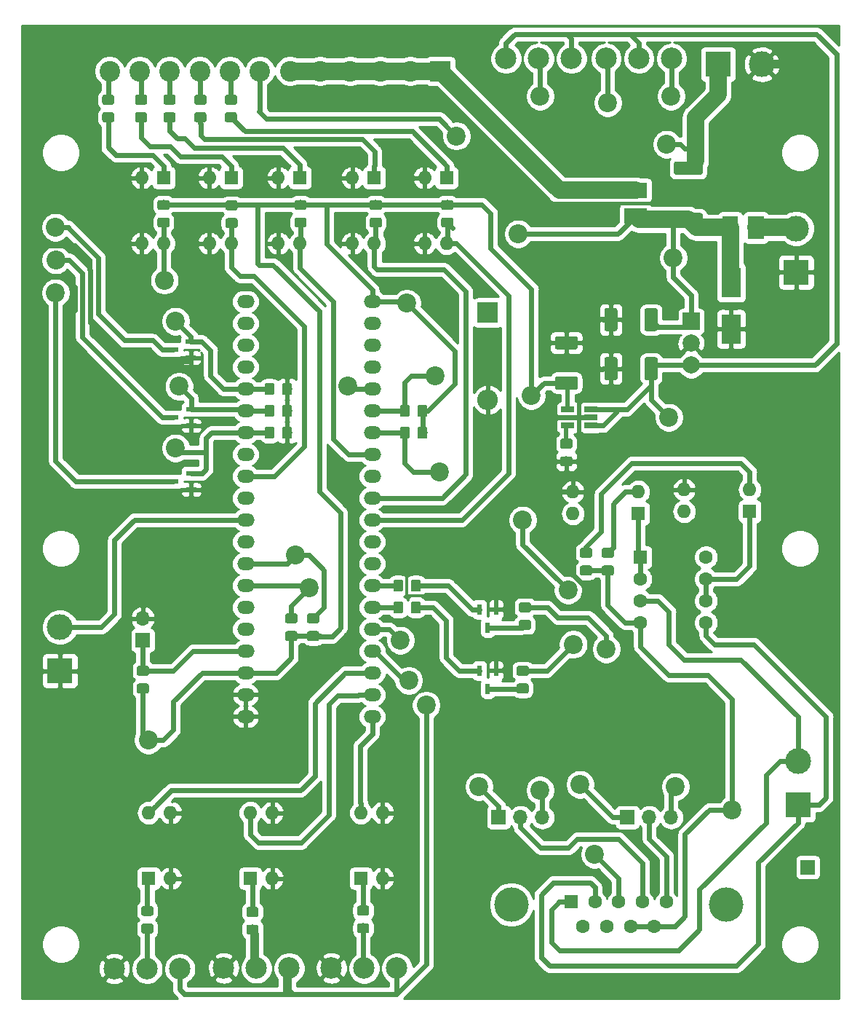
<source format=gbr>
G04 #@! TF.GenerationSoftware,KiCad,Pcbnew,(5.1.0)-1*
G04 #@! TF.CreationDate,2019-03-25T15:40:50+01:00*
G04 #@! TF.ProjectId,Board,426f6172-642e-46b6-9963-61645f706362,rev?*
G04 #@! TF.SameCoordinates,PX5f8e620PY8acb798*
G04 #@! TF.FileFunction,Copper,L2,Bot*
G04 #@! TF.FilePolarity,Positive*
%FSLAX46Y46*%
G04 Gerber Fmt 4.6, Leading zero omitted, Abs format (unit mm)*
G04 Created by KiCad (PCBNEW (5.1.0)-1) date 2019-03-25 15:40:50*
%MOMM*%
%LPD*%
G04 APERTURE LIST*
%ADD10R,1.600000X1.600000*%
%ADD11C,1.600000*%
%ADD12C,0.100000*%
%ADD13C,1.150000*%
%ADD14O,1.700000X1.700000*%
%ADD15R,1.700000X1.700000*%
%ADD16C,3.000000*%
%ADD17R,3.000000X3.000000*%
%ADD18C,2.500000*%
%ADD19O,1.600000X1.600000*%
%ADD20O,2.000000X1.500000*%
%ADD21C,1.800000*%
%ADD22O,2.400000X2.400000*%
%ADD23R,2.400000X2.400000*%
%ADD24C,1.525000*%
%ADD25C,4.000000*%
%ADD26R,2.300000X3.500000*%
%ADD27R,1.560000X0.650000*%
%ADD28C,2.400000*%
%ADD29R,2.000000X2.000000*%
%ADD30C,2.000000*%
%ADD31R,0.600000X1.300000*%
%ADD32R,1.300000X0.600000*%
%ADD33C,2.200000*%
%ADD34C,1.000000*%
%ADD35C,0.600000*%
%ADD36C,0.500000*%
%ADD37C,0.300000*%
%ADD38C,0.400000*%
%ADD39C,2.000000*%
%ADD40C,0.254000*%
G04 APERTURE END LIST*
D10*
X72776080Y52064920D03*
D11*
X72776080Y49524920D03*
X72776080Y46984920D03*
X72776080Y44444920D03*
X80396080Y44444920D03*
X80396080Y46984920D03*
X80396080Y49524920D03*
X80396080Y52064920D03*
D12*
G36*
X46972585Y46921716D02*
G01*
X46996853Y46918116D01*
X47020652Y46912155D01*
X47043751Y46903890D01*
X47065930Y46893400D01*
X47086973Y46880788D01*
X47106679Y46866173D01*
X47124857Y46849697D01*
X47141333Y46831519D01*
X47155948Y46811813D01*
X47168560Y46790770D01*
X47179050Y46768591D01*
X47187315Y46745492D01*
X47193276Y46721693D01*
X47196876Y46697425D01*
X47198080Y46672921D01*
X47198080Y45772919D01*
X47196876Y45748415D01*
X47193276Y45724147D01*
X47187315Y45700348D01*
X47179050Y45677249D01*
X47168560Y45655070D01*
X47155948Y45634027D01*
X47141333Y45614321D01*
X47124857Y45596143D01*
X47106679Y45579667D01*
X47086973Y45565052D01*
X47065930Y45552440D01*
X47043751Y45541950D01*
X47020652Y45533685D01*
X46996853Y45527724D01*
X46972585Y45524124D01*
X46948081Y45522920D01*
X46298079Y45522920D01*
X46273575Y45524124D01*
X46249307Y45527724D01*
X46225508Y45533685D01*
X46202409Y45541950D01*
X46180230Y45552440D01*
X46159187Y45565052D01*
X46139481Y45579667D01*
X46121303Y45596143D01*
X46104827Y45614321D01*
X46090212Y45634027D01*
X46077600Y45655070D01*
X46067110Y45677249D01*
X46058845Y45700348D01*
X46052884Y45724147D01*
X46049284Y45748415D01*
X46048080Y45772919D01*
X46048080Y46672921D01*
X46049284Y46697425D01*
X46052884Y46721693D01*
X46058845Y46745492D01*
X46067110Y46768591D01*
X46077600Y46790770D01*
X46090212Y46811813D01*
X46104827Y46831519D01*
X46121303Y46849697D01*
X46139481Y46866173D01*
X46159187Y46880788D01*
X46180230Y46893400D01*
X46202409Y46903890D01*
X46225508Y46912155D01*
X46249307Y46918116D01*
X46273575Y46921716D01*
X46298079Y46922920D01*
X46948081Y46922920D01*
X46972585Y46921716D01*
X46972585Y46921716D01*
G37*
D13*
X46623080Y46222920D03*
D12*
G36*
X44922585Y46921716D02*
G01*
X44946853Y46918116D01*
X44970652Y46912155D01*
X44993751Y46903890D01*
X45015930Y46893400D01*
X45036973Y46880788D01*
X45056679Y46866173D01*
X45074857Y46849697D01*
X45091333Y46831519D01*
X45105948Y46811813D01*
X45118560Y46790770D01*
X45129050Y46768591D01*
X45137315Y46745492D01*
X45143276Y46721693D01*
X45146876Y46697425D01*
X45148080Y46672921D01*
X45148080Y45772919D01*
X45146876Y45748415D01*
X45143276Y45724147D01*
X45137315Y45700348D01*
X45129050Y45677249D01*
X45118560Y45655070D01*
X45105948Y45634027D01*
X45091333Y45614321D01*
X45074857Y45596143D01*
X45056679Y45579667D01*
X45036973Y45565052D01*
X45015930Y45552440D01*
X44993751Y45541950D01*
X44970652Y45533685D01*
X44946853Y45527724D01*
X44922585Y45524124D01*
X44898081Y45522920D01*
X44248079Y45522920D01*
X44223575Y45524124D01*
X44199307Y45527724D01*
X44175508Y45533685D01*
X44152409Y45541950D01*
X44130230Y45552440D01*
X44109187Y45565052D01*
X44089481Y45579667D01*
X44071303Y45596143D01*
X44054827Y45614321D01*
X44040212Y45634027D01*
X44027600Y45655070D01*
X44017110Y45677249D01*
X44008845Y45700348D01*
X44002884Y45724147D01*
X43999284Y45748415D01*
X43998080Y45772919D01*
X43998080Y46672921D01*
X43999284Y46697425D01*
X44002884Y46721693D01*
X44008845Y46745492D01*
X44017110Y46768591D01*
X44027600Y46790770D01*
X44040212Y46811813D01*
X44054827Y46831519D01*
X44071303Y46849697D01*
X44089481Y46866173D01*
X44109187Y46880788D01*
X44130230Y46893400D01*
X44152409Y46903890D01*
X44175508Y46912155D01*
X44199307Y46918116D01*
X44223575Y46921716D01*
X44248079Y46922920D01*
X44898081Y46922920D01*
X44922585Y46921716D01*
X44922585Y46921716D01*
G37*
D13*
X44573080Y46222920D03*
D14*
X76332080Y21838920D03*
X73792080Y21838920D03*
D15*
X71252080Y21838920D03*
D16*
X91084400Y28371800D03*
D17*
X91084400Y23291800D03*
D18*
X31882080Y4312920D03*
X28072080Y4312920D03*
X24262080Y4312920D03*
X19156680Y4236720D03*
X15346680Y4236720D03*
X11536680Y4236720D03*
X44416980Y4300220D03*
X40606980Y4300220D03*
X36796980Y4300220D03*
X68767960Y110068360D03*
X72577960Y110068360D03*
X76387960Y110068360D03*
X57104280Y110068360D03*
X60914280Y110068360D03*
X64724280Y110068360D03*
D19*
X50195480Y88564720D03*
X47655480Y96184720D03*
X47655480Y88564720D03*
D10*
X50195480Y96184720D03*
D20*
X41546780Y81795620D03*
X26814780Y81795620D03*
X41546780Y79255620D03*
X26814780Y79255620D03*
X41546780Y76715620D03*
X26814780Y76715620D03*
X41546780Y74175620D03*
X26814780Y74175620D03*
X41546780Y71635620D03*
X26814780Y71635620D03*
X41546780Y69095620D03*
X26814780Y69095620D03*
X41546780Y66555620D03*
X26814780Y66555620D03*
X41546780Y64015620D03*
X26814780Y64015620D03*
X41546780Y61475620D03*
X26814780Y61475620D03*
X41546780Y58935620D03*
X26814780Y58935620D03*
X41546780Y56395620D03*
X26814780Y56395620D03*
X41546780Y53855620D03*
X26814780Y53855620D03*
X41546780Y51315620D03*
X26814780Y51315620D03*
X41546780Y48775620D03*
X26814780Y48775620D03*
X41546780Y46235620D03*
X26814780Y46235620D03*
X41546780Y43695620D03*
X26814780Y43695620D03*
X41546780Y41155620D03*
X26814780Y41155620D03*
X41546780Y38615620D03*
X26814780Y38615620D03*
X41546780Y36075620D03*
X26814780Y36075620D03*
X41546780Y33535620D03*
X26814780Y33535620D03*
D12*
G36*
X50746185Y91555159D02*
G01*
X50770453Y91551559D01*
X50794252Y91545598D01*
X50817351Y91537333D01*
X50839530Y91526843D01*
X50860573Y91514231D01*
X50880279Y91499616D01*
X50898457Y91483140D01*
X50914933Y91464962D01*
X50929548Y91445256D01*
X50942160Y91424213D01*
X50952650Y91402034D01*
X50960915Y91378935D01*
X50966876Y91355136D01*
X50970476Y91330868D01*
X50971680Y91306364D01*
X50971680Y90656362D01*
X50970476Y90631858D01*
X50966876Y90607590D01*
X50960915Y90583791D01*
X50952650Y90560692D01*
X50942160Y90538513D01*
X50929548Y90517470D01*
X50914933Y90497764D01*
X50898457Y90479586D01*
X50880279Y90463110D01*
X50860573Y90448495D01*
X50839530Y90435883D01*
X50817351Y90425393D01*
X50794252Y90417128D01*
X50770453Y90411167D01*
X50746185Y90407567D01*
X50721681Y90406363D01*
X49821679Y90406363D01*
X49797175Y90407567D01*
X49772907Y90411167D01*
X49749108Y90417128D01*
X49726009Y90425393D01*
X49703830Y90435883D01*
X49682787Y90448495D01*
X49663081Y90463110D01*
X49644903Y90479586D01*
X49628427Y90497764D01*
X49613812Y90517470D01*
X49601200Y90538513D01*
X49590710Y90560692D01*
X49582445Y90583791D01*
X49576484Y90607590D01*
X49572884Y90631858D01*
X49571680Y90656362D01*
X49571680Y91306364D01*
X49572884Y91330868D01*
X49576484Y91355136D01*
X49582445Y91378935D01*
X49590710Y91402034D01*
X49601200Y91424213D01*
X49613812Y91445256D01*
X49628427Y91464962D01*
X49644903Y91483140D01*
X49663081Y91499616D01*
X49682787Y91514231D01*
X49703830Y91526843D01*
X49726009Y91537333D01*
X49749108Y91545598D01*
X49772907Y91551559D01*
X49797175Y91555159D01*
X49821679Y91556363D01*
X50721681Y91556363D01*
X50746185Y91555159D01*
X50746185Y91555159D01*
G37*
D13*
X50271680Y90981363D03*
D12*
G36*
X50746185Y93605159D02*
G01*
X50770453Y93601559D01*
X50794252Y93595598D01*
X50817351Y93587333D01*
X50839530Y93576843D01*
X50860573Y93564231D01*
X50880279Y93549616D01*
X50898457Y93533140D01*
X50914933Y93514962D01*
X50929548Y93495256D01*
X50942160Y93474213D01*
X50952650Y93452034D01*
X50960915Y93428935D01*
X50966876Y93405136D01*
X50970476Y93380868D01*
X50971680Y93356364D01*
X50971680Y92706362D01*
X50970476Y92681858D01*
X50966876Y92657590D01*
X50960915Y92633791D01*
X50952650Y92610692D01*
X50942160Y92588513D01*
X50929548Y92567470D01*
X50914933Y92547764D01*
X50898457Y92529586D01*
X50880279Y92513110D01*
X50860573Y92498495D01*
X50839530Y92485883D01*
X50817351Y92475393D01*
X50794252Y92467128D01*
X50770453Y92461167D01*
X50746185Y92457567D01*
X50721681Y92456363D01*
X49821679Y92456363D01*
X49797175Y92457567D01*
X49772907Y92461167D01*
X49749108Y92467128D01*
X49726009Y92475393D01*
X49703830Y92485883D01*
X49682787Y92498495D01*
X49663081Y92513110D01*
X49644903Y92529586D01*
X49628427Y92547764D01*
X49613812Y92567470D01*
X49601200Y92588513D01*
X49590710Y92610692D01*
X49582445Y92633791D01*
X49576484Y92657590D01*
X49572884Y92681858D01*
X49571680Y92706362D01*
X49571680Y93356364D01*
X49572884Y93380868D01*
X49576484Y93405136D01*
X49582445Y93428935D01*
X49590710Y93452034D01*
X49601200Y93474213D01*
X49613812Y93495256D01*
X49628427Y93514962D01*
X49644903Y93533140D01*
X49663081Y93549616D01*
X49682787Y93564231D01*
X49703830Y93576843D01*
X49726009Y93587333D01*
X49749108Y93595598D01*
X49772907Y93601559D01*
X49797175Y93605159D01*
X49821679Y93606363D01*
X50721681Y93606363D01*
X50746185Y93605159D01*
X50746185Y93605159D01*
G37*
D13*
X50271680Y93031363D03*
D12*
G36*
X25574785Y103785316D02*
G01*
X25599053Y103781716D01*
X25622852Y103775755D01*
X25645951Y103767490D01*
X25668130Y103757000D01*
X25689173Y103744388D01*
X25708879Y103729773D01*
X25727057Y103713297D01*
X25743533Y103695119D01*
X25758148Y103675413D01*
X25770760Y103654370D01*
X25781250Y103632191D01*
X25789515Y103609092D01*
X25795476Y103585293D01*
X25799076Y103561025D01*
X25800280Y103536521D01*
X25800280Y102886519D01*
X25799076Y102862015D01*
X25795476Y102837747D01*
X25789515Y102813948D01*
X25781250Y102790849D01*
X25770760Y102768670D01*
X25758148Y102747627D01*
X25743533Y102727921D01*
X25727057Y102709743D01*
X25708879Y102693267D01*
X25689173Y102678652D01*
X25668130Y102666040D01*
X25645951Y102655550D01*
X25622852Y102647285D01*
X25599053Y102641324D01*
X25574785Y102637724D01*
X25550281Y102636520D01*
X24650279Y102636520D01*
X24625775Y102637724D01*
X24601507Y102641324D01*
X24577708Y102647285D01*
X24554609Y102655550D01*
X24532430Y102666040D01*
X24511387Y102678652D01*
X24491681Y102693267D01*
X24473503Y102709743D01*
X24457027Y102727921D01*
X24442412Y102747627D01*
X24429800Y102768670D01*
X24419310Y102790849D01*
X24411045Y102813948D01*
X24405084Y102837747D01*
X24401484Y102862015D01*
X24400280Y102886519D01*
X24400280Y103536521D01*
X24401484Y103561025D01*
X24405084Y103585293D01*
X24411045Y103609092D01*
X24419310Y103632191D01*
X24429800Y103654370D01*
X24442412Y103675413D01*
X24457027Y103695119D01*
X24473503Y103713297D01*
X24491681Y103729773D01*
X24511387Y103744388D01*
X24532430Y103757000D01*
X24554609Y103767490D01*
X24577708Y103775755D01*
X24601507Y103781716D01*
X24625775Y103785316D01*
X24650279Y103786520D01*
X25550281Y103786520D01*
X25574785Y103785316D01*
X25574785Y103785316D01*
G37*
D13*
X25100280Y103211520D03*
D12*
G36*
X25574785Y105835316D02*
G01*
X25599053Y105831716D01*
X25622852Y105825755D01*
X25645951Y105817490D01*
X25668130Y105807000D01*
X25689173Y105794388D01*
X25708879Y105779773D01*
X25727057Y105763297D01*
X25743533Y105745119D01*
X25758148Y105725413D01*
X25770760Y105704370D01*
X25781250Y105682191D01*
X25789515Y105659092D01*
X25795476Y105635293D01*
X25799076Y105611025D01*
X25800280Y105586521D01*
X25800280Y104936519D01*
X25799076Y104912015D01*
X25795476Y104887747D01*
X25789515Y104863948D01*
X25781250Y104840849D01*
X25770760Y104818670D01*
X25758148Y104797627D01*
X25743533Y104777921D01*
X25727057Y104759743D01*
X25708879Y104743267D01*
X25689173Y104728652D01*
X25668130Y104716040D01*
X25645951Y104705550D01*
X25622852Y104697285D01*
X25599053Y104691324D01*
X25574785Y104687724D01*
X25550281Y104686520D01*
X24650279Y104686520D01*
X24625775Y104687724D01*
X24601507Y104691324D01*
X24577708Y104697285D01*
X24554609Y104705550D01*
X24532430Y104716040D01*
X24511387Y104728652D01*
X24491681Y104743267D01*
X24473503Y104759743D01*
X24457027Y104777921D01*
X24442412Y104797627D01*
X24429800Y104818670D01*
X24419310Y104840849D01*
X24411045Y104863948D01*
X24405084Y104887747D01*
X24401484Y104912015D01*
X24400280Y104936519D01*
X24400280Y105586521D01*
X24401484Y105611025D01*
X24405084Y105635293D01*
X24411045Y105659092D01*
X24419310Y105682191D01*
X24429800Y105704370D01*
X24442412Y105725413D01*
X24457027Y105745119D01*
X24473503Y105763297D01*
X24491681Y105779773D01*
X24511387Y105794388D01*
X24532430Y105807000D01*
X24554609Y105817490D01*
X24577708Y105825755D01*
X24601507Y105831716D01*
X24625775Y105835316D01*
X24650279Y105836520D01*
X25550281Y105836520D01*
X25574785Y105835316D01*
X25574785Y105835316D01*
G37*
D13*
X25100280Y105261520D03*
D21*
X72191880Y94727020D03*
D12*
G36*
X73541880Y93827020D02*
G01*
X70841880Y93827020D01*
X70841880Y95627020D01*
X73541880Y95627020D01*
X73541880Y93827020D01*
X73541880Y93827020D01*
G37*
D21*
X72191880Y91727020D03*
D12*
G36*
X73541880Y90827020D02*
G01*
X70841880Y90827020D01*
X70841880Y92627020D01*
X73541880Y92627020D01*
X73541880Y90827020D01*
X73541880Y90827020D01*
G37*
D21*
X86202780Y90393520D03*
D12*
G36*
X85302780Y89043520D02*
G01*
X85302780Y91743520D01*
X87102780Y91743520D01*
X87102780Y89043520D01*
X85302780Y89043520D01*
X85302780Y89043520D01*
G37*
D21*
X83202780Y90393520D03*
D12*
G36*
X82302780Y89043520D02*
G01*
X82302780Y91743520D01*
X84102780Y91743520D01*
X84102780Y89043520D01*
X82302780Y89043520D01*
X82302780Y89043520D01*
G37*
D22*
X54996080Y70352920D03*
D23*
X54996080Y80512920D03*
D15*
X14864080Y42412920D03*
D14*
X14864080Y44952920D03*
D10*
X40223440Y14737080D03*
D19*
X42763440Y22357080D03*
X42763440Y14737080D03*
X40223440Y22357080D03*
D12*
G36*
X40972265Y11564596D02*
G01*
X40996533Y11560996D01*
X41020332Y11555035D01*
X41043431Y11546770D01*
X41065610Y11536280D01*
X41086653Y11523668D01*
X41106359Y11509053D01*
X41124537Y11492577D01*
X41141013Y11474399D01*
X41155628Y11454693D01*
X41168240Y11433650D01*
X41178730Y11411471D01*
X41186995Y11388372D01*
X41192956Y11364573D01*
X41196556Y11340305D01*
X41197760Y11315801D01*
X41197760Y10665799D01*
X41196556Y10641295D01*
X41192956Y10617027D01*
X41186995Y10593228D01*
X41178730Y10570129D01*
X41168240Y10547950D01*
X41155628Y10526907D01*
X41141013Y10507201D01*
X41124537Y10489023D01*
X41106359Y10472547D01*
X41086653Y10457932D01*
X41065610Y10445320D01*
X41043431Y10434830D01*
X41020332Y10426565D01*
X40996533Y10420604D01*
X40972265Y10417004D01*
X40947761Y10415800D01*
X40047759Y10415800D01*
X40023255Y10417004D01*
X39998987Y10420604D01*
X39975188Y10426565D01*
X39952089Y10434830D01*
X39929910Y10445320D01*
X39908867Y10457932D01*
X39889161Y10472547D01*
X39870983Y10489023D01*
X39854507Y10507201D01*
X39839892Y10526907D01*
X39827280Y10547950D01*
X39816790Y10570129D01*
X39808525Y10593228D01*
X39802564Y10617027D01*
X39798964Y10641295D01*
X39797760Y10665799D01*
X39797760Y11315801D01*
X39798964Y11340305D01*
X39802564Y11364573D01*
X39808525Y11388372D01*
X39816790Y11411471D01*
X39827280Y11433650D01*
X39839892Y11454693D01*
X39854507Y11474399D01*
X39870983Y11492577D01*
X39889161Y11509053D01*
X39908867Y11523668D01*
X39929910Y11536280D01*
X39952089Y11546770D01*
X39975188Y11555035D01*
X39998987Y11560996D01*
X40023255Y11564596D01*
X40047759Y11565800D01*
X40947761Y11565800D01*
X40972265Y11564596D01*
X40972265Y11564596D01*
G37*
D13*
X40497760Y10990800D03*
D12*
G36*
X40972265Y9514596D02*
G01*
X40996533Y9510996D01*
X41020332Y9505035D01*
X41043431Y9496770D01*
X41065610Y9486280D01*
X41086653Y9473668D01*
X41106359Y9459053D01*
X41124537Y9442577D01*
X41141013Y9424399D01*
X41155628Y9404693D01*
X41168240Y9383650D01*
X41178730Y9361471D01*
X41186995Y9338372D01*
X41192956Y9314573D01*
X41196556Y9290305D01*
X41197760Y9265801D01*
X41197760Y8615799D01*
X41196556Y8591295D01*
X41192956Y8567027D01*
X41186995Y8543228D01*
X41178730Y8520129D01*
X41168240Y8497950D01*
X41155628Y8476907D01*
X41141013Y8457201D01*
X41124537Y8439023D01*
X41106359Y8422547D01*
X41086653Y8407932D01*
X41065610Y8395320D01*
X41043431Y8384830D01*
X41020332Y8376565D01*
X40996533Y8370604D01*
X40972265Y8367004D01*
X40947761Y8365800D01*
X40047759Y8365800D01*
X40023255Y8367004D01*
X39998987Y8370604D01*
X39975188Y8376565D01*
X39952089Y8384830D01*
X39929910Y8395320D01*
X39908867Y8407932D01*
X39889161Y8422547D01*
X39870983Y8439023D01*
X39854507Y8457201D01*
X39839892Y8476907D01*
X39827280Y8497950D01*
X39816790Y8520129D01*
X39808525Y8543228D01*
X39802564Y8567027D01*
X39798964Y8591295D01*
X39797760Y8615799D01*
X39797760Y9265801D01*
X39798964Y9290305D01*
X39802564Y9314573D01*
X39808525Y9338372D01*
X39816790Y9361471D01*
X39827280Y9383650D01*
X39839892Y9404693D01*
X39854507Y9424399D01*
X39870983Y9442577D01*
X39889161Y9459053D01*
X39908867Y9473668D01*
X39929910Y9486280D01*
X39952089Y9496770D01*
X39975188Y9505035D01*
X39998987Y9510996D01*
X40023255Y9514596D01*
X40047759Y9515800D01*
X40947761Y9515800D01*
X40972265Y9514596D01*
X40972265Y9514596D01*
G37*
D13*
X40497760Y8940800D03*
D12*
G36*
X64614585Y63796716D02*
G01*
X64638853Y63793116D01*
X64662652Y63787155D01*
X64685751Y63778890D01*
X64707930Y63768400D01*
X64728973Y63755788D01*
X64748679Y63741173D01*
X64766857Y63724697D01*
X64783333Y63706519D01*
X64797948Y63686813D01*
X64810560Y63665770D01*
X64821050Y63643591D01*
X64829315Y63620492D01*
X64835276Y63596693D01*
X64838876Y63572425D01*
X64840080Y63547921D01*
X64840080Y62897919D01*
X64838876Y62873415D01*
X64835276Y62849147D01*
X64829315Y62825348D01*
X64821050Y62802249D01*
X64810560Y62780070D01*
X64797948Y62759027D01*
X64783333Y62739321D01*
X64766857Y62721143D01*
X64748679Y62704667D01*
X64728973Y62690052D01*
X64707930Y62677440D01*
X64685751Y62666950D01*
X64662652Y62658685D01*
X64638853Y62652724D01*
X64614585Y62649124D01*
X64590081Y62647920D01*
X63690079Y62647920D01*
X63665575Y62649124D01*
X63641307Y62652724D01*
X63617508Y62658685D01*
X63594409Y62666950D01*
X63572230Y62677440D01*
X63551187Y62690052D01*
X63531481Y62704667D01*
X63513303Y62721143D01*
X63496827Y62739321D01*
X63482212Y62759027D01*
X63469600Y62780070D01*
X63459110Y62802249D01*
X63450845Y62825348D01*
X63444884Y62849147D01*
X63441284Y62873415D01*
X63440080Y62897919D01*
X63440080Y63547921D01*
X63441284Y63572425D01*
X63444884Y63596693D01*
X63450845Y63620492D01*
X63459110Y63643591D01*
X63469600Y63665770D01*
X63482212Y63686813D01*
X63496827Y63706519D01*
X63513303Y63724697D01*
X63531481Y63741173D01*
X63551187Y63755788D01*
X63572230Y63768400D01*
X63594409Y63778890D01*
X63617508Y63787155D01*
X63641307Y63793116D01*
X63665575Y63796716D01*
X63690079Y63797920D01*
X64590081Y63797920D01*
X64614585Y63796716D01*
X64614585Y63796716D01*
G37*
D13*
X64140080Y63222920D03*
D12*
G36*
X64614585Y65846716D02*
G01*
X64638853Y65843116D01*
X64662652Y65837155D01*
X64685751Y65828890D01*
X64707930Y65818400D01*
X64728973Y65805788D01*
X64748679Y65791173D01*
X64766857Y65774697D01*
X64783333Y65756519D01*
X64797948Y65736813D01*
X64810560Y65715770D01*
X64821050Y65693591D01*
X64829315Y65670492D01*
X64835276Y65646693D01*
X64838876Y65622425D01*
X64840080Y65597921D01*
X64840080Y64947919D01*
X64838876Y64923415D01*
X64835276Y64899147D01*
X64829315Y64875348D01*
X64821050Y64852249D01*
X64810560Y64830070D01*
X64797948Y64809027D01*
X64783333Y64789321D01*
X64766857Y64771143D01*
X64748679Y64754667D01*
X64728973Y64740052D01*
X64707930Y64727440D01*
X64685751Y64716950D01*
X64662652Y64708685D01*
X64638853Y64702724D01*
X64614585Y64699124D01*
X64590081Y64697920D01*
X63690079Y64697920D01*
X63665575Y64699124D01*
X63641307Y64702724D01*
X63617508Y64708685D01*
X63594409Y64716950D01*
X63572230Y64727440D01*
X63551187Y64740052D01*
X63531481Y64754667D01*
X63513303Y64771143D01*
X63496827Y64789321D01*
X63482212Y64809027D01*
X63469600Y64830070D01*
X63459110Y64852249D01*
X63450845Y64875348D01*
X63444884Y64899147D01*
X63441284Y64923415D01*
X63440080Y64947919D01*
X63440080Y65597921D01*
X63441284Y65622425D01*
X63444884Y65646693D01*
X63450845Y65670492D01*
X63459110Y65693591D01*
X63469600Y65715770D01*
X63482212Y65736813D01*
X63496827Y65756519D01*
X63513303Y65774697D01*
X63531481Y65791173D01*
X63551187Y65805788D01*
X63572230Y65818400D01*
X63594409Y65828890D01*
X63617508Y65837155D01*
X63641307Y65843116D01*
X63665575Y65846716D01*
X63690079Y65847920D01*
X64590081Y65847920D01*
X64614585Y65846716D01*
X64614585Y65846716D01*
G37*
D13*
X64140080Y65272920D03*
D12*
G36*
X74532985Y75321616D02*
G01*
X74557253Y75318016D01*
X74581052Y75312055D01*
X74604151Y75303790D01*
X74626330Y75293300D01*
X74647373Y75280688D01*
X74667079Y75266073D01*
X74685257Y75249597D01*
X74701733Y75231419D01*
X74716348Y75211713D01*
X74728960Y75190670D01*
X74739450Y75168491D01*
X74747715Y75145392D01*
X74753676Y75121593D01*
X74757276Y75097325D01*
X74758480Y75072821D01*
X74758480Y72922819D01*
X74757276Y72898315D01*
X74753676Y72874047D01*
X74747715Y72850248D01*
X74739450Y72827149D01*
X74728960Y72804970D01*
X74716348Y72783927D01*
X74701733Y72764221D01*
X74685257Y72746043D01*
X74667079Y72729567D01*
X74647373Y72714952D01*
X74626330Y72702340D01*
X74604151Y72691850D01*
X74581052Y72683585D01*
X74557253Y72677624D01*
X74532985Y72674024D01*
X74508481Y72672820D01*
X73483479Y72672820D01*
X73458975Y72674024D01*
X73434707Y72677624D01*
X73410908Y72683585D01*
X73387809Y72691850D01*
X73365630Y72702340D01*
X73344587Y72714952D01*
X73324881Y72729567D01*
X73306703Y72746043D01*
X73290227Y72764221D01*
X73275612Y72783927D01*
X73263000Y72804970D01*
X73252510Y72827149D01*
X73244245Y72850248D01*
X73238284Y72874047D01*
X73234684Y72898315D01*
X73233480Y72922819D01*
X73233480Y75072821D01*
X73234684Y75097325D01*
X73238284Y75121593D01*
X73244245Y75145392D01*
X73252510Y75168491D01*
X73263000Y75190670D01*
X73275612Y75211713D01*
X73290227Y75231419D01*
X73306703Y75249597D01*
X73324881Y75266073D01*
X73344587Y75280688D01*
X73365630Y75293300D01*
X73387809Y75303790D01*
X73410908Y75312055D01*
X73434707Y75318016D01*
X73458975Y75321616D01*
X73483479Y75322820D01*
X74508481Y75322820D01*
X74532985Y75321616D01*
X74532985Y75321616D01*
G37*
D24*
X73995980Y73997820D03*
D12*
G36*
X69857985Y75321616D02*
G01*
X69882253Y75318016D01*
X69906052Y75312055D01*
X69929151Y75303790D01*
X69951330Y75293300D01*
X69972373Y75280688D01*
X69992079Y75266073D01*
X70010257Y75249597D01*
X70026733Y75231419D01*
X70041348Y75211713D01*
X70053960Y75190670D01*
X70064450Y75168491D01*
X70072715Y75145392D01*
X70078676Y75121593D01*
X70082276Y75097325D01*
X70083480Y75072821D01*
X70083480Y72922819D01*
X70082276Y72898315D01*
X70078676Y72874047D01*
X70072715Y72850248D01*
X70064450Y72827149D01*
X70053960Y72804970D01*
X70041348Y72783927D01*
X70026733Y72764221D01*
X70010257Y72746043D01*
X69992079Y72729567D01*
X69972373Y72714952D01*
X69951330Y72702340D01*
X69929151Y72691850D01*
X69906052Y72683585D01*
X69882253Y72677624D01*
X69857985Y72674024D01*
X69833481Y72672820D01*
X68808479Y72672820D01*
X68783975Y72674024D01*
X68759707Y72677624D01*
X68735908Y72683585D01*
X68712809Y72691850D01*
X68690630Y72702340D01*
X68669587Y72714952D01*
X68649881Y72729567D01*
X68631703Y72746043D01*
X68615227Y72764221D01*
X68600612Y72783927D01*
X68588000Y72804970D01*
X68577510Y72827149D01*
X68569245Y72850248D01*
X68563284Y72874047D01*
X68559684Y72898315D01*
X68558480Y72922819D01*
X68558480Y75072821D01*
X68559684Y75097325D01*
X68563284Y75121593D01*
X68569245Y75145392D01*
X68577510Y75168491D01*
X68588000Y75190670D01*
X68600612Y75211713D01*
X68615227Y75231419D01*
X68631703Y75249597D01*
X68649881Y75266073D01*
X68669587Y75280688D01*
X68690630Y75293300D01*
X68712809Y75303790D01*
X68735908Y75312055D01*
X68759707Y75318016D01*
X68783975Y75321616D01*
X68808479Y75322820D01*
X69833481Y75322820D01*
X69857985Y75321616D01*
X69857985Y75321616D01*
G37*
D24*
X69320980Y73997820D03*
D12*
G36*
X65239585Y77769716D02*
G01*
X65263853Y77766116D01*
X65287652Y77760155D01*
X65310751Y77751890D01*
X65332930Y77741400D01*
X65353973Y77728788D01*
X65373679Y77714173D01*
X65391857Y77697697D01*
X65408333Y77679519D01*
X65422948Y77659813D01*
X65435560Y77638770D01*
X65446050Y77616591D01*
X65454315Y77593492D01*
X65460276Y77569693D01*
X65463876Y77545425D01*
X65465080Y77520921D01*
X65465080Y76495919D01*
X65463876Y76471415D01*
X65460276Y76447147D01*
X65454315Y76423348D01*
X65446050Y76400249D01*
X65435560Y76378070D01*
X65422948Y76357027D01*
X65408333Y76337321D01*
X65391857Y76319143D01*
X65373679Y76302667D01*
X65353973Y76288052D01*
X65332930Y76275440D01*
X65310751Y76264950D01*
X65287652Y76256685D01*
X65263853Y76250724D01*
X65239585Y76247124D01*
X65215081Y76245920D01*
X63065079Y76245920D01*
X63040575Y76247124D01*
X63016307Y76250724D01*
X62992508Y76256685D01*
X62969409Y76264950D01*
X62947230Y76275440D01*
X62926187Y76288052D01*
X62906481Y76302667D01*
X62888303Y76319143D01*
X62871827Y76337321D01*
X62857212Y76357027D01*
X62844600Y76378070D01*
X62834110Y76400249D01*
X62825845Y76423348D01*
X62819884Y76447147D01*
X62816284Y76471415D01*
X62815080Y76495919D01*
X62815080Y77520921D01*
X62816284Y77545425D01*
X62819884Y77569693D01*
X62825845Y77593492D01*
X62834110Y77616591D01*
X62844600Y77638770D01*
X62857212Y77659813D01*
X62871827Y77679519D01*
X62888303Y77697697D01*
X62906481Y77714173D01*
X62926187Y77728788D01*
X62947230Y77741400D01*
X62969409Y77751890D01*
X62992508Y77760155D01*
X63016307Y77766116D01*
X63040575Y77769716D01*
X63065079Y77770920D01*
X65215081Y77770920D01*
X65239585Y77769716D01*
X65239585Y77769716D01*
G37*
D24*
X64140080Y77008420D03*
D12*
G36*
X65239585Y73094716D02*
G01*
X65263853Y73091116D01*
X65287652Y73085155D01*
X65310751Y73076890D01*
X65332930Y73066400D01*
X65353973Y73053788D01*
X65373679Y73039173D01*
X65391857Y73022697D01*
X65408333Y73004519D01*
X65422948Y72984813D01*
X65435560Y72963770D01*
X65446050Y72941591D01*
X65454315Y72918492D01*
X65460276Y72894693D01*
X65463876Y72870425D01*
X65465080Y72845921D01*
X65465080Y71820919D01*
X65463876Y71796415D01*
X65460276Y71772147D01*
X65454315Y71748348D01*
X65446050Y71725249D01*
X65435560Y71703070D01*
X65422948Y71682027D01*
X65408333Y71662321D01*
X65391857Y71644143D01*
X65373679Y71627667D01*
X65353973Y71613052D01*
X65332930Y71600440D01*
X65310751Y71589950D01*
X65287652Y71581685D01*
X65263853Y71575724D01*
X65239585Y71572124D01*
X65215081Y71570920D01*
X63065079Y71570920D01*
X63040575Y71572124D01*
X63016307Y71575724D01*
X62992508Y71581685D01*
X62969409Y71589950D01*
X62947230Y71600440D01*
X62926187Y71613052D01*
X62906481Y71627667D01*
X62888303Y71644143D01*
X62871827Y71662321D01*
X62857212Y71682027D01*
X62844600Y71703070D01*
X62834110Y71725249D01*
X62825845Y71748348D01*
X62819884Y71772147D01*
X62816284Y71796415D01*
X62815080Y71820919D01*
X62815080Y72845921D01*
X62816284Y72870425D01*
X62819884Y72894693D01*
X62825845Y72918492D01*
X62834110Y72941591D01*
X62844600Y72963770D01*
X62857212Y72984813D01*
X62871827Y73004519D01*
X62888303Y73022697D01*
X62906481Y73039173D01*
X62926187Y73053788D01*
X62947230Y73066400D01*
X62969409Y73076890D01*
X62992508Y73085155D01*
X63016307Y73091116D01*
X63040575Y73094716D01*
X63065079Y73095920D01*
X65215081Y73095920D01*
X65239585Y73094716D01*
X65239585Y73094716D01*
G37*
D24*
X64140080Y72333420D03*
D12*
G36*
X74532985Y81011216D02*
G01*
X74557253Y81007616D01*
X74581052Y81001655D01*
X74604151Y80993390D01*
X74626330Y80982900D01*
X74647373Y80970288D01*
X74667079Y80955673D01*
X74685257Y80939197D01*
X74701733Y80921019D01*
X74716348Y80901313D01*
X74728960Y80880270D01*
X74739450Y80858091D01*
X74747715Y80834992D01*
X74753676Y80811193D01*
X74757276Y80786925D01*
X74758480Y80762421D01*
X74758480Y78612419D01*
X74757276Y78587915D01*
X74753676Y78563647D01*
X74747715Y78539848D01*
X74739450Y78516749D01*
X74728960Y78494570D01*
X74716348Y78473527D01*
X74701733Y78453821D01*
X74685257Y78435643D01*
X74667079Y78419167D01*
X74647373Y78404552D01*
X74626330Y78391940D01*
X74604151Y78381450D01*
X74581052Y78373185D01*
X74557253Y78367224D01*
X74532985Y78363624D01*
X74508481Y78362420D01*
X73483479Y78362420D01*
X73458975Y78363624D01*
X73434707Y78367224D01*
X73410908Y78373185D01*
X73387809Y78381450D01*
X73365630Y78391940D01*
X73344587Y78404552D01*
X73324881Y78419167D01*
X73306703Y78435643D01*
X73290227Y78453821D01*
X73275612Y78473527D01*
X73263000Y78494570D01*
X73252510Y78516749D01*
X73244245Y78539848D01*
X73238284Y78563647D01*
X73234684Y78587915D01*
X73233480Y78612419D01*
X73233480Y80762421D01*
X73234684Y80786925D01*
X73238284Y80811193D01*
X73244245Y80834992D01*
X73252510Y80858091D01*
X73263000Y80880270D01*
X73275612Y80901313D01*
X73290227Y80921019D01*
X73306703Y80939197D01*
X73324881Y80955673D01*
X73344587Y80970288D01*
X73365630Y80982900D01*
X73387809Y80993390D01*
X73410908Y81001655D01*
X73434707Y81007616D01*
X73458975Y81011216D01*
X73483479Y81012420D01*
X74508481Y81012420D01*
X74532985Y81011216D01*
X74532985Y81011216D01*
G37*
D24*
X73995980Y79687420D03*
D12*
G36*
X69857985Y81011216D02*
G01*
X69882253Y81007616D01*
X69906052Y81001655D01*
X69929151Y80993390D01*
X69951330Y80982900D01*
X69972373Y80970288D01*
X69992079Y80955673D01*
X70010257Y80939197D01*
X70026733Y80921019D01*
X70041348Y80901313D01*
X70053960Y80880270D01*
X70064450Y80858091D01*
X70072715Y80834992D01*
X70078676Y80811193D01*
X70082276Y80786925D01*
X70083480Y80762421D01*
X70083480Y78612419D01*
X70082276Y78587915D01*
X70078676Y78563647D01*
X70072715Y78539848D01*
X70064450Y78516749D01*
X70053960Y78494570D01*
X70041348Y78473527D01*
X70026733Y78453821D01*
X70010257Y78435643D01*
X69992079Y78419167D01*
X69972373Y78404552D01*
X69951330Y78391940D01*
X69929151Y78381450D01*
X69906052Y78373185D01*
X69882253Y78367224D01*
X69857985Y78363624D01*
X69833481Y78362420D01*
X68808479Y78362420D01*
X68783975Y78363624D01*
X68759707Y78367224D01*
X68735908Y78373185D01*
X68712809Y78381450D01*
X68690630Y78391940D01*
X68669587Y78404552D01*
X68649881Y78419167D01*
X68631703Y78435643D01*
X68615227Y78453821D01*
X68600612Y78473527D01*
X68588000Y78494570D01*
X68577510Y78516749D01*
X68569245Y78539848D01*
X68563284Y78563647D01*
X68559684Y78587915D01*
X68558480Y78612419D01*
X68558480Y80762421D01*
X68559684Y80786925D01*
X68563284Y80811193D01*
X68569245Y80834992D01*
X68577510Y80858091D01*
X68588000Y80880270D01*
X68600612Y80901313D01*
X68615227Y80921019D01*
X68631703Y80939197D01*
X68649881Y80955673D01*
X68669587Y80970288D01*
X68690630Y80982900D01*
X68712809Y80993390D01*
X68735908Y81001655D01*
X68759707Y81007616D01*
X68783975Y81011216D01*
X68808479Y81012420D01*
X69833481Y81012420D01*
X69857985Y81011216D01*
X69857985Y81011216D01*
G37*
D24*
X69320980Y79687420D03*
D10*
X64693800Y11993880D03*
D11*
X67463800Y11993880D03*
X70233800Y11993880D03*
X73003800Y11993880D03*
X75773800Y11993880D03*
X66078800Y9153880D03*
X68848800Y9153880D03*
X71618800Y9153880D03*
X74388800Y9153880D03*
D25*
X57733800Y11693880D03*
X82733800Y11693880D03*
D15*
X92242640Y16042640D03*
D14*
X61346080Y21838920D03*
X58806080Y21838920D03*
D15*
X56266080Y21838920D03*
D26*
X83306920Y84005400D03*
X83306920Y78605400D03*
D19*
X27365960Y22357080D03*
X29905960Y14737080D03*
X29905960Y22357080D03*
D10*
X27365960Y14737080D03*
X15534640Y14737080D03*
D19*
X18074640Y22357080D03*
X18074640Y14737080D03*
X15534640Y22357080D03*
X33139380Y88564720D03*
X30599380Y96184720D03*
X30599380Y88564720D03*
D10*
X33139380Y96184720D03*
X85476080Y57398920D03*
D19*
X77856080Y59938920D03*
X85476080Y59938920D03*
X77856080Y57398920D03*
X64902080Y57144920D03*
X72522080Y59684920D03*
X64902080Y59684920D03*
D10*
X72522080Y57144920D03*
X17277080Y96184720D03*
D19*
X14737080Y88564720D03*
X14737080Y96184720D03*
X17277080Y88564720D03*
X25138380Y88564720D03*
X22598380Y96184720D03*
X22598380Y88564720D03*
D10*
X25138380Y96184720D03*
X41788080Y96184720D03*
D19*
X39248080Y88564720D03*
X39248080Y96184720D03*
X41788080Y88564720D03*
D27*
X67014080Y69270920D03*
X67014080Y68320920D03*
X67014080Y67370920D03*
X64314080Y67370920D03*
X64314080Y69270920D03*
D12*
G36*
X59534585Y39439716D02*
G01*
X59558853Y39436116D01*
X59582652Y39430155D01*
X59605751Y39421890D01*
X59627930Y39411400D01*
X59648973Y39398788D01*
X59668679Y39384173D01*
X59686857Y39367697D01*
X59703333Y39349519D01*
X59717948Y39329813D01*
X59730560Y39308770D01*
X59741050Y39286591D01*
X59749315Y39263492D01*
X59755276Y39239693D01*
X59758876Y39215425D01*
X59760080Y39190921D01*
X59760080Y38540919D01*
X59758876Y38516415D01*
X59755276Y38492147D01*
X59749315Y38468348D01*
X59741050Y38445249D01*
X59730560Y38423070D01*
X59717948Y38402027D01*
X59703333Y38382321D01*
X59686857Y38364143D01*
X59668679Y38347667D01*
X59648973Y38333052D01*
X59627930Y38320440D01*
X59605751Y38309950D01*
X59582652Y38301685D01*
X59558853Y38295724D01*
X59534585Y38292124D01*
X59510081Y38290920D01*
X58610079Y38290920D01*
X58585575Y38292124D01*
X58561307Y38295724D01*
X58537508Y38301685D01*
X58514409Y38309950D01*
X58492230Y38320440D01*
X58471187Y38333052D01*
X58451481Y38347667D01*
X58433303Y38364143D01*
X58416827Y38382321D01*
X58402212Y38402027D01*
X58389600Y38423070D01*
X58379110Y38445249D01*
X58370845Y38468348D01*
X58364884Y38492147D01*
X58361284Y38516415D01*
X58360080Y38540919D01*
X58360080Y39190921D01*
X58361284Y39215425D01*
X58364884Y39239693D01*
X58370845Y39263492D01*
X58379110Y39286591D01*
X58389600Y39308770D01*
X58402212Y39329813D01*
X58416827Y39349519D01*
X58433303Y39367697D01*
X58451481Y39384173D01*
X58471187Y39398788D01*
X58492230Y39411400D01*
X58514409Y39421890D01*
X58537508Y39430155D01*
X58561307Y39436116D01*
X58585575Y39439716D01*
X58610079Y39440920D01*
X59510081Y39440920D01*
X59534585Y39439716D01*
X59534585Y39439716D01*
G37*
D13*
X59060080Y38865920D03*
D12*
G36*
X59534585Y37389716D02*
G01*
X59558853Y37386116D01*
X59582652Y37380155D01*
X59605751Y37371890D01*
X59627930Y37361400D01*
X59648973Y37348788D01*
X59668679Y37334173D01*
X59686857Y37317697D01*
X59703333Y37299519D01*
X59717948Y37279813D01*
X59730560Y37258770D01*
X59741050Y37236591D01*
X59749315Y37213492D01*
X59755276Y37189693D01*
X59758876Y37165425D01*
X59760080Y37140921D01*
X59760080Y36490919D01*
X59758876Y36466415D01*
X59755276Y36442147D01*
X59749315Y36418348D01*
X59741050Y36395249D01*
X59730560Y36373070D01*
X59717948Y36352027D01*
X59703333Y36332321D01*
X59686857Y36314143D01*
X59668679Y36297667D01*
X59648973Y36283052D01*
X59627930Y36270440D01*
X59605751Y36259950D01*
X59582652Y36251685D01*
X59558853Y36245724D01*
X59534585Y36242124D01*
X59510081Y36240920D01*
X58610079Y36240920D01*
X58585575Y36242124D01*
X58561307Y36245724D01*
X58537508Y36251685D01*
X58514409Y36259950D01*
X58492230Y36270440D01*
X58471187Y36283052D01*
X58451481Y36297667D01*
X58433303Y36314143D01*
X58416827Y36332321D01*
X58402212Y36352027D01*
X58389600Y36373070D01*
X58379110Y36395249D01*
X58370845Y36418348D01*
X58364884Y36442147D01*
X58361284Y36466415D01*
X58360080Y36490919D01*
X58360080Y37140921D01*
X58361284Y37165425D01*
X58364884Y37189693D01*
X58370845Y37213492D01*
X58379110Y37236591D01*
X58389600Y37258770D01*
X58402212Y37279813D01*
X58416827Y37299519D01*
X58433303Y37317697D01*
X58451481Y37334173D01*
X58471187Y37348788D01*
X58492230Y37361400D01*
X58514409Y37371890D01*
X58537508Y37380155D01*
X58561307Y37386116D01*
X58585575Y37389716D01*
X58610079Y37390920D01*
X59510081Y37390920D01*
X59534585Y37389716D01*
X59534585Y37389716D01*
G37*
D13*
X59060080Y36815920D03*
D12*
G36*
X46972585Y49461716D02*
G01*
X46996853Y49458116D01*
X47020652Y49452155D01*
X47043751Y49443890D01*
X47065930Y49433400D01*
X47086973Y49420788D01*
X47106679Y49406173D01*
X47124857Y49389697D01*
X47141333Y49371519D01*
X47155948Y49351813D01*
X47168560Y49330770D01*
X47179050Y49308591D01*
X47187315Y49285492D01*
X47193276Y49261693D01*
X47196876Y49237425D01*
X47198080Y49212921D01*
X47198080Y48312919D01*
X47196876Y48288415D01*
X47193276Y48264147D01*
X47187315Y48240348D01*
X47179050Y48217249D01*
X47168560Y48195070D01*
X47155948Y48174027D01*
X47141333Y48154321D01*
X47124857Y48136143D01*
X47106679Y48119667D01*
X47086973Y48105052D01*
X47065930Y48092440D01*
X47043751Y48081950D01*
X47020652Y48073685D01*
X46996853Y48067724D01*
X46972585Y48064124D01*
X46948081Y48062920D01*
X46298079Y48062920D01*
X46273575Y48064124D01*
X46249307Y48067724D01*
X46225508Y48073685D01*
X46202409Y48081950D01*
X46180230Y48092440D01*
X46159187Y48105052D01*
X46139481Y48119667D01*
X46121303Y48136143D01*
X46104827Y48154321D01*
X46090212Y48174027D01*
X46077600Y48195070D01*
X46067110Y48217249D01*
X46058845Y48240348D01*
X46052884Y48264147D01*
X46049284Y48288415D01*
X46048080Y48312919D01*
X46048080Y49212921D01*
X46049284Y49237425D01*
X46052884Y49261693D01*
X46058845Y49285492D01*
X46067110Y49308591D01*
X46077600Y49330770D01*
X46090212Y49351813D01*
X46104827Y49371519D01*
X46121303Y49389697D01*
X46139481Y49406173D01*
X46159187Y49420788D01*
X46180230Y49433400D01*
X46202409Y49443890D01*
X46225508Y49452155D01*
X46249307Y49458116D01*
X46273575Y49461716D01*
X46298079Y49462920D01*
X46948081Y49462920D01*
X46972585Y49461716D01*
X46972585Y49461716D01*
G37*
D13*
X46623080Y48762920D03*
D12*
G36*
X44922585Y49461716D02*
G01*
X44946853Y49458116D01*
X44970652Y49452155D01*
X44993751Y49443890D01*
X45015930Y49433400D01*
X45036973Y49420788D01*
X45056679Y49406173D01*
X45074857Y49389697D01*
X45091333Y49371519D01*
X45105948Y49351813D01*
X45118560Y49330770D01*
X45129050Y49308591D01*
X45137315Y49285492D01*
X45143276Y49261693D01*
X45146876Y49237425D01*
X45148080Y49212921D01*
X45148080Y48312919D01*
X45146876Y48288415D01*
X45143276Y48264147D01*
X45137315Y48240348D01*
X45129050Y48217249D01*
X45118560Y48195070D01*
X45105948Y48174027D01*
X45091333Y48154321D01*
X45074857Y48136143D01*
X45056679Y48119667D01*
X45036973Y48105052D01*
X45015930Y48092440D01*
X44993751Y48081950D01*
X44970652Y48073685D01*
X44946853Y48067724D01*
X44922585Y48064124D01*
X44898081Y48062920D01*
X44248079Y48062920D01*
X44223575Y48064124D01*
X44199307Y48067724D01*
X44175508Y48073685D01*
X44152409Y48081950D01*
X44130230Y48092440D01*
X44109187Y48105052D01*
X44089481Y48119667D01*
X44071303Y48136143D01*
X44054827Y48154321D01*
X44040212Y48174027D01*
X44027600Y48195070D01*
X44017110Y48217249D01*
X44008845Y48240348D01*
X44002884Y48264147D01*
X43999284Y48288415D01*
X43998080Y48312919D01*
X43998080Y49212921D01*
X43999284Y49237425D01*
X44002884Y49261693D01*
X44008845Y49285492D01*
X44017110Y49308591D01*
X44027600Y49330770D01*
X44040212Y49351813D01*
X44054827Y49371519D01*
X44071303Y49389697D01*
X44089481Y49406173D01*
X44109187Y49420788D01*
X44130230Y49433400D01*
X44152409Y49443890D01*
X44175508Y49452155D01*
X44199307Y49458116D01*
X44223575Y49461716D01*
X44248079Y49462920D01*
X44898081Y49462920D01*
X44922585Y49461716D01*
X44922585Y49461716D01*
G37*
D13*
X44573080Y48762920D03*
D12*
G36*
X66900585Y53155716D02*
G01*
X66924853Y53152116D01*
X66948652Y53146155D01*
X66971751Y53137890D01*
X66993930Y53127400D01*
X67014973Y53114788D01*
X67034679Y53100173D01*
X67052857Y53083697D01*
X67069333Y53065519D01*
X67083948Y53045813D01*
X67096560Y53024770D01*
X67107050Y53002591D01*
X67115315Y52979492D01*
X67121276Y52955693D01*
X67124876Y52931425D01*
X67126080Y52906921D01*
X67126080Y52256919D01*
X67124876Y52232415D01*
X67121276Y52208147D01*
X67115315Y52184348D01*
X67107050Y52161249D01*
X67096560Y52139070D01*
X67083948Y52118027D01*
X67069333Y52098321D01*
X67052857Y52080143D01*
X67034679Y52063667D01*
X67014973Y52049052D01*
X66993930Y52036440D01*
X66971751Y52025950D01*
X66948652Y52017685D01*
X66924853Y52011724D01*
X66900585Y52008124D01*
X66876081Y52006920D01*
X65976079Y52006920D01*
X65951575Y52008124D01*
X65927307Y52011724D01*
X65903508Y52017685D01*
X65880409Y52025950D01*
X65858230Y52036440D01*
X65837187Y52049052D01*
X65817481Y52063667D01*
X65799303Y52080143D01*
X65782827Y52098321D01*
X65768212Y52118027D01*
X65755600Y52139070D01*
X65745110Y52161249D01*
X65736845Y52184348D01*
X65730884Y52208147D01*
X65727284Y52232415D01*
X65726080Y52256919D01*
X65726080Y52906921D01*
X65727284Y52931425D01*
X65730884Y52955693D01*
X65736845Y52979492D01*
X65745110Y53002591D01*
X65755600Y53024770D01*
X65768212Y53045813D01*
X65782827Y53065519D01*
X65799303Y53083697D01*
X65817481Y53100173D01*
X65837187Y53114788D01*
X65858230Y53127400D01*
X65880409Y53137890D01*
X65903508Y53146155D01*
X65927307Y53152116D01*
X65951575Y53155716D01*
X65976079Y53156920D01*
X66876081Y53156920D01*
X66900585Y53155716D01*
X66900585Y53155716D01*
G37*
D13*
X66426080Y52581920D03*
D12*
G36*
X66900585Y51105716D02*
G01*
X66924853Y51102116D01*
X66948652Y51096155D01*
X66971751Y51087890D01*
X66993930Y51077400D01*
X67014973Y51064788D01*
X67034679Y51050173D01*
X67052857Y51033697D01*
X67069333Y51015519D01*
X67083948Y50995813D01*
X67096560Y50974770D01*
X67107050Y50952591D01*
X67115315Y50929492D01*
X67121276Y50905693D01*
X67124876Y50881425D01*
X67126080Y50856921D01*
X67126080Y50206919D01*
X67124876Y50182415D01*
X67121276Y50158147D01*
X67115315Y50134348D01*
X67107050Y50111249D01*
X67096560Y50089070D01*
X67083948Y50068027D01*
X67069333Y50048321D01*
X67052857Y50030143D01*
X67034679Y50013667D01*
X67014973Y49999052D01*
X66993930Y49986440D01*
X66971751Y49975950D01*
X66948652Y49967685D01*
X66924853Y49961724D01*
X66900585Y49958124D01*
X66876081Y49956920D01*
X65976079Y49956920D01*
X65951575Y49958124D01*
X65927307Y49961724D01*
X65903508Y49967685D01*
X65880409Y49975950D01*
X65858230Y49986440D01*
X65837187Y49999052D01*
X65817481Y50013667D01*
X65799303Y50030143D01*
X65782827Y50048321D01*
X65768212Y50068027D01*
X65755600Y50089070D01*
X65745110Y50111249D01*
X65736845Y50134348D01*
X65730884Y50158147D01*
X65727284Y50182415D01*
X65726080Y50206919D01*
X65726080Y50856921D01*
X65727284Y50881425D01*
X65730884Y50905693D01*
X65736845Y50929492D01*
X65745110Y50952591D01*
X65755600Y50974770D01*
X65768212Y50995813D01*
X65782827Y51015519D01*
X65799303Y51033697D01*
X65817481Y51050173D01*
X65837187Y51064788D01*
X65858230Y51077400D01*
X65880409Y51087890D01*
X65903508Y51096155D01*
X65927307Y51102116D01*
X65951575Y51105716D01*
X65976079Y51106920D01*
X66876081Y51106920D01*
X66900585Y51105716D01*
X66900585Y51105716D01*
G37*
D13*
X66426080Y50531920D03*
D12*
G36*
X69440585Y51105716D02*
G01*
X69464853Y51102116D01*
X69488652Y51096155D01*
X69511751Y51087890D01*
X69533930Y51077400D01*
X69554973Y51064788D01*
X69574679Y51050173D01*
X69592857Y51033697D01*
X69609333Y51015519D01*
X69623948Y50995813D01*
X69636560Y50974770D01*
X69647050Y50952591D01*
X69655315Y50929492D01*
X69661276Y50905693D01*
X69664876Y50881425D01*
X69666080Y50856921D01*
X69666080Y50206919D01*
X69664876Y50182415D01*
X69661276Y50158147D01*
X69655315Y50134348D01*
X69647050Y50111249D01*
X69636560Y50089070D01*
X69623948Y50068027D01*
X69609333Y50048321D01*
X69592857Y50030143D01*
X69574679Y50013667D01*
X69554973Y49999052D01*
X69533930Y49986440D01*
X69511751Y49975950D01*
X69488652Y49967685D01*
X69464853Y49961724D01*
X69440585Y49958124D01*
X69416081Y49956920D01*
X68516079Y49956920D01*
X68491575Y49958124D01*
X68467307Y49961724D01*
X68443508Y49967685D01*
X68420409Y49975950D01*
X68398230Y49986440D01*
X68377187Y49999052D01*
X68357481Y50013667D01*
X68339303Y50030143D01*
X68322827Y50048321D01*
X68308212Y50068027D01*
X68295600Y50089070D01*
X68285110Y50111249D01*
X68276845Y50134348D01*
X68270884Y50158147D01*
X68267284Y50182415D01*
X68266080Y50206919D01*
X68266080Y50856921D01*
X68267284Y50881425D01*
X68270884Y50905693D01*
X68276845Y50929492D01*
X68285110Y50952591D01*
X68295600Y50974770D01*
X68308212Y50995813D01*
X68322827Y51015519D01*
X68339303Y51033697D01*
X68357481Y51050173D01*
X68377187Y51064788D01*
X68398230Y51077400D01*
X68420409Y51087890D01*
X68443508Y51096155D01*
X68467307Y51102116D01*
X68491575Y51105716D01*
X68516079Y51106920D01*
X69416081Y51106920D01*
X69440585Y51105716D01*
X69440585Y51105716D01*
G37*
D13*
X68966080Y50531920D03*
D12*
G36*
X69440585Y53155716D02*
G01*
X69464853Y53152116D01*
X69488652Y53146155D01*
X69511751Y53137890D01*
X69533930Y53127400D01*
X69554973Y53114788D01*
X69574679Y53100173D01*
X69592857Y53083697D01*
X69609333Y53065519D01*
X69623948Y53045813D01*
X69636560Y53024770D01*
X69647050Y53002591D01*
X69655315Y52979492D01*
X69661276Y52955693D01*
X69664876Y52931425D01*
X69666080Y52906921D01*
X69666080Y52256919D01*
X69664876Y52232415D01*
X69661276Y52208147D01*
X69655315Y52184348D01*
X69647050Y52161249D01*
X69636560Y52139070D01*
X69623948Y52118027D01*
X69609333Y52098321D01*
X69592857Y52080143D01*
X69574679Y52063667D01*
X69554973Y52049052D01*
X69533930Y52036440D01*
X69511751Y52025950D01*
X69488652Y52017685D01*
X69464853Y52011724D01*
X69440585Y52008124D01*
X69416081Y52006920D01*
X68516079Y52006920D01*
X68491575Y52008124D01*
X68467307Y52011724D01*
X68443508Y52017685D01*
X68420409Y52025950D01*
X68398230Y52036440D01*
X68377187Y52049052D01*
X68357481Y52063667D01*
X68339303Y52080143D01*
X68322827Y52098321D01*
X68308212Y52118027D01*
X68295600Y52139070D01*
X68285110Y52161249D01*
X68276845Y52184348D01*
X68270884Y52208147D01*
X68267284Y52232415D01*
X68266080Y52256919D01*
X68266080Y52906921D01*
X68267284Y52931425D01*
X68270884Y52955693D01*
X68276845Y52979492D01*
X68285110Y53002591D01*
X68295600Y53024770D01*
X68308212Y53045813D01*
X68322827Y53065519D01*
X68339303Y53083697D01*
X68357481Y53100173D01*
X68377187Y53114788D01*
X68398230Y53127400D01*
X68420409Y53137890D01*
X68443508Y53146155D01*
X68467307Y53152116D01*
X68491575Y53155716D01*
X68516079Y53156920D01*
X69416081Y53156920D01*
X69440585Y53155716D01*
X69440585Y53155716D01*
G37*
D13*
X68966080Y52581920D03*
D12*
G36*
X59788585Y46814716D02*
G01*
X59812853Y46811116D01*
X59836652Y46805155D01*
X59859751Y46796890D01*
X59881930Y46786400D01*
X59902973Y46773788D01*
X59922679Y46759173D01*
X59940857Y46742697D01*
X59957333Y46724519D01*
X59971948Y46704813D01*
X59984560Y46683770D01*
X59995050Y46661591D01*
X60003315Y46638492D01*
X60009276Y46614693D01*
X60012876Y46590425D01*
X60014080Y46565921D01*
X60014080Y45915919D01*
X60012876Y45891415D01*
X60009276Y45867147D01*
X60003315Y45843348D01*
X59995050Y45820249D01*
X59984560Y45798070D01*
X59971948Y45777027D01*
X59957333Y45757321D01*
X59940857Y45739143D01*
X59922679Y45722667D01*
X59902973Y45708052D01*
X59881930Y45695440D01*
X59859751Y45684950D01*
X59836652Y45676685D01*
X59812853Y45670724D01*
X59788585Y45667124D01*
X59764081Y45665920D01*
X58864079Y45665920D01*
X58839575Y45667124D01*
X58815307Y45670724D01*
X58791508Y45676685D01*
X58768409Y45684950D01*
X58746230Y45695440D01*
X58725187Y45708052D01*
X58705481Y45722667D01*
X58687303Y45739143D01*
X58670827Y45757321D01*
X58656212Y45777027D01*
X58643600Y45798070D01*
X58633110Y45820249D01*
X58624845Y45843348D01*
X58618884Y45867147D01*
X58615284Y45891415D01*
X58614080Y45915919D01*
X58614080Y46565921D01*
X58615284Y46590425D01*
X58618884Y46614693D01*
X58624845Y46638492D01*
X58633110Y46661591D01*
X58643600Y46683770D01*
X58656212Y46704813D01*
X58670827Y46724519D01*
X58687303Y46742697D01*
X58705481Y46759173D01*
X58725187Y46773788D01*
X58746230Y46786400D01*
X58768409Y46796890D01*
X58791508Y46805155D01*
X58815307Y46811116D01*
X58839575Y46814716D01*
X58864079Y46815920D01*
X59764081Y46815920D01*
X59788585Y46814716D01*
X59788585Y46814716D01*
G37*
D13*
X59314080Y46240920D03*
D12*
G36*
X59788585Y44764716D02*
G01*
X59812853Y44761116D01*
X59836652Y44755155D01*
X59859751Y44746890D01*
X59881930Y44736400D01*
X59902973Y44723788D01*
X59922679Y44709173D01*
X59940857Y44692697D01*
X59957333Y44674519D01*
X59971948Y44654813D01*
X59984560Y44633770D01*
X59995050Y44611591D01*
X60003315Y44588492D01*
X60009276Y44564693D01*
X60012876Y44540425D01*
X60014080Y44515921D01*
X60014080Y43865919D01*
X60012876Y43841415D01*
X60009276Y43817147D01*
X60003315Y43793348D01*
X59995050Y43770249D01*
X59984560Y43748070D01*
X59971948Y43727027D01*
X59957333Y43707321D01*
X59940857Y43689143D01*
X59922679Y43672667D01*
X59902973Y43658052D01*
X59881930Y43645440D01*
X59859751Y43634950D01*
X59836652Y43626685D01*
X59812853Y43620724D01*
X59788585Y43617124D01*
X59764081Y43615920D01*
X58864079Y43615920D01*
X58839575Y43617124D01*
X58815307Y43620724D01*
X58791508Y43626685D01*
X58768409Y43634950D01*
X58746230Y43645440D01*
X58725187Y43658052D01*
X58705481Y43672667D01*
X58687303Y43689143D01*
X58670827Y43707321D01*
X58656212Y43727027D01*
X58643600Y43748070D01*
X58633110Y43770249D01*
X58624845Y43793348D01*
X58618884Y43817147D01*
X58615284Y43841415D01*
X58614080Y43865919D01*
X58614080Y44515921D01*
X58615284Y44540425D01*
X58618884Y44564693D01*
X58624845Y44588492D01*
X58633110Y44611591D01*
X58643600Y44633770D01*
X58656212Y44654813D01*
X58670827Y44674519D01*
X58687303Y44692697D01*
X58705481Y44709173D01*
X58725187Y44723788D01*
X58746230Y44736400D01*
X58768409Y44746890D01*
X58791508Y44755155D01*
X58815307Y44761116D01*
X58839575Y44764716D01*
X58864079Y44765920D01*
X59764081Y44765920D01*
X59788585Y44764716D01*
X59788585Y44764716D01*
G37*
D13*
X59314080Y44190920D03*
D12*
G36*
X32610585Y45535716D02*
G01*
X32634853Y45532116D01*
X32658652Y45526155D01*
X32681751Y45517890D01*
X32703930Y45507400D01*
X32724973Y45494788D01*
X32744679Y45480173D01*
X32762857Y45463697D01*
X32779333Y45445519D01*
X32793948Y45425813D01*
X32806560Y45404770D01*
X32817050Y45382591D01*
X32825315Y45359492D01*
X32831276Y45335693D01*
X32834876Y45311425D01*
X32836080Y45286921D01*
X32836080Y44636919D01*
X32834876Y44612415D01*
X32831276Y44588147D01*
X32825315Y44564348D01*
X32817050Y44541249D01*
X32806560Y44519070D01*
X32793948Y44498027D01*
X32779333Y44478321D01*
X32762857Y44460143D01*
X32744679Y44443667D01*
X32724973Y44429052D01*
X32703930Y44416440D01*
X32681751Y44405950D01*
X32658652Y44397685D01*
X32634853Y44391724D01*
X32610585Y44388124D01*
X32586081Y44386920D01*
X31686079Y44386920D01*
X31661575Y44388124D01*
X31637307Y44391724D01*
X31613508Y44397685D01*
X31590409Y44405950D01*
X31568230Y44416440D01*
X31547187Y44429052D01*
X31527481Y44443667D01*
X31509303Y44460143D01*
X31492827Y44478321D01*
X31478212Y44498027D01*
X31465600Y44519070D01*
X31455110Y44541249D01*
X31446845Y44564348D01*
X31440884Y44588147D01*
X31437284Y44612415D01*
X31436080Y44636919D01*
X31436080Y45286921D01*
X31437284Y45311425D01*
X31440884Y45335693D01*
X31446845Y45359492D01*
X31455110Y45382591D01*
X31465600Y45404770D01*
X31478212Y45425813D01*
X31492827Y45445519D01*
X31509303Y45463697D01*
X31527481Y45480173D01*
X31547187Y45494788D01*
X31568230Y45507400D01*
X31590409Y45517890D01*
X31613508Y45526155D01*
X31637307Y45532116D01*
X31661575Y45535716D01*
X31686079Y45536920D01*
X32586081Y45536920D01*
X32610585Y45535716D01*
X32610585Y45535716D01*
G37*
D13*
X32136080Y44961920D03*
D12*
G36*
X32610585Y43485716D02*
G01*
X32634853Y43482116D01*
X32658652Y43476155D01*
X32681751Y43467890D01*
X32703930Y43457400D01*
X32724973Y43444788D01*
X32744679Y43430173D01*
X32762857Y43413697D01*
X32779333Y43395519D01*
X32793948Y43375813D01*
X32806560Y43354770D01*
X32817050Y43332591D01*
X32825315Y43309492D01*
X32831276Y43285693D01*
X32834876Y43261425D01*
X32836080Y43236921D01*
X32836080Y42586919D01*
X32834876Y42562415D01*
X32831276Y42538147D01*
X32825315Y42514348D01*
X32817050Y42491249D01*
X32806560Y42469070D01*
X32793948Y42448027D01*
X32779333Y42428321D01*
X32762857Y42410143D01*
X32744679Y42393667D01*
X32724973Y42379052D01*
X32703930Y42366440D01*
X32681751Y42355950D01*
X32658652Y42347685D01*
X32634853Y42341724D01*
X32610585Y42338124D01*
X32586081Y42336920D01*
X31686079Y42336920D01*
X31661575Y42338124D01*
X31637307Y42341724D01*
X31613508Y42347685D01*
X31590409Y42355950D01*
X31568230Y42366440D01*
X31547187Y42379052D01*
X31527481Y42393667D01*
X31509303Y42410143D01*
X31492827Y42428321D01*
X31478212Y42448027D01*
X31465600Y42469070D01*
X31455110Y42491249D01*
X31446845Y42514348D01*
X31440884Y42538147D01*
X31437284Y42562415D01*
X31436080Y42586919D01*
X31436080Y43236921D01*
X31437284Y43261425D01*
X31440884Y43285693D01*
X31446845Y43309492D01*
X31455110Y43332591D01*
X31465600Y43354770D01*
X31478212Y43375813D01*
X31492827Y43395519D01*
X31509303Y43413697D01*
X31527481Y43430173D01*
X31547187Y43444788D01*
X31568230Y43457400D01*
X31590409Y43467890D01*
X31613508Y43476155D01*
X31637307Y43482116D01*
X31661575Y43485716D01*
X31686079Y43486920D01*
X32586081Y43486920D01*
X32610585Y43485716D01*
X32610585Y43485716D01*
G37*
D13*
X32136080Y42911920D03*
D12*
G36*
X18437385Y105835316D02*
G01*
X18461653Y105831716D01*
X18485452Y105825755D01*
X18508551Y105817490D01*
X18530730Y105807000D01*
X18551773Y105794388D01*
X18571479Y105779773D01*
X18589657Y105763297D01*
X18606133Y105745119D01*
X18620748Y105725413D01*
X18633360Y105704370D01*
X18643850Y105682191D01*
X18652115Y105659092D01*
X18658076Y105635293D01*
X18661676Y105611025D01*
X18662880Y105586521D01*
X18662880Y104936519D01*
X18661676Y104912015D01*
X18658076Y104887747D01*
X18652115Y104863948D01*
X18643850Y104840849D01*
X18633360Y104818670D01*
X18620748Y104797627D01*
X18606133Y104777921D01*
X18589657Y104759743D01*
X18571479Y104743267D01*
X18551773Y104728652D01*
X18530730Y104716040D01*
X18508551Y104705550D01*
X18485452Y104697285D01*
X18461653Y104691324D01*
X18437385Y104687724D01*
X18412881Y104686520D01*
X17512879Y104686520D01*
X17488375Y104687724D01*
X17464107Y104691324D01*
X17440308Y104697285D01*
X17417209Y104705550D01*
X17395030Y104716040D01*
X17373987Y104728652D01*
X17354281Y104743267D01*
X17336103Y104759743D01*
X17319627Y104777921D01*
X17305012Y104797627D01*
X17292400Y104818670D01*
X17281910Y104840849D01*
X17273645Y104863948D01*
X17267684Y104887747D01*
X17264084Y104912015D01*
X17262880Y104936519D01*
X17262880Y105586521D01*
X17264084Y105611025D01*
X17267684Y105635293D01*
X17273645Y105659092D01*
X17281910Y105682191D01*
X17292400Y105704370D01*
X17305012Y105725413D01*
X17319627Y105745119D01*
X17336103Y105763297D01*
X17354281Y105779773D01*
X17373987Y105794388D01*
X17395030Y105807000D01*
X17417209Y105817490D01*
X17440308Y105825755D01*
X17464107Y105831716D01*
X17488375Y105835316D01*
X17512879Y105836520D01*
X18412881Y105836520D01*
X18437385Y105835316D01*
X18437385Y105835316D01*
G37*
D13*
X17962880Y105261520D03*
D12*
G36*
X18437385Y103785316D02*
G01*
X18461653Y103781716D01*
X18485452Y103775755D01*
X18508551Y103767490D01*
X18530730Y103757000D01*
X18551773Y103744388D01*
X18571479Y103729773D01*
X18589657Y103713297D01*
X18606133Y103695119D01*
X18620748Y103675413D01*
X18633360Y103654370D01*
X18643850Y103632191D01*
X18652115Y103609092D01*
X18658076Y103585293D01*
X18661676Y103561025D01*
X18662880Y103536521D01*
X18662880Y102886519D01*
X18661676Y102862015D01*
X18658076Y102837747D01*
X18652115Y102813948D01*
X18643850Y102790849D01*
X18633360Y102768670D01*
X18620748Y102747627D01*
X18606133Y102727921D01*
X18589657Y102709743D01*
X18571479Y102693267D01*
X18551773Y102678652D01*
X18530730Y102666040D01*
X18508551Y102655550D01*
X18485452Y102647285D01*
X18461653Y102641324D01*
X18437385Y102637724D01*
X18412881Y102636520D01*
X17512879Y102636520D01*
X17488375Y102637724D01*
X17464107Y102641324D01*
X17440308Y102647285D01*
X17417209Y102655550D01*
X17395030Y102666040D01*
X17373987Y102678652D01*
X17354281Y102693267D01*
X17336103Y102709743D01*
X17319627Y102727921D01*
X17305012Y102747627D01*
X17292400Y102768670D01*
X17281910Y102790849D01*
X17273645Y102813948D01*
X17267684Y102837747D01*
X17264084Y102862015D01*
X17262880Y102886519D01*
X17262880Y103536521D01*
X17264084Y103561025D01*
X17267684Y103585293D01*
X17273645Y103609092D01*
X17281910Y103632191D01*
X17292400Y103654370D01*
X17305012Y103675413D01*
X17319627Y103695119D01*
X17336103Y103713297D01*
X17354281Y103729773D01*
X17373987Y103744388D01*
X17395030Y103757000D01*
X17417209Y103767490D01*
X17440308Y103775755D01*
X17464107Y103781716D01*
X17488375Y103785316D01*
X17512879Y103786520D01*
X18412881Y103786520D01*
X18437385Y103785316D01*
X18437385Y103785316D01*
G37*
D13*
X17962880Y103211520D03*
D12*
G36*
X15851665Y11525116D02*
G01*
X15875933Y11521516D01*
X15899732Y11515555D01*
X15922831Y11507290D01*
X15945010Y11496800D01*
X15966053Y11484188D01*
X15985759Y11469573D01*
X16003937Y11453097D01*
X16020413Y11434919D01*
X16035028Y11415213D01*
X16047640Y11394170D01*
X16058130Y11371991D01*
X16066395Y11348892D01*
X16072356Y11325093D01*
X16075956Y11300825D01*
X16077160Y11276321D01*
X16077160Y10626319D01*
X16075956Y10601815D01*
X16072356Y10577547D01*
X16066395Y10553748D01*
X16058130Y10530649D01*
X16047640Y10508470D01*
X16035028Y10487427D01*
X16020413Y10467721D01*
X16003937Y10449543D01*
X15985759Y10433067D01*
X15966053Y10418452D01*
X15945010Y10405840D01*
X15922831Y10395350D01*
X15899732Y10387085D01*
X15875933Y10381124D01*
X15851665Y10377524D01*
X15827161Y10376320D01*
X14927159Y10376320D01*
X14902655Y10377524D01*
X14878387Y10381124D01*
X14854588Y10387085D01*
X14831489Y10395350D01*
X14809310Y10405840D01*
X14788267Y10418452D01*
X14768561Y10433067D01*
X14750383Y10449543D01*
X14733907Y10467721D01*
X14719292Y10487427D01*
X14706680Y10508470D01*
X14696190Y10530649D01*
X14687925Y10553748D01*
X14681964Y10577547D01*
X14678364Y10601815D01*
X14677160Y10626319D01*
X14677160Y11276321D01*
X14678364Y11300825D01*
X14681964Y11325093D01*
X14687925Y11348892D01*
X14696190Y11371991D01*
X14706680Y11394170D01*
X14719292Y11415213D01*
X14733907Y11434919D01*
X14750383Y11453097D01*
X14768561Y11469573D01*
X14788267Y11484188D01*
X14809310Y11496800D01*
X14831489Y11507290D01*
X14854588Y11515555D01*
X14878387Y11521516D01*
X14902655Y11525116D01*
X14927159Y11526320D01*
X15827161Y11526320D01*
X15851665Y11525116D01*
X15851665Y11525116D01*
G37*
D13*
X15377160Y10951320D03*
D12*
G36*
X15851665Y9475116D02*
G01*
X15875933Y9471516D01*
X15899732Y9465555D01*
X15922831Y9457290D01*
X15945010Y9446800D01*
X15966053Y9434188D01*
X15985759Y9419573D01*
X16003937Y9403097D01*
X16020413Y9384919D01*
X16035028Y9365213D01*
X16047640Y9344170D01*
X16058130Y9321991D01*
X16066395Y9298892D01*
X16072356Y9275093D01*
X16075956Y9250825D01*
X16077160Y9226321D01*
X16077160Y8576319D01*
X16075956Y8551815D01*
X16072356Y8527547D01*
X16066395Y8503748D01*
X16058130Y8480649D01*
X16047640Y8458470D01*
X16035028Y8437427D01*
X16020413Y8417721D01*
X16003937Y8399543D01*
X15985759Y8383067D01*
X15966053Y8368452D01*
X15945010Y8355840D01*
X15922831Y8345350D01*
X15899732Y8337085D01*
X15875933Y8331124D01*
X15851665Y8327524D01*
X15827161Y8326320D01*
X14927159Y8326320D01*
X14902655Y8327524D01*
X14878387Y8331124D01*
X14854588Y8337085D01*
X14831489Y8345350D01*
X14809310Y8355840D01*
X14788267Y8368452D01*
X14768561Y8383067D01*
X14750383Y8399543D01*
X14733907Y8417721D01*
X14719292Y8437427D01*
X14706680Y8458470D01*
X14696190Y8480649D01*
X14687925Y8503748D01*
X14681964Y8527547D01*
X14678364Y8551815D01*
X14677160Y8576319D01*
X14677160Y9226321D01*
X14678364Y9250825D01*
X14681964Y9275093D01*
X14687925Y9298892D01*
X14696190Y9321991D01*
X14706680Y9344170D01*
X14719292Y9365213D01*
X14733907Y9384919D01*
X14750383Y9403097D01*
X14768561Y9419573D01*
X14788267Y9434188D01*
X14809310Y9446800D01*
X14831489Y9457290D01*
X14854588Y9465555D01*
X14878387Y9471516D01*
X14902655Y9475116D01*
X14927159Y9476320D01*
X15827161Y9476320D01*
X15851665Y9475116D01*
X15851665Y9475116D01*
G37*
D13*
X15377160Y8901320D03*
D12*
G36*
X28079225Y9358276D02*
G01*
X28103493Y9354676D01*
X28127292Y9348715D01*
X28150391Y9340450D01*
X28172570Y9329960D01*
X28193613Y9317348D01*
X28213319Y9302733D01*
X28231497Y9286257D01*
X28247973Y9268079D01*
X28262588Y9248373D01*
X28275200Y9227330D01*
X28285690Y9205151D01*
X28293955Y9182052D01*
X28299916Y9158253D01*
X28303516Y9133985D01*
X28304720Y9109481D01*
X28304720Y8459479D01*
X28303516Y8434975D01*
X28299916Y8410707D01*
X28293955Y8386908D01*
X28285690Y8363809D01*
X28275200Y8341630D01*
X28262588Y8320587D01*
X28247973Y8300881D01*
X28231497Y8282703D01*
X28213319Y8266227D01*
X28193613Y8251612D01*
X28172570Y8239000D01*
X28150391Y8228510D01*
X28127292Y8220245D01*
X28103493Y8214284D01*
X28079225Y8210684D01*
X28054721Y8209480D01*
X27154719Y8209480D01*
X27130215Y8210684D01*
X27105947Y8214284D01*
X27082148Y8220245D01*
X27059049Y8228510D01*
X27036870Y8239000D01*
X27015827Y8251612D01*
X26996121Y8266227D01*
X26977943Y8282703D01*
X26961467Y8300881D01*
X26946852Y8320587D01*
X26934240Y8341630D01*
X26923750Y8363809D01*
X26915485Y8386908D01*
X26909524Y8410707D01*
X26905924Y8434975D01*
X26904720Y8459479D01*
X26904720Y9109481D01*
X26905924Y9133985D01*
X26909524Y9158253D01*
X26915485Y9182052D01*
X26923750Y9205151D01*
X26934240Y9227330D01*
X26946852Y9248373D01*
X26961467Y9268079D01*
X26977943Y9286257D01*
X26996121Y9302733D01*
X27015827Y9317348D01*
X27036870Y9329960D01*
X27059049Y9340450D01*
X27082148Y9348715D01*
X27105947Y9354676D01*
X27130215Y9358276D01*
X27154719Y9359480D01*
X28054721Y9359480D01*
X28079225Y9358276D01*
X28079225Y9358276D01*
G37*
D13*
X27604720Y8784480D03*
D12*
G36*
X28079225Y11408276D02*
G01*
X28103493Y11404676D01*
X28127292Y11398715D01*
X28150391Y11390450D01*
X28172570Y11379960D01*
X28193613Y11367348D01*
X28213319Y11352733D01*
X28231497Y11336257D01*
X28247973Y11318079D01*
X28262588Y11298373D01*
X28275200Y11277330D01*
X28285690Y11255151D01*
X28293955Y11232052D01*
X28299916Y11208253D01*
X28303516Y11183985D01*
X28304720Y11159481D01*
X28304720Y10509479D01*
X28303516Y10484975D01*
X28299916Y10460707D01*
X28293955Y10436908D01*
X28285690Y10413809D01*
X28275200Y10391630D01*
X28262588Y10370587D01*
X28247973Y10350881D01*
X28231497Y10332703D01*
X28213319Y10316227D01*
X28193613Y10301612D01*
X28172570Y10289000D01*
X28150391Y10278510D01*
X28127292Y10270245D01*
X28103493Y10264284D01*
X28079225Y10260684D01*
X28054721Y10259480D01*
X27154719Y10259480D01*
X27130215Y10260684D01*
X27105947Y10264284D01*
X27082148Y10270245D01*
X27059049Y10278510D01*
X27036870Y10289000D01*
X27015827Y10301612D01*
X26996121Y10316227D01*
X26977943Y10332703D01*
X26961467Y10350881D01*
X26946852Y10370587D01*
X26934240Y10391630D01*
X26923750Y10413809D01*
X26915485Y10436908D01*
X26909524Y10460707D01*
X26905924Y10484975D01*
X26904720Y10509479D01*
X26904720Y11159481D01*
X26905924Y11183985D01*
X26909524Y11208253D01*
X26915485Y11232052D01*
X26923750Y11255151D01*
X26934240Y11277330D01*
X26946852Y11298373D01*
X26961467Y11318079D01*
X26977943Y11336257D01*
X26996121Y11352733D01*
X27015827Y11367348D01*
X27036870Y11379960D01*
X27059049Y11390450D01*
X27082148Y11398715D01*
X27105947Y11404676D01*
X27130215Y11408276D01*
X27154719Y11409480D01*
X28054721Y11409480D01*
X28079225Y11408276D01*
X28079225Y11408276D01*
G37*
D13*
X27604720Y10834480D03*
D12*
G36*
X35150585Y45535716D02*
G01*
X35174853Y45532116D01*
X35198652Y45526155D01*
X35221751Y45517890D01*
X35243930Y45507400D01*
X35264973Y45494788D01*
X35284679Y45480173D01*
X35302857Y45463697D01*
X35319333Y45445519D01*
X35333948Y45425813D01*
X35346560Y45404770D01*
X35357050Y45382591D01*
X35365315Y45359492D01*
X35371276Y45335693D01*
X35374876Y45311425D01*
X35376080Y45286921D01*
X35376080Y44636919D01*
X35374876Y44612415D01*
X35371276Y44588147D01*
X35365315Y44564348D01*
X35357050Y44541249D01*
X35346560Y44519070D01*
X35333948Y44498027D01*
X35319333Y44478321D01*
X35302857Y44460143D01*
X35284679Y44443667D01*
X35264973Y44429052D01*
X35243930Y44416440D01*
X35221751Y44405950D01*
X35198652Y44397685D01*
X35174853Y44391724D01*
X35150585Y44388124D01*
X35126081Y44386920D01*
X34226079Y44386920D01*
X34201575Y44388124D01*
X34177307Y44391724D01*
X34153508Y44397685D01*
X34130409Y44405950D01*
X34108230Y44416440D01*
X34087187Y44429052D01*
X34067481Y44443667D01*
X34049303Y44460143D01*
X34032827Y44478321D01*
X34018212Y44498027D01*
X34005600Y44519070D01*
X33995110Y44541249D01*
X33986845Y44564348D01*
X33980884Y44588147D01*
X33977284Y44612415D01*
X33976080Y44636919D01*
X33976080Y45286921D01*
X33977284Y45311425D01*
X33980884Y45335693D01*
X33986845Y45359492D01*
X33995110Y45382591D01*
X34005600Y45404770D01*
X34018212Y45425813D01*
X34032827Y45445519D01*
X34049303Y45463697D01*
X34067481Y45480173D01*
X34087187Y45494788D01*
X34108230Y45507400D01*
X34130409Y45517890D01*
X34153508Y45526155D01*
X34177307Y45532116D01*
X34201575Y45535716D01*
X34226079Y45536920D01*
X35126081Y45536920D01*
X35150585Y45535716D01*
X35150585Y45535716D01*
G37*
D13*
X34676080Y44961920D03*
D12*
G36*
X35150585Y43485716D02*
G01*
X35174853Y43482116D01*
X35198652Y43476155D01*
X35221751Y43467890D01*
X35243930Y43457400D01*
X35264973Y43444788D01*
X35284679Y43430173D01*
X35302857Y43413697D01*
X35319333Y43395519D01*
X35333948Y43375813D01*
X35346560Y43354770D01*
X35357050Y43332591D01*
X35365315Y43309492D01*
X35371276Y43285693D01*
X35374876Y43261425D01*
X35376080Y43236921D01*
X35376080Y42586919D01*
X35374876Y42562415D01*
X35371276Y42538147D01*
X35365315Y42514348D01*
X35357050Y42491249D01*
X35346560Y42469070D01*
X35333948Y42448027D01*
X35319333Y42428321D01*
X35302857Y42410143D01*
X35284679Y42393667D01*
X35264973Y42379052D01*
X35243930Y42366440D01*
X35221751Y42355950D01*
X35198652Y42347685D01*
X35174853Y42341724D01*
X35150585Y42338124D01*
X35126081Y42336920D01*
X34226079Y42336920D01*
X34201575Y42338124D01*
X34177307Y42341724D01*
X34153508Y42347685D01*
X34130409Y42355950D01*
X34108230Y42366440D01*
X34087187Y42379052D01*
X34067481Y42393667D01*
X34049303Y42410143D01*
X34032827Y42428321D01*
X34018212Y42448027D01*
X34005600Y42469070D01*
X33995110Y42491249D01*
X33986845Y42514348D01*
X33980884Y42538147D01*
X33977284Y42562415D01*
X33976080Y42586919D01*
X33976080Y43236921D01*
X33977284Y43261425D01*
X33980884Y43285693D01*
X33986845Y43309492D01*
X33995110Y43332591D01*
X34005600Y43354770D01*
X34018212Y43375813D01*
X34032827Y43395519D01*
X34049303Y43413697D01*
X34067481Y43430173D01*
X34087187Y43444788D01*
X34108230Y43457400D01*
X34130409Y43467890D01*
X34153508Y43476155D01*
X34177307Y43482116D01*
X34201575Y43485716D01*
X34226079Y43486920D01*
X35126081Y43486920D01*
X35150585Y43485716D01*
X35150585Y43485716D01*
G37*
D13*
X34676080Y42911920D03*
D12*
G36*
X17731265Y93605159D02*
G01*
X17755533Y93601559D01*
X17779332Y93595598D01*
X17802431Y93587333D01*
X17824610Y93576843D01*
X17845653Y93564231D01*
X17865359Y93549616D01*
X17883537Y93533140D01*
X17900013Y93514962D01*
X17914628Y93495256D01*
X17927240Y93474213D01*
X17937730Y93452034D01*
X17945995Y93428935D01*
X17951956Y93405136D01*
X17955556Y93380868D01*
X17956760Y93356364D01*
X17956760Y92706362D01*
X17955556Y92681858D01*
X17951956Y92657590D01*
X17945995Y92633791D01*
X17937730Y92610692D01*
X17927240Y92588513D01*
X17914628Y92567470D01*
X17900013Y92547764D01*
X17883537Y92529586D01*
X17865359Y92513110D01*
X17845653Y92498495D01*
X17824610Y92485883D01*
X17802431Y92475393D01*
X17779332Y92467128D01*
X17755533Y92461167D01*
X17731265Y92457567D01*
X17706761Y92456363D01*
X16806759Y92456363D01*
X16782255Y92457567D01*
X16757987Y92461167D01*
X16734188Y92467128D01*
X16711089Y92475393D01*
X16688910Y92485883D01*
X16667867Y92498495D01*
X16648161Y92513110D01*
X16629983Y92529586D01*
X16613507Y92547764D01*
X16598892Y92567470D01*
X16586280Y92588513D01*
X16575790Y92610692D01*
X16567525Y92633791D01*
X16561564Y92657590D01*
X16557964Y92681858D01*
X16556760Y92706362D01*
X16556760Y93356364D01*
X16557964Y93380868D01*
X16561564Y93405136D01*
X16567525Y93428935D01*
X16575790Y93452034D01*
X16586280Y93474213D01*
X16598892Y93495256D01*
X16613507Y93514962D01*
X16629983Y93533140D01*
X16648161Y93549616D01*
X16667867Y93564231D01*
X16688910Y93576843D01*
X16711089Y93587333D01*
X16734188Y93595598D01*
X16757987Y93601559D01*
X16782255Y93605159D01*
X16806759Y93606363D01*
X17706761Y93606363D01*
X17731265Y93605159D01*
X17731265Y93605159D01*
G37*
D13*
X17256760Y93031363D03*
D12*
G36*
X17731265Y91555159D02*
G01*
X17755533Y91551559D01*
X17779332Y91545598D01*
X17802431Y91537333D01*
X17824610Y91526843D01*
X17845653Y91514231D01*
X17865359Y91499616D01*
X17883537Y91483140D01*
X17900013Y91464962D01*
X17914628Y91445256D01*
X17927240Y91424213D01*
X17937730Y91402034D01*
X17945995Y91378935D01*
X17951956Y91355136D01*
X17955556Y91330868D01*
X17956760Y91306364D01*
X17956760Y90656362D01*
X17955556Y90631858D01*
X17951956Y90607590D01*
X17945995Y90583791D01*
X17937730Y90560692D01*
X17927240Y90538513D01*
X17914628Y90517470D01*
X17900013Y90497764D01*
X17883537Y90479586D01*
X17865359Y90463110D01*
X17845653Y90448495D01*
X17824610Y90435883D01*
X17802431Y90425393D01*
X17779332Y90417128D01*
X17755533Y90411167D01*
X17731265Y90407567D01*
X17706761Y90406363D01*
X16806759Y90406363D01*
X16782255Y90407567D01*
X16757987Y90411167D01*
X16734188Y90417128D01*
X16711089Y90425393D01*
X16688910Y90435883D01*
X16667867Y90448495D01*
X16648161Y90463110D01*
X16629983Y90479586D01*
X16613507Y90497764D01*
X16598892Y90517470D01*
X16586280Y90538513D01*
X16575790Y90560692D01*
X16567525Y90583791D01*
X16561564Y90607590D01*
X16557964Y90631858D01*
X16556760Y90656362D01*
X16556760Y91306364D01*
X16557964Y91330868D01*
X16561564Y91355136D01*
X16567525Y91378935D01*
X16575790Y91402034D01*
X16586280Y91424213D01*
X16598892Y91445256D01*
X16613507Y91464962D01*
X16629983Y91483140D01*
X16648161Y91499616D01*
X16667867Y91514231D01*
X16688910Y91526843D01*
X16711089Y91537333D01*
X16734188Y91545598D01*
X16757987Y91551559D01*
X16782255Y91555159D01*
X16806759Y91556363D01*
X17706761Y91556363D01*
X17731265Y91555159D01*
X17731265Y91555159D01*
G37*
D13*
X17256760Y90981363D03*
D12*
G36*
X33677385Y93605159D02*
G01*
X33701653Y93601559D01*
X33725452Y93595598D01*
X33748551Y93587333D01*
X33770730Y93576843D01*
X33791773Y93564231D01*
X33811479Y93549616D01*
X33829657Y93533140D01*
X33846133Y93514962D01*
X33860748Y93495256D01*
X33873360Y93474213D01*
X33883850Y93452034D01*
X33892115Y93428935D01*
X33898076Y93405136D01*
X33901676Y93380868D01*
X33902880Y93356364D01*
X33902880Y92706362D01*
X33901676Y92681858D01*
X33898076Y92657590D01*
X33892115Y92633791D01*
X33883850Y92610692D01*
X33873360Y92588513D01*
X33860748Y92567470D01*
X33846133Y92547764D01*
X33829657Y92529586D01*
X33811479Y92513110D01*
X33791773Y92498495D01*
X33770730Y92485883D01*
X33748551Y92475393D01*
X33725452Y92467128D01*
X33701653Y92461167D01*
X33677385Y92457567D01*
X33652881Y92456363D01*
X32752879Y92456363D01*
X32728375Y92457567D01*
X32704107Y92461167D01*
X32680308Y92467128D01*
X32657209Y92475393D01*
X32635030Y92485883D01*
X32613987Y92498495D01*
X32594281Y92513110D01*
X32576103Y92529586D01*
X32559627Y92547764D01*
X32545012Y92567470D01*
X32532400Y92588513D01*
X32521910Y92610692D01*
X32513645Y92633791D01*
X32507684Y92657590D01*
X32504084Y92681858D01*
X32502880Y92706362D01*
X32502880Y93356364D01*
X32504084Y93380868D01*
X32507684Y93405136D01*
X32513645Y93428935D01*
X32521910Y93452034D01*
X32532400Y93474213D01*
X32545012Y93495256D01*
X32559627Y93514962D01*
X32576103Y93533140D01*
X32594281Y93549616D01*
X32613987Y93564231D01*
X32635030Y93576843D01*
X32657209Y93587333D01*
X32680308Y93595598D01*
X32704107Y93601559D01*
X32728375Y93605159D01*
X32752879Y93606363D01*
X33652881Y93606363D01*
X33677385Y93605159D01*
X33677385Y93605159D01*
G37*
D13*
X33202880Y93031363D03*
D12*
G36*
X33677385Y91555159D02*
G01*
X33701653Y91551559D01*
X33725452Y91545598D01*
X33748551Y91537333D01*
X33770730Y91526843D01*
X33791773Y91514231D01*
X33811479Y91499616D01*
X33829657Y91483140D01*
X33846133Y91464962D01*
X33860748Y91445256D01*
X33873360Y91424213D01*
X33883850Y91402034D01*
X33892115Y91378935D01*
X33898076Y91355136D01*
X33901676Y91330868D01*
X33902880Y91306364D01*
X33902880Y90656362D01*
X33901676Y90631858D01*
X33898076Y90607590D01*
X33892115Y90583791D01*
X33883850Y90560692D01*
X33873360Y90538513D01*
X33860748Y90517470D01*
X33846133Y90497764D01*
X33829657Y90479586D01*
X33811479Y90463110D01*
X33791773Y90448495D01*
X33770730Y90435883D01*
X33748551Y90425393D01*
X33725452Y90417128D01*
X33701653Y90411167D01*
X33677385Y90407567D01*
X33652881Y90406363D01*
X32752879Y90406363D01*
X32728375Y90407567D01*
X32704107Y90411167D01*
X32680308Y90417128D01*
X32657209Y90425393D01*
X32635030Y90435883D01*
X32613987Y90448495D01*
X32594281Y90463110D01*
X32576103Y90479586D01*
X32559627Y90497764D01*
X32545012Y90517470D01*
X32532400Y90538513D01*
X32521910Y90560692D01*
X32513645Y90583791D01*
X32507684Y90607590D01*
X32504084Y90631858D01*
X32502880Y90656362D01*
X32502880Y91306364D01*
X32504084Y91330868D01*
X32507684Y91355136D01*
X32513645Y91378935D01*
X32521910Y91402034D01*
X32532400Y91424213D01*
X32545012Y91445256D01*
X32559627Y91464962D01*
X32576103Y91483140D01*
X32594281Y91499616D01*
X32613987Y91514231D01*
X32635030Y91526843D01*
X32657209Y91537333D01*
X32680308Y91545598D01*
X32704107Y91551559D01*
X32728375Y91555159D01*
X32752879Y91556363D01*
X33652881Y91556363D01*
X33677385Y91555159D01*
X33677385Y91555159D01*
G37*
D13*
X33202880Y90981363D03*
D12*
G36*
X22018785Y105835316D02*
G01*
X22043053Y105831716D01*
X22066852Y105825755D01*
X22089951Y105817490D01*
X22112130Y105807000D01*
X22133173Y105794388D01*
X22152879Y105779773D01*
X22171057Y105763297D01*
X22187533Y105745119D01*
X22202148Y105725413D01*
X22214760Y105704370D01*
X22225250Y105682191D01*
X22233515Y105659092D01*
X22239476Y105635293D01*
X22243076Y105611025D01*
X22244280Y105586521D01*
X22244280Y104936519D01*
X22243076Y104912015D01*
X22239476Y104887747D01*
X22233515Y104863948D01*
X22225250Y104840849D01*
X22214760Y104818670D01*
X22202148Y104797627D01*
X22187533Y104777921D01*
X22171057Y104759743D01*
X22152879Y104743267D01*
X22133173Y104728652D01*
X22112130Y104716040D01*
X22089951Y104705550D01*
X22066852Y104697285D01*
X22043053Y104691324D01*
X22018785Y104687724D01*
X21994281Y104686520D01*
X21094279Y104686520D01*
X21069775Y104687724D01*
X21045507Y104691324D01*
X21021708Y104697285D01*
X20998609Y104705550D01*
X20976430Y104716040D01*
X20955387Y104728652D01*
X20935681Y104743267D01*
X20917503Y104759743D01*
X20901027Y104777921D01*
X20886412Y104797627D01*
X20873800Y104818670D01*
X20863310Y104840849D01*
X20855045Y104863948D01*
X20849084Y104887747D01*
X20845484Y104912015D01*
X20844280Y104936519D01*
X20844280Y105586521D01*
X20845484Y105611025D01*
X20849084Y105635293D01*
X20855045Y105659092D01*
X20863310Y105682191D01*
X20873800Y105704370D01*
X20886412Y105725413D01*
X20901027Y105745119D01*
X20917503Y105763297D01*
X20935681Y105779773D01*
X20955387Y105794388D01*
X20976430Y105807000D01*
X20998609Y105817490D01*
X21021708Y105825755D01*
X21045507Y105831716D01*
X21069775Y105835316D01*
X21094279Y105836520D01*
X21994281Y105836520D01*
X22018785Y105835316D01*
X22018785Y105835316D01*
G37*
D13*
X21544280Y105261520D03*
D12*
G36*
X22018785Y103785316D02*
G01*
X22043053Y103781716D01*
X22066852Y103775755D01*
X22089951Y103767490D01*
X22112130Y103757000D01*
X22133173Y103744388D01*
X22152879Y103729773D01*
X22171057Y103713297D01*
X22187533Y103695119D01*
X22202148Y103675413D01*
X22214760Y103654370D01*
X22225250Y103632191D01*
X22233515Y103609092D01*
X22239476Y103585293D01*
X22243076Y103561025D01*
X22244280Y103536521D01*
X22244280Y102886519D01*
X22243076Y102862015D01*
X22239476Y102837747D01*
X22233515Y102813948D01*
X22225250Y102790849D01*
X22214760Y102768670D01*
X22202148Y102747627D01*
X22187533Y102727921D01*
X22171057Y102709743D01*
X22152879Y102693267D01*
X22133173Y102678652D01*
X22112130Y102666040D01*
X22089951Y102655550D01*
X22066852Y102647285D01*
X22043053Y102641324D01*
X22018785Y102637724D01*
X21994281Y102636520D01*
X21094279Y102636520D01*
X21069775Y102637724D01*
X21045507Y102641324D01*
X21021708Y102647285D01*
X20998609Y102655550D01*
X20976430Y102666040D01*
X20955387Y102678652D01*
X20935681Y102693267D01*
X20917503Y102709743D01*
X20901027Y102727921D01*
X20886412Y102747627D01*
X20873800Y102768670D01*
X20863310Y102790849D01*
X20855045Y102813948D01*
X20849084Y102837747D01*
X20845484Y102862015D01*
X20844280Y102886519D01*
X20844280Y103536521D01*
X20845484Y103561025D01*
X20849084Y103585293D01*
X20855045Y103609092D01*
X20863310Y103632191D01*
X20873800Y103654370D01*
X20886412Y103675413D01*
X20901027Y103695119D01*
X20917503Y103713297D01*
X20935681Y103729773D01*
X20955387Y103744388D01*
X20976430Y103757000D01*
X20998609Y103767490D01*
X21021708Y103775755D01*
X21045507Y103781716D01*
X21069775Y103785316D01*
X21094279Y103786520D01*
X21994281Y103786520D01*
X22018785Y103785316D01*
X22018785Y103785316D01*
G37*
D13*
X21544280Y103211520D03*
D12*
G36*
X31986585Y72321716D02*
G01*
X32010853Y72318116D01*
X32034652Y72312155D01*
X32057751Y72303890D01*
X32079930Y72293400D01*
X32100973Y72280788D01*
X32120679Y72266173D01*
X32138857Y72249697D01*
X32155333Y72231519D01*
X32169948Y72211813D01*
X32182560Y72190770D01*
X32193050Y72168591D01*
X32201315Y72145492D01*
X32207276Y72121693D01*
X32210876Y72097425D01*
X32212080Y72072921D01*
X32212080Y71172919D01*
X32210876Y71148415D01*
X32207276Y71124147D01*
X32201315Y71100348D01*
X32193050Y71077249D01*
X32182560Y71055070D01*
X32169948Y71034027D01*
X32155333Y71014321D01*
X32138857Y70996143D01*
X32120679Y70979667D01*
X32100973Y70965052D01*
X32079930Y70952440D01*
X32057751Y70941950D01*
X32034652Y70933685D01*
X32010853Y70927724D01*
X31986585Y70924124D01*
X31962081Y70922920D01*
X31312079Y70922920D01*
X31287575Y70924124D01*
X31263307Y70927724D01*
X31239508Y70933685D01*
X31216409Y70941950D01*
X31194230Y70952440D01*
X31173187Y70965052D01*
X31153481Y70979667D01*
X31135303Y70996143D01*
X31118827Y71014321D01*
X31104212Y71034027D01*
X31091600Y71055070D01*
X31081110Y71077249D01*
X31072845Y71100348D01*
X31066884Y71124147D01*
X31063284Y71148415D01*
X31062080Y71172919D01*
X31062080Y72072921D01*
X31063284Y72097425D01*
X31066884Y72121693D01*
X31072845Y72145492D01*
X31081110Y72168591D01*
X31091600Y72190770D01*
X31104212Y72211813D01*
X31118827Y72231519D01*
X31135303Y72249697D01*
X31153481Y72266173D01*
X31173187Y72280788D01*
X31194230Y72293400D01*
X31216409Y72303890D01*
X31239508Y72312155D01*
X31263307Y72318116D01*
X31287575Y72321716D01*
X31312079Y72322920D01*
X31962081Y72322920D01*
X31986585Y72321716D01*
X31986585Y72321716D01*
G37*
D13*
X31637080Y71622920D03*
D12*
G36*
X29936585Y72321716D02*
G01*
X29960853Y72318116D01*
X29984652Y72312155D01*
X30007751Y72303890D01*
X30029930Y72293400D01*
X30050973Y72280788D01*
X30070679Y72266173D01*
X30088857Y72249697D01*
X30105333Y72231519D01*
X30119948Y72211813D01*
X30132560Y72190770D01*
X30143050Y72168591D01*
X30151315Y72145492D01*
X30157276Y72121693D01*
X30160876Y72097425D01*
X30162080Y72072921D01*
X30162080Y71172919D01*
X30160876Y71148415D01*
X30157276Y71124147D01*
X30151315Y71100348D01*
X30143050Y71077249D01*
X30132560Y71055070D01*
X30119948Y71034027D01*
X30105333Y71014321D01*
X30088857Y70996143D01*
X30070679Y70979667D01*
X30050973Y70965052D01*
X30029930Y70952440D01*
X30007751Y70941950D01*
X29984652Y70933685D01*
X29960853Y70927724D01*
X29936585Y70924124D01*
X29912081Y70922920D01*
X29262079Y70922920D01*
X29237575Y70924124D01*
X29213307Y70927724D01*
X29189508Y70933685D01*
X29166409Y70941950D01*
X29144230Y70952440D01*
X29123187Y70965052D01*
X29103481Y70979667D01*
X29085303Y70996143D01*
X29068827Y71014321D01*
X29054212Y71034027D01*
X29041600Y71055070D01*
X29031110Y71077249D01*
X29022845Y71100348D01*
X29016884Y71124147D01*
X29013284Y71148415D01*
X29012080Y71172919D01*
X29012080Y72072921D01*
X29013284Y72097425D01*
X29016884Y72121693D01*
X29022845Y72145492D01*
X29031110Y72168591D01*
X29041600Y72190770D01*
X29054212Y72211813D01*
X29068827Y72231519D01*
X29085303Y72249697D01*
X29103481Y72266173D01*
X29123187Y72280788D01*
X29144230Y72293400D01*
X29166409Y72303890D01*
X29189508Y72312155D01*
X29213307Y72318116D01*
X29237575Y72321716D01*
X29262079Y72322920D01*
X29912081Y72322920D01*
X29936585Y72321716D01*
X29936585Y72321716D01*
G37*
D13*
X29587080Y71622920D03*
D12*
G36*
X29936585Y69781716D02*
G01*
X29960853Y69778116D01*
X29984652Y69772155D01*
X30007751Y69763890D01*
X30029930Y69753400D01*
X30050973Y69740788D01*
X30070679Y69726173D01*
X30088857Y69709697D01*
X30105333Y69691519D01*
X30119948Y69671813D01*
X30132560Y69650770D01*
X30143050Y69628591D01*
X30151315Y69605492D01*
X30157276Y69581693D01*
X30160876Y69557425D01*
X30162080Y69532921D01*
X30162080Y68632919D01*
X30160876Y68608415D01*
X30157276Y68584147D01*
X30151315Y68560348D01*
X30143050Y68537249D01*
X30132560Y68515070D01*
X30119948Y68494027D01*
X30105333Y68474321D01*
X30088857Y68456143D01*
X30070679Y68439667D01*
X30050973Y68425052D01*
X30029930Y68412440D01*
X30007751Y68401950D01*
X29984652Y68393685D01*
X29960853Y68387724D01*
X29936585Y68384124D01*
X29912081Y68382920D01*
X29262079Y68382920D01*
X29237575Y68384124D01*
X29213307Y68387724D01*
X29189508Y68393685D01*
X29166409Y68401950D01*
X29144230Y68412440D01*
X29123187Y68425052D01*
X29103481Y68439667D01*
X29085303Y68456143D01*
X29068827Y68474321D01*
X29054212Y68494027D01*
X29041600Y68515070D01*
X29031110Y68537249D01*
X29022845Y68560348D01*
X29016884Y68584147D01*
X29013284Y68608415D01*
X29012080Y68632919D01*
X29012080Y69532921D01*
X29013284Y69557425D01*
X29016884Y69581693D01*
X29022845Y69605492D01*
X29031110Y69628591D01*
X29041600Y69650770D01*
X29054212Y69671813D01*
X29068827Y69691519D01*
X29085303Y69709697D01*
X29103481Y69726173D01*
X29123187Y69740788D01*
X29144230Y69753400D01*
X29166409Y69763890D01*
X29189508Y69772155D01*
X29213307Y69778116D01*
X29237575Y69781716D01*
X29262079Y69782920D01*
X29912081Y69782920D01*
X29936585Y69781716D01*
X29936585Y69781716D01*
G37*
D13*
X29587080Y69082920D03*
D12*
G36*
X31986585Y69781716D02*
G01*
X32010853Y69778116D01*
X32034652Y69772155D01*
X32057751Y69763890D01*
X32079930Y69753400D01*
X32100973Y69740788D01*
X32120679Y69726173D01*
X32138857Y69709697D01*
X32155333Y69691519D01*
X32169948Y69671813D01*
X32182560Y69650770D01*
X32193050Y69628591D01*
X32201315Y69605492D01*
X32207276Y69581693D01*
X32210876Y69557425D01*
X32212080Y69532921D01*
X32212080Y68632919D01*
X32210876Y68608415D01*
X32207276Y68584147D01*
X32201315Y68560348D01*
X32193050Y68537249D01*
X32182560Y68515070D01*
X32169948Y68494027D01*
X32155333Y68474321D01*
X32138857Y68456143D01*
X32120679Y68439667D01*
X32100973Y68425052D01*
X32079930Y68412440D01*
X32057751Y68401950D01*
X32034652Y68393685D01*
X32010853Y68387724D01*
X31986585Y68384124D01*
X31962081Y68382920D01*
X31312079Y68382920D01*
X31287575Y68384124D01*
X31263307Y68387724D01*
X31239508Y68393685D01*
X31216409Y68401950D01*
X31194230Y68412440D01*
X31173187Y68425052D01*
X31153481Y68439667D01*
X31135303Y68456143D01*
X31118827Y68474321D01*
X31104212Y68494027D01*
X31091600Y68515070D01*
X31081110Y68537249D01*
X31072845Y68560348D01*
X31066884Y68584147D01*
X31063284Y68608415D01*
X31062080Y68632919D01*
X31062080Y69532921D01*
X31063284Y69557425D01*
X31066884Y69581693D01*
X31072845Y69605492D01*
X31081110Y69628591D01*
X31091600Y69650770D01*
X31104212Y69671813D01*
X31118827Y69691519D01*
X31135303Y69709697D01*
X31153481Y69726173D01*
X31173187Y69740788D01*
X31194230Y69753400D01*
X31216409Y69763890D01*
X31239508Y69772155D01*
X31263307Y69778116D01*
X31287575Y69781716D01*
X31312079Y69782920D01*
X31962081Y69782920D01*
X31986585Y69781716D01*
X31986585Y69781716D01*
G37*
D13*
X31637080Y69082920D03*
D12*
G36*
X15122685Y103785316D02*
G01*
X15146953Y103781716D01*
X15170752Y103775755D01*
X15193851Y103767490D01*
X15216030Y103757000D01*
X15237073Y103744388D01*
X15256779Y103729773D01*
X15274957Y103713297D01*
X15291433Y103695119D01*
X15306048Y103675413D01*
X15318660Y103654370D01*
X15329150Y103632191D01*
X15337415Y103609092D01*
X15343376Y103585293D01*
X15346976Y103561025D01*
X15348180Y103536521D01*
X15348180Y102886519D01*
X15346976Y102862015D01*
X15343376Y102837747D01*
X15337415Y102813948D01*
X15329150Y102790849D01*
X15318660Y102768670D01*
X15306048Y102747627D01*
X15291433Y102727921D01*
X15274957Y102709743D01*
X15256779Y102693267D01*
X15237073Y102678652D01*
X15216030Y102666040D01*
X15193851Y102655550D01*
X15170752Y102647285D01*
X15146953Y102641324D01*
X15122685Y102637724D01*
X15098181Y102636520D01*
X14198179Y102636520D01*
X14173675Y102637724D01*
X14149407Y102641324D01*
X14125608Y102647285D01*
X14102509Y102655550D01*
X14080330Y102666040D01*
X14059287Y102678652D01*
X14039581Y102693267D01*
X14021403Y102709743D01*
X14004927Y102727921D01*
X13990312Y102747627D01*
X13977700Y102768670D01*
X13967210Y102790849D01*
X13958945Y102813948D01*
X13952984Y102837747D01*
X13949384Y102862015D01*
X13948180Y102886519D01*
X13948180Y103536521D01*
X13949384Y103561025D01*
X13952984Y103585293D01*
X13958945Y103609092D01*
X13967210Y103632191D01*
X13977700Y103654370D01*
X13990312Y103675413D01*
X14004927Y103695119D01*
X14021403Y103713297D01*
X14039581Y103729773D01*
X14059287Y103744388D01*
X14080330Y103757000D01*
X14102509Y103767490D01*
X14125608Y103775755D01*
X14149407Y103781716D01*
X14173675Y103785316D01*
X14198179Y103786520D01*
X15098181Y103786520D01*
X15122685Y103785316D01*
X15122685Y103785316D01*
G37*
D13*
X14648180Y103211520D03*
D12*
G36*
X15122685Y105835316D02*
G01*
X15146953Y105831716D01*
X15170752Y105825755D01*
X15193851Y105817490D01*
X15216030Y105807000D01*
X15237073Y105794388D01*
X15256779Y105779773D01*
X15274957Y105763297D01*
X15291433Y105745119D01*
X15306048Y105725413D01*
X15318660Y105704370D01*
X15329150Y105682191D01*
X15337415Y105659092D01*
X15343376Y105635293D01*
X15346976Y105611025D01*
X15348180Y105586521D01*
X15348180Y104936519D01*
X15346976Y104912015D01*
X15343376Y104887747D01*
X15337415Y104863948D01*
X15329150Y104840849D01*
X15318660Y104818670D01*
X15306048Y104797627D01*
X15291433Y104777921D01*
X15274957Y104759743D01*
X15256779Y104743267D01*
X15237073Y104728652D01*
X15216030Y104716040D01*
X15193851Y104705550D01*
X15170752Y104697285D01*
X15146953Y104691324D01*
X15122685Y104687724D01*
X15098181Y104686520D01*
X14198179Y104686520D01*
X14173675Y104687724D01*
X14149407Y104691324D01*
X14125608Y104697285D01*
X14102509Y104705550D01*
X14080330Y104716040D01*
X14059287Y104728652D01*
X14039581Y104743267D01*
X14021403Y104759743D01*
X14004927Y104777921D01*
X13990312Y104797627D01*
X13977700Y104818670D01*
X13967210Y104840849D01*
X13958945Y104863948D01*
X13952984Y104887747D01*
X13949384Y104912015D01*
X13948180Y104936519D01*
X13948180Y105586521D01*
X13949384Y105611025D01*
X13952984Y105635293D01*
X13958945Y105659092D01*
X13967210Y105682191D01*
X13977700Y105704370D01*
X13990312Y105725413D01*
X14004927Y105745119D01*
X14021403Y105763297D01*
X14039581Y105779773D01*
X14059287Y105794388D01*
X14080330Y105807000D01*
X14102509Y105817490D01*
X14125608Y105825755D01*
X14149407Y105831716D01*
X14173675Y105835316D01*
X14198179Y105836520D01*
X15098181Y105836520D01*
X15122685Y105835316D01*
X15122685Y105835316D01*
G37*
D13*
X14648180Y105261520D03*
D12*
G36*
X42435305Y93605159D02*
G01*
X42459573Y93601559D01*
X42483372Y93595598D01*
X42506471Y93587333D01*
X42528650Y93576843D01*
X42549693Y93564231D01*
X42569399Y93549616D01*
X42587577Y93533140D01*
X42604053Y93514962D01*
X42618668Y93495256D01*
X42631280Y93474213D01*
X42641770Y93452034D01*
X42650035Y93428935D01*
X42655996Y93405136D01*
X42659596Y93380868D01*
X42660800Y93356364D01*
X42660800Y92706362D01*
X42659596Y92681858D01*
X42655996Y92657590D01*
X42650035Y92633791D01*
X42641770Y92610692D01*
X42631280Y92588513D01*
X42618668Y92567470D01*
X42604053Y92547764D01*
X42587577Y92529586D01*
X42569399Y92513110D01*
X42549693Y92498495D01*
X42528650Y92485883D01*
X42506471Y92475393D01*
X42483372Y92467128D01*
X42459573Y92461167D01*
X42435305Y92457567D01*
X42410801Y92456363D01*
X41510799Y92456363D01*
X41486295Y92457567D01*
X41462027Y92461167D01*
X41438228Y92467128D01*
X41415129Y92475393D01*
X41392950Y92485883D01*
X41371907Y92498495D01*
X41352201Y92513110D01*
X41334023Y92529586D01*
X41317547Y92547764D01*
X41302932Y92567470D01*
X41290320Y92588513D01*
X41279830Y92610692D01*
X41271565Y92633791D01*
X41265604Y92657590D01*
X41262004Y92681858D01*
X41260800Y92706362D01*
X41260800Y93356364D01*
X41262004Y93380868D01*
X41265604Y93405136D01*
X41271565Y93428935D01*
X41279830Y93452034D01*
X41290320Y93474213D01*
X41302932Y93495256D01*
X41317547Y93514962D01*
X41334023Y93533140D01*
X41352201Y93549616D01*
X41371907Y93564231D01*
X41392950Y93576843D01*
X41415129Y93587333D01*
X41438228Y93595598D01*
X41462027Y93601559D01*
X41486295Y93605159D01*
X41510799Y93606363D01*
X42410801Y93606363D01*
X42435305Y93605159D01*
X42435305Y93605159D01*
G37*
D13*
X41960800Y93031363D03*
D12*
G36*
X42435305Y91555159D02*
G01*
X42459573Y91551559D01*
X42483372Y91545598D01*
X42506471Y91537333D01*
X42528650Y91526843D01*
X42549693Y91514231D01*
X42569399Y91499616D01*
X42587577Y91483140D01*
X42604053Y91464962D01*
X42618668Y91445256D01*
X42631280Y91424213D01*
X42641770Y91402034D01*
X42650035Y91378935D01*
X42655996Y91355136D01*
X42659596Y91330868D01*
X42660800Y91306364D01*
X42660800Y90656362D01*
X42659596Y90631858D01*
X42655996Y90607590D01*
X42650035Y90583791D01*
X42641770Y90560692D01*
X42631280Y90538513D01*
X42618668Y90517470D01*
X42604053Y90497764D01*
X42587577Y90479586D01*
X42569399Y90463110D01*
X42549693Y90448495D01*
X42528650Y90435883D01*
X42506471Y90425393D01*
X42483372Y90417128D01*
X42459573Y90411167D01*
X42435305Y90407567D01*
X42410801Y90406363D01*
X41510799Y90406363D01*
X41486295Y90407567D01*
X41462027Y90411167D01*
X41438228Y90417128D01*
X41415129Y90425393D01*
X41392950Y90435883D01*
X41371907Y90448495D01*
X41352201Y90463110D01*
X41334023Y90479586D01*
X41317547Y90497764D01*
X41302932Y90517470D01*
X41290320Y90538513D01*
X41279830Y90560692D01*
X41271565Y90583791D01*
X41265604Y90607590D01*
X41262004Y90631858D01*
X41260800Y90656362D01*
X41260800Y91306364D01*
X41262004Y91330868D01*
X41265604Y91355136D01*
X41271565Y91378935D01*
X41279830Y91402034D01*
X41290320Y91424213D01*
X41302932Y91445256D01*
X41317547Y91464962D01*
X41334023Y91483140D01*
X41352201Y91499616D01*
X41371907Y91514231D01*
X41392950Y91526843D01*
X41415129Y91537333D01*
X41438228Y91545598D01*
X41462027Y91551559D01*
X41486295Y91555159D01*
X41510799Y91556363D01*
X42410801Y91556363D01*
X42435305Y91555159D01*
X42435305Y91555159D01*
G37*
D13*
X41960800Y90981363D03*
D12*
G36*
X45684585Y67241716D02*
G01*
X45708853Y67238116D01*
X45732652Y67232155D01*
X45755751Y67223890D01*
X45777930Y67213400D01*
X45798973Y67200788D01*
X45818679Y67186173D01*
X45836857Y67169697D01*
X45853333Y67151519D01*
X45867948Y67131813D01*
X45880560Y67110770D01*
X45891050Y67088591D01*
X45899315Y67065492D01*
X45905276Y67041693D01*
X45908876Y67017425D01*
X45910080Y66992921D01*
X45910080Y66092919D01*
X45908876Y66068415D01*
X45905276Y66044147D01*
X45899315Y66020348D01*
X45891050Y65997249D01*
X45880560Y65975070D01*
X45867948Y65954027D01*
X45853333Y65934321D01*
X45836857Y65916143D01*
X45818679Y65899667D01*
X45798973Y65885052D01*
X45777930Y65872440D01*
X45755751Y65861950D01*
X45732652Y65853685D01*
X45708853Y65847724D01*
X45684585Y65844124D01*
X45660081Y65842920D01*
X45010079Y65842920D01*
X44985575Y65844124D01*
X44961307Y65847724D01*
X44937508Y65853685D01*
X44914409Y65861950D01*
X44892230Y65872440D01*
X44871187Y65885052D01*
X44851481Y65899667D01*
X44833303Y65916143D01*
X44816827Y65934321D01*
X44802212Y65954027D01*
X44789600Y65975070D01*
X44779110Y65997249D01*
X44770845Y66020348D01*
X44764884Y66044147D01*
X44761284Y66068415D01*
X44760080Y66092919D01*
X44760080Y66992921D01*
X44761284Y67017425D01*
X44764884Y67041693D01*
X44770845Y67065492D01*
X44779110Y67088591D01*
X44789600Y67110770D01*
X44802212Y67131813D01*
X44816827Y67151519D01*
X44833303Y67169697D01*
X44851481Y67186173D01*
X44871187Y67200788D01*
X44892230Y67213400D01*
X44914409Y67223890D01*
X44937508Y67232155D01*
X44961307Y67238116D01*
X44985575Y67241716D01*
X45010079Y67242920D01*
X45660081Y67242920D01*
X45684585Y67241716D01*
X45684585Y67241716D01*
G37*
D13*
X45335080Y66542920D03*
D12*
G36*
X47734585Y67241716D02*
G01*
X47758853Y67238116D01*
X47782652Y67232155D01*
X47805751Y67223890D01*
X47827930Y67213400D01*
X47848973Y67200788D01*
X47868679Y67186173D01*
X47886857Y67169697D01*
X47903333Y67151519D01*
X47917948Y67131813D01*
X47930560Y67110770D01*
X47941050Y67088591D01*
X47949315Y67065492D01*
X47955276Y67041693D01*
X47958876Y67017425D01*
X47960080Y66992921D01*
X47960080Y66092919D01*
X47958876Y66068415D01*
X47955276Y66044147D01*
X47949315Y66020348D01*
X47941050Y65997249D01*
X47930560Y65975070D01*
X47917948Y65954027D01*
X47903333Y65934321D01*
X47886857Y65916143D01*
X47868679Y65899667D01*
X47848973Y65885052D01*
X47827930Y65872440D01*
X47805751Y65861950D01*
X47782652Y65853685D01*
X47758853Y65847724D01*
X47734585Y65844124D01*
X47710081Y65842920D01*
X47060079Y65842920D01*
X47035575Y65844124D01*
X47011307Y65847724D01*
X46987508Y65853685D01*
X46964409Y65861950D01*
X46942230Y65872440D01*
X46921187Y65885052D01*
X46901481Y65899667D01*
X46883303Y65916143D01*
X46866827Y65934321D01*
X46852212Y65954027D01*
X46839600Y65975070D01*
X46829110Y65997249D01*
X46820845Y66020348D01*
X46814884Y66044147D01*
X46811284Y66068415D01*
X46810080Y66092919D01*
X46810080Y66992921D01*
X46811284Y67017425D01*
X46814884Y67041693D01*
X46820845Y67065492D01*
X46829110Y67088591D01*
X46839600Y67110770D01*
X46852212Y67131813D01*
X46866827Y67151519D01*
X46883303Y67169697D01*
X46901481Y67186173D01*
X46921187Y67200788D01*
X46942230Y67213400D01*
X46964409Y67223890D01*
X46987508Y67232155D01*
X47011307Y67238116D01*
X47035575Y67241716D01*
X47060079Y67242920D01*
X47710081Y67242920D01*
X47734585Y67241716D01*
X47734585Y67241716D01*
G37*
D13*
X47385080Y66542920D03*
D12*
G36*
X47734585Y69781716D02*
G01*
X47758853Y69778116D01*
X47782652Y69772155D01*
X47805751Y69763890D01*
X47827930Y69753400D01*
X47848973Y69740788D01*
X47868679Y69726173D01*
X47886857Y69709697D01*
X47903333Y69691519D01*
X47917948Y69671813D01*
X47930560Y69650770D01*
X47941050Y69628591D01*
X47949315Y69605492D01*
X47955276Y69581693D01*
X47958876Y69557425D01*
X47960080Y69532921D01*
X47960080Y68632919D01*
X47958876Y68608415D01*
X47955276Y68584147D01*
X47949315Y68560348D01*
X47941050Y68537249D01*
X47930560Y68515070D01*
X47917948Y68494027D01*
X47903333Y68474321D01*
X47886857Y68456143D01*
X47868679Y68439667D01*
X47848973Y68425052D01*
X47827930Y68412440D01*
X47805751Y68401950D01*
X47782652Y68393685D01*
X47758853Y68387724D01*
X47734585Y68384124D01*
X47710081Y68382920D01*
X47060079Y68382920D01*
X47035575Y68384124D01*
X47011307Y68387724D01*
X46987508Y68393685D01*
X46964409Y68401950D01*
X46942230Y68412440D01*
X46921187Y68425052D01*
X46901481Y68439667D01*
X46883303Y68456143D01*
X46866827Y68474321D01*
X46852212Y68494027D01*
X46839600Y68515070D01*
X46829110Y68537249D01*
X46820845Y68560348D01*
X46814884Y68584147D01*
X46811284Y68608415D01*
X46810080Y68632919D01*
X46810080Y69532921D01*
X46811284Y69557425D01*
X46814884Y69581693D01*
X46820845Y69605492D01*
X46829110Y69628591D01*
X46839600Y69650770D01*
X46852212Y69671813D01*
X46866827Y69691519D01*
X46883303Y69709697D01*
X46901481Y69726173D01*
X46921187Y69740788D01*
X46942230Y69753400D01*
X46964409Y69763890D01*
X46987508Y69772155D01*
X47011307Y69778116D01*
X47035575Y69781716D01*
X47060079Y69782920D01*
X47710081Y69782920D01*
X47734585Y69781716D01*
X47734585Y69781716D01*
G37*
D13*
X47385080Y69082920D03*
D12*
G36*
X45684585Y69781716D02*
G01*
X45708853Y69778116D01*
X45732652Y69772155D01*
X45755751Y69763890D01*
X45777930Y69753400D01*
X45798973Y69740788D01*
X45818679Y69726173D01*
X45836857Y69709697D01*
X45853333Y69691519D01*
X45867948Y69671813D01*
X45880560Y69650770D01*
X45891050Y69628591D01*
X45899315Y69605492D01*
X45905276Y69581693D01*
X45908876Y69557425D01*
X45910080Y69532921D01*
X45910080Y68632919D01*
X45908876Y68608415D01*
X45905276Y68584147D01*
X45899315Y68560348D01*
X45891050Y68537249D01*
X45880560Y68515070D01*
X45867948Y68494027D01*
X45853333Y68474321D01*
X45836857Y68456143D01*
X45818679Y68439667D01*
X45798973Y68425052D01*
X45777930Y68412440D01*
X45755751Y68401950D01*
X45732652Y68393685D01*
X45708853Y68387724D01*
X45684585Y68384124D01*
X45660081Y68382920D01*
X45010079Y68382920D01*
X44985575Y68384124D01*
X44961307Y68387724D01*
X44937508Y68393685D01*
X44914409Y68401950D01*
X44892230Y68412440D01*
X44871187Y68425052D01*
X44851481Y68439667D01*
X44833303Y68456143D01*
X44816827Y68474321D01*
X44802212Y68494027D01*
X44789600Y68515070D01*
X44779110Y68537249D01*
X44770845Y68560348D01*
X44764884Y68584147D01*
X44761284Y68608415D01*
X44760080Y68632919D01*
X44760080Y69532921D01*
X44761284Y69557425D01*
X44764884Y69581693D01*
X44770845Y69605492D01*
X44779110Y69628591D01*
X44789600Y69650770D01*
X44802212Y69671813D01*
X44816827Y69691519D01*
X44833303Y69709697D01*
X44851481Y69726173D01*
X44871187Y69740788D01*
X44892230Y69753400D01*
X44914409Y69763890D01*
X44937508Y69772155D01*
X44961307Y69778116D01*
X44985575Y69781716D01*
X45010079Y69782920D01*
X45660081Y69782920D01*
X45684585Y69781716D01*
X45684585Y69781716D01*
G37*
D13*
X45335080Y69082920D03*
D12*
G36*
X11299985Y103785316D02*
G01*
X11324253Y103781716D01*
X11348052Y103775755D01*
X11371151Y103767490D01*
X11393330Y103757000D01*
X11414373Y103744388D01*
X11434079Y103729773D01*
X11452257Y103713297D01*
X11468733Y103695119D01*
X11483348Y103675413D01*
X11495960Y103654370D01*
X11506450Y103632191D01*
X11514715Y103609092D01*
X11520676Y103585293D01*
X11524276Y103561025D01*
X11525480Y103536521D01*
X11525480Y102886519D01*
X11524276Y102862015D01*
X11520676Y102837747D01*
X11514715Y102813948D01*
X11506450Y102790849D01*
X11495960Y102768670D01*
X11483348Y102747627D01*
X11468733Y102727921D01*
X11452257Y102709743D01*
X11434079Y102693267D01*
X11414373Y102678652D01*
X11393330Y102666040D01*
X11371151Y102655550D01*
X11348052Y102647285D01*
X11324253Y102641324D01*
X11299985Y102637724D01*
X11275481Y102636520D01*
X10375479Y102636520D01*
X10350975Y102637724D01*
X10326707Y102641324D01*
X10302908Y102647285D01*
X10279809Y102655550D01*
X10257630Y102666040D01*
X10236587Y102678652D01*
X10216881Y102693267D01*
X10198703Y102709743D01*
X10182227Y102727921D01*
X10167612Y102747627D01*
X10155000Y102768670D01*
X10144510Y102790849D01*
X10136245Y102813948D01*
X10130284Y102837747D01*
X10126684Y102862015D01*
X10125480Y102886519D01*
X10125480Y103536521D01*
X10126684Y103561025D01*
X10130284Y103585293D01*
X10136245Y103609092D01*
X10144510Y103632191D01*
X10155000Y103654370D01*
X10167612Y103675413D01*
X10182227Y103695119D01*
X10198703Y103713297D01*
X10216881Y103729773D01*
X10236587Y103744388D01*
X10257630Y103757000D01*
X10279809Y103767490D01*
X10302908Y103775755D01*
X10326707Y103781716D01*
X10350975Y103785316D01*
X10375479Y103786520D01*
X11275481Y103786520D01*
X11299985Y103785316D01*
X11299985Y103785316D01*
G37*
D13*
X10825480Y103211520D03*
D12*
G36*
X11299985Y105835316D02*
G01*
X11324253Y105831716D01*
X11348052Y105825755D01*
X11371151Y105817490D01*
X11393330Y105807000D01*
X11414373Y105794388D01*
X11434079Y105779773D01*
X11452257Y105763297D01*
X11468733Y105745119D01*
X11483348Y105725413D01*
X11495960Y105704370D01*
X11506450Y105682191D01*
X11514715Y105659092D01*
X11520676Y105635293D01*
X11524276Y105611025D01*
X11525480Y105586521D01*
X11525480Y104936519D01*
X11524276Y104912015D01*
X11520676Y104887747D01*
X11514715Y104863948D01*
X11506450Y104840849D01*
X11495960Y104818670D01*
X11483348Y104797627D01*
X11468733Y104777921D01*
X11452257Y104759743D01*
X11434079Y104743267D01*
X11414373Y104728652D01*
X11393330Y104716040D01*
X11371151Y104705550D01*
X11348052Y104697285D01*
X11324253Y104691324D01*
X11299985Y104687724D01*
X11275481Y104686520D01*
X10375479Y104686520D01*
X10350975Y104687724D01*
X10326707Y104691324D01*
X10302908Y104697285D01*
X10279809Y104705550D01*
X10257630Y104716040D01*
X10236587Y104728652D01*
X10216881Y104743267D01*
X10198703Y104759743D01*
X10182227Y104777921D01*
X10167612Y104797627D01*
X10155000Y104818670D01*
X10144510Y104840849D01*
X10136245Y104863948D01*
X10130284Y104887747D01*
X10126684Y104912015D01*
X10125480Y104936519D01*
X10125480Y105586521D01*
X10126684Y105611025D01*
X10130284Y105635293D01*
X10136245Y105659092D01*
X10144510Y105682191D01*
X10155000Y105704370D01*
X10167612Y105725413D01*
X10182227Y105745119D01*
X10198703Y105763297D01*
X10216881Y105779773D01*
X10236587Y105794388D01*
X10257630Y105807000D01*
X10279809Y105817490D01*
X10302908Y105825755D01*
X10326707Y105831716D01*
X10350975Y105835316D01*
X10375479Y105836520D01*
X11275481Y105836520D01*
X11299985Y105835316D01*
X11299985Y105835316D01*
G37*
D13*
X10825480Y105261520D03*
D12*
G36*
X15338585Y37389716D02*
G01*
X15362853Y37386116D01*
X15386652Y37380155D01*
X15409751Y37371890D01*
X15431930Y37361400D01*
X15452973Y37348788D01*
X15472679Y37334173D01*
X15490857Y37317697D01*
X15507333Y37299519D01*
X15521948Y37279813D01*
X15534560Y37258770D01*
X15545050Y37236591D01*
X15553315Y37213492D01*
X15559276Y37189693D01*
X15562876Y37165425D01*
X15564080Y37140921D01*
X15564080Y36490919D01*
X15562876Y36466415D01*
X15559276Y36442147D01*
X15553315Y36418348D01*
X15545050Y36395249D01*
X15534560Y36373070D01*
X15521948Y36352027D01*
X15507333Y36332321D01*
X15490857Y36314143D01*
X15472679Y36297667D01*
X15452973Y36283052D01*
X15431930Y36270440D01*
X15409751Y36259950D01*
X15386652Y36251685D01*
X15362853Y36245724D01*
X15338585Y36242124D01*
X15314081Y36240920D01*
X14414079Y36240920D01*
X14389575Y36242124D01*
X14365307Y36245724D01*
X14341508Y36251685D01*
X14318409Y36259950D01*
X14296230Y36270440D01*
X14275187Y36283052D01*
X14255481Y36297667D01*
X14237303Y36314143D01*
X14220827Y36332321D01*
X14206212Y36352027D01*
X14193600Y36373070D01*
X14183110Y36395249D01*
X14174845Y36418348D01*
X14168884Y36442147D01*
X14165284Y36466415D01*
X14164080Y36490919D01*
X14164080Y37140921D01*
X14165284Y37165425D01*
X14168884Y37189693D01*
X14174845Y37213492D01*
X14183110Y37236591D01*
X14193600Y37258770D01*
X14206212Y37279813D01*
X14220827Y37299519D01*
X14237303Y37317697D01*
X14255481Y37334173D01*
X14275187Y37348788D01*
X14296230Y37361400D01*
X14318409Y37371890D01*
X14341508Y37380155D01*
X14365307Y37386116D01*
X14389575Y37389716D01*
X14414079Y37390920D01*
X15314081Y37390920D01*
X15338585Y37389716D01*
X15338585Y37389716D01*
G37*
D13*
X14864080Y36815920D03*
D12*
G36*
X15338585Y39439716D02*
G01*
X15362853Y39436116D01*
X15386652Y39430155D01*
X15409751Y39421890D01*
X15431930Y39411400D01*
X15452973Y39398788D01*
X15472679Y39384173D01*
X15490857Y39367697D01*
X15507333Y39349519D01*
X15521948Y39329813D01*
X15534560Y39308770D01*
X15545050Y39286591D01*
X15553315Y39263492D01*
X15559276Y39239693D01*
X15562876Y39215425D01*
X15564080Y39190921D01*
X15564080Y38540919D01*
X15562876Y38516415D01*
X15559276Y38492147D01*
X15553315Y38468348D01*
X15545050Y38445249D01*
X15534560Y38423070D01*
X15521948Y38402027D01*
X15507333Y38382321D01*
X15490857Y38364143D01*
X15472679Y38347667D01*
X15452973Y38333052D01*
X15431930Y38320440D01*
X15409751Y38309950D01*
X15386652Y38301685D01*
X15362853Y38295724D01*
X15338585Y38292124D01*
X15314081Y38290920D01*
X14414079Y38290920D01*
X14389575Y38292124D01*
X14365307Y38295724D01*
X14341508Y38301685D01*
X14318409Y38309950D01*
X14296230Y38320440D01*
X14275187Y38333052D01*
X14255481Y38347667D01*
X14237303Y38364143D01*
X14220827Y38382321D01*
X14206212Y38402027D01*
X14193600Y38423070D01*
X14183110Y38445249D01*
X14174845Y38468348D01*
X14168884Y38492147D01*
X14165284Y38516415D01*
X14164080Y38540919D01*
X14164080Y39190921D01*
X14165284Y39215425D01*
X14168884Y39239693D01*
X14174845Y39263492D01*
X14183110Y39286591D01*
X14193600Y39308770D01*
X14206212Y39329813D01*
X14220827Y39349519D01*
X14237303Y39367697D01*
X14255481Y39384173D01*
X14275187Y39398788D01*
X14296230Y39411400D01*
X14318409Y39421890D01*
X14341508Y39430155D01*
X14365307Y39436116D01*
X14389575Y39439716D01*
X14414079Y39440920D01*
X15314081Y39440920D01*
X15338585Y39439716D01*
X15338585Y39439716D01*
G37*
D13*
X14864080Y38865920D03*
D12*
G36*
X25656065Y91491716D02*
G01*
X25680333Y91488116D01*
X25704132Y91482155D01*
X25727231Y91473890D01*
X25749410Y91463400D01*
X25770453Y91450788D01*
X25790159Y91436173D01*
X25808337Y91419697D01*
X25824813Y91401519D01*
X25839428Y91381813D01*
X25852040Y91360770D01*
X25862530Y91338591D01*
X25870795Y91315492D01*
X25876756Y91291693D01*
X25880356Y91267425D01*
X25881560Y91242921D01*
X25881560Y90592919D01*
X25880356Y90568415D01*
X25876756Y90544147D01*
X25870795Y90520348D01*
X25862530Y90497249D01*
X25852040Y90475070D01*
X25839428Y90454027D01*
X25824813Y90434321D01*
X25808337Y90416143D01*
X25790159Y90399667D01*
X25770453Y90385052D01*
X25749410Y90372440D01*
X25727231Y90361950D01*
X25704132Y90353685D01*
X25680333Y90347724D01*
X25656065Y90344124D01*
X25631561Y90342920D01*
X24731559Y90342920D01*
X24707055Y90344124D01*
X24682787Y90347724D01*
X24658988Y90353685D01*
X24635889Y90361950D01*
X24613710Y90372440D01*
X24592667Y90385052D01*
X24572961Y90399667D01*
X24554783Y90416143D01*
X24538307Y90434321D01*
X24523692Y90454027D01*
X24511080Y90475070D01*
X24500590Y90497249D01*
X24492325Y90520348D01*
X24486364Y90544147D01*
X24482764Y90568415D01*
X24481560Y90592919D01*
X24481560Y91242921D01*
X24482764Y91267425D01*
X24486364Y91291693D01*
X24492325Y91315492D01*
X24500590Y91338591D01*
X24511080Y91360770D01*
X24523692Y91381813D01*
X24538307Y91401519D01*
X24554783Y91419697D01*
X24572961Y91436173D01*
X24592667Y91450788D01*
X24613710Y91463400D01*
X24635889Y91473890D01*
X24658988Y91482155D01*
X24682787Y91488116D01*
X24707055Y91491716D01*
X24731559Y91492920D01*
X25631561Y91492920D01*
X25656065Y91491716D01*
X25656065Y91491716D01*
G37*
D13*
X25181560Y90917920D03*
D12*
G36*
X25656065Y93541716D02*
G01*
X25680333Y93538116D01*
X25704132Y93532155D01*
X25727231Y93523890D01*
X25749410Y93513400D01*
X25770453Y93500788D01*
X25790159Y93486173D01*
X25808337Y93469697D01*
X25824813Y93451519D01*
X25839428Y93431813D01*
X25852040Y93410770D01*
X25862530Y93388591D01*
X25870795Y93365492D01*
X25876756Y93341693D01*
X25880356Y93317425D01*
X25881560Y93292921D01*
X25881560Y92642919D01*
X25880356Y92618415D01*
X25876756Y92594147D01*
X25870795Y92570348D01*
X25862530Y92547249D01*
X25852040Y92525070D01*
X25839428Y92504027D01*
X25824813Y92484321D01*
X25808337Y92466143D01*
X25790159Y92449667D01*
X25770453Y92435052D01*
X25749410Y92422440D01*
X25727231Y92411950D01*
X25704132Y92403685D01*
X25680333Y92397724D01*
X25656065Y92394124D01*
X25631561Y92392920D01*
X24731559Y92392920D01*
X24707055Y92394124D01*
X24682787Y92397724D01*
X24658988Y92403685D01*
X24635889Y92411950D01*
X24613710Y92422440D01*
X24592667Y92435052D01*
X24572961Y92449667D01*
X24554783Y92466143D01*
X24538307Y92484321D01*
X24523692Y92504027D01*
X24511080Y92525070D01*
X24500590Y92547249D01*
X24492325Y92570348D01*
X24486364Y92594147D01*
X24482764Y92618415D01*
X24481560Y92642919D01*
X24481560Y93292921D01*
X24482764Y93317425D01*
X24486364Y93341693D01*
X24492325Y93365492D01*
X24500590Y93388591D01*
X24511080Y93410770D01*
X24523692Y93431813D01*
X24538307Y93451519D01*
X24554783Y93469697D01*
X24572961Y93486173D01*
X24592667Y93500788D01*
X24613710Y93513400D01*
X24635889Y93523890D01*
X24658988Y93532155D01*
X24682787Y93538116D01*
X24707055Y93541716D01*
X24731559Y93542920D01*
X25631561Y93542920D01*
X25656065Y93541716D01*
X25656065Y93541716D01*
G37*
D13*
X25181560Y92967920D03*
D12*
G36*
X29936585Y67241716D02*
G01*
X29960853Y67238116D01*
X29984652Y67232155D01*
X30007751Y67223890D01*
X30029930Y67213400D01*
X30050973Y67200788D01*
X30070679Y67186173D01*
X30088857Y67169697D01*
X30105333Y67151519D01*
X30119948Y67131813D01*
X30132560Y67110770D01*
X30143050Y67088591D01*
X30151315Y67065492D01*
X30157276Y67041693D01*
X30160876Y67017425D01*
X30162080Y66992921D01*
X30162080Y66092919D01*
X30160876Y66068415D01*
X30157276Y66044147D01*
X30151315Y66020348D01*
X30143050Y65997249D01*
X30132560Y65975070D01*
X30119948Y65954027D01*
X30105333Y65934321D01*
X30088857Y65916143D01*
X30070679Y65899667D01*
X30050973Y65885052D01*
X30029930Y65872440D01*
X30007751Y65861950D01*
X29984652Y65853685D01*
X29960853Y65847724D01*
X29936585Y65844124D01*
X29912081Y65842920D01*
X29262079Y65842920D01*
X29237575Y65844124D01*
X29213307Y65847724D01*
X29189508Y65853685D01*
X29166409Y65861950D01*
X29144230Y65872440D01*
X29123187Y65885052D01*
X29103481Y65899667D01*
X29085303Y65916143D01*
X29068827Y65934321D01*
X29054212Y65954027D01*
X29041600Y65975070D01*
X29031110Y65997249D01*
X29022845Y66020348D01*
X29016884Y66044147D01*
X29013284Y66068415D01*
X29012080Y66092919D01*
X29012080Y66992921D01*
X29013284Y67017425D01*
X29016884Y67041693D01*
X29022845Y67065492D01*
X29031110Y67088591D01*
X29041600Y67110770D01*
X29054212Y67131813D01*
X29068827Y67151519D01*
X29085303Y67169697D01*
X29103481Y67186173D01*
X29123187Y67200788D01*
X29144230Y67213400D01*
X29166409Y67223890D01*
X29189508Y67232155D01*
X29213307Y67238116D01*
X29237575Y67241716D01*
X29262079Y67242920D01*
X29912081Y67242920D01*
X29936585Y67241716D01*
X29936585Y67241716D01*
G37*
D13*
X29587080Y66542920D03*
D12*
G36*
X31986585Y67241716D02*
G01*
X32010853Y67238116D01*
X32034652Y67232155D01*
X32057751Y67223890D01*
X32079930Y67213400D01*
X32100973Y67200788D01*
X32120679Y67186173D01*
X32138857Y67169697D01*
X32155333Y67151519D01*
X32169948Y67131813D01*
X32182560Y67110770D01*
X32193050Y67088591D01*
X32201315Y67065492D01*
X32207276Y67041693D01*
X32210876Y67017425D01*
X32212080Y66992921D01*
X32212080Y66092919D01*
X32210876Y66068415D01*
X32207276Y66044147D01*
X32201315Y66020348D01*
X32193050Y65997249D01*
X32182560Y65975070D01*
X32169948Y65954027D01*
X32155333Y65934321D01*
X32138857Y65916143D01*
X32120679Y65899667D01*
X32100973Y65885052D01*
X32079930Y65872440D01*
X32057751Y65861950D01*
X32034652Y65853685D01*
X32010853Y65847724D01*
X31986585Y65844124D01*
X31962081Y65842920D01*
X31312079Y65842920D01*
X31287575Y65844124D01*
X31263307Y65847724D01*
X31239508Y65853685D01*
X31216409Y65861950D01*
X31194230Y65872440D01*
X31173187Y65885052D01*
X31153481Y65899667D01*
X31135303Y65916143D01*
X31118827Y65934321D01*
X31104212Y65954027D01*
X31091600Y65975070D01*
X31081110Y65997249D01*
X31072845Y66020348D01*
X31066884Y66044147D01*
X31063284Y66068415D01*
X31062080Y66092919D01*
X31062080Y66992921D01*
X31063284Y67017425D01*
X31066884Y67041693D01*
X31072845Y67065492D01*
X31081110Y67088591D01*
X31091600Y67110770D01*
X31104212Y67131813D01*
X31118827Y67151519D01*
X31135303Y67169697D01*
X31153481Y67186173D01*
X31173187Y67200788D01*
X31194230Y67213400D01*
X31216409Y67223890D01*
X31239508Y67232155D01*
X31263307Y67238116D01*
X31287575Y67241716D01*
X31312079Y67242920D01*
X31962081Y67242920D01*
X31986585Y67241716D01*
X31986585Y67241716D01*
G37*
D13*
X31637080Y66542920D03*
D12*
G36*
X79775485Y98066616D02*
G01*
X79799753Y98063016D01*
X79823552Y98057055D01*
X79846651Y98048790D01*
X79868830Y98038300D01*
X79889873Y98025688D01*
X79909579Y98011073D01*
X79927757Y97994597D01*
X79944233Y97976419D01*
X79958848Y97956713D01*
X79971460Y97935670D01*
X79981950Y97913491D01*
X79990215Y97890392D01*
X79996176Y97866593D01*
X79999776Y97842325D01*
X80000980Y97817821D01*
X80000980Y96792819D01*
X79999776Y96768315D01*
X79996176Y96744047D01*
X79990215Y96720248D01*
X79981950Y96697149D01*
X79971460Y96674970D01*
X79958848Y96653927D01*
X79944233Y96634221D01*
X79927757Y96616043D01*
X79909579Y96599567D01*
X79889873Y96584952D01*
X79868830Y96572340D01*
X79846651Y96561850D01*
X79823552Y96553585D01*
X79799753Y96547624D01*
X79775485Y96544024D01*
X79750981Y96542820D01*
X76900979Y96542820D01*
X76876475Y96544024D01*
X76852207Y96547624D01*
X76828408Y96553585D01*
X76805309Y96561850D01*
X76783130Y96572340D01*
X76762087Y96584952D01*
X76742381Y96599567D01*
X76724203Y96616043D01*
X76707727Y96634221D01*
X76693112Y96653927D01*
X76680500Y96674970D01*
X76670010Y96697149D01*
X76661745Y96720248D01*
X76655784Y96744047D01*
X76652184Y96768315D01*
X76650980Y96792819D01*
X76650980Y97817821D01*
X76652184Y97842325D01*
X76655784Y97866593D01*
X76661745Y97890392D01*
X76670010Y97913491D01*
X76680500Y97935670D01*
X76693112Y97956713D01*
X76707727Y97976419D01*
X76724203Y97994597D01*
X76742381Y98011073D01*
X76762087Y98025688D01*
X76783130Y98038300D01*
X76805309Y98048790D01*
X76828408Y98057055D01*
X76852207Y98063016D01*
X76876475Y98066616D01*
X76900979Y98067820D01*
X79750981Y98067820D01*
X79775485Y98066616D01*
X79775485Y98066616D01*
G37*
D24*
X78325980Y97305320D03*
D12*
G36*
X79775485Y92091616D02*
G01*
X79799753Y92088016D01*
X79823552Y92082055D01*
X79846651Y92073790D01*
X79868830Y92063300D01*
X79889873Y92050688D01*
X79909579Y92036073D01*
X79927757Y92019597D01*
X79944233Y92001419D01*
X79958848Y91981713D01*
X79971460Y91960670D01*
X79981950Y91938491D01*
X79990215Y91915392D01*
X79996176Y91891593D01*
X79999776Y91867325D01*
X80000980Y91842821D01*
X80000980Y90817819D01*
X79999776Y90793315D01*
X79996176Y90769047D01*
X79990215Y90745248D01*
X79981950Y90722149D01*
X79971460Y90699970D01*
X79958848Y90678927D01*
X79944233Y90659221D01*
X79927757Y90641043D01*
X79909579Y90624567D01*
X79889873Y90609952D01*
X79868830Y90597340D01*
X79846651Y90586850D01*
X79823552Y90578585D01*
X79799753Y90572624D01*
X79775485Y90569024D01*
X79750981Y90567820D01*
X76900979Y90567820D01*
X76876475Y90569024D01*
X76852207Y90572624D01*
X76828408Y90578585D01*
X76805309Y90586850D01*
X76783130Y90597340D01*
X76762087Y90609952D01*
X76742381Y90624567D01*
X76724203Y90641043D01*
X76707727Y90659221D01*
X76693112Y90678927D01*
X76680500Y90699970D01*
X76670010Y90722149D01*
X76661745Y90745248D01*
X76655784Y90769047D01*
X76652184Y90793315D01*
X76650980Y90817819D01*
X76650980Y91842821D01*
X76652184Y91867325D01*
X76655784Y91891593D01*
X76661745Y91915392D01*
X76670010Y91938491D01*
X76680500Y91960670D01*
X76693112Y91981713D01*
X76707727Y92001419D01*
X76724203Y92019597D01*
X76742381Y92036073D01*
X76762087Y92050688D01*
X76783130Y92063300D01*
X76805309Y92073790D01*
X76828408Y92082055D01*
X76852207Y92088016D01*
X76876475Y92091616D01*
X76900979Y92092820D01*
X79750981Y92092820D01*
X79775485Y92091616D01*
X79775485Y92091616D01*
G37*
D24*
X78325980Y91330320D03*
D16*
X86885780Y109367320D03*
D17*
X81805780Y109367320D03*
X90886280Y85199220D03*
D16*
X90886280Y90279220D03*
X5212080Y43936920D03*
D17*
X5212080Y38856920D03*
D23*
X49478480Y108579920D03*
D28*
X45978480Y108579920D03*
X42478480Y108579920D03*
X38978480Y108579920D03*
X35478480Y108579920D03*
X31978480Y108579920D03*
X28478480Y108579920D03*
X24978480Y108579920D03*
X21478480Y108579920D03*
X17978480Y108579920D03*
X14478480Y108579920D03*
X10978480Y108579920D03*
D29*
X78656180Y79484220D03*
D30*
X78656180Y76944220D03*
X78656180Y74404220D03*
D31*
X54996080Y36790920D03*
X55946080Y38890920D03*
X54046080Y38890920D03*
D32*
X20452080Y77144920D03*
X20452080Y75244920D03*
X18352080Y76194920D03*
X18386080Y68320920D03*
X20486080Y67370920D03*
X20486080Y69270920D03*
X20486080Y61838920D03*
X20486080Y59938920D03*
X18386080Y60888920D03*
D31*
X54996080Y43902920D03*
X55946080Y46002920D03*
X54046080Y46002920D03*
D33*
X91521280Y109468920D03*
X85095080Y94330520D03*
X90746580Y80271620D03*
X67442080Y76956920D03*
X21468080Y33522920D03*
X20706080Y82036920D03*
X49662080Y82036920D03*
X1910080Y71622920D03*
X85095080Y102598220D03*
X18674080Y64764920D03*
X4704080Y82798920D03*
X76332080Y105658920D03*
X68966080Y104896920D03*
X4718417Y86636110D03*
X19075749Y71931811D03*
X18674080Y79496920D03*
X61092080Y105658920D03*
X4704080Y90418920D03*
X83449160Y22712680D03*
X67442078Y17520920D03*
X47830742Y34857760D03*
X58552080Y89656920D03*
X76586080Y86862920D03*
X76078080Y68320920D03*
X59060080Y56382920D03*
X64331554Y48245169D03*
X51358800Y101046282D03*
X75824080Y100070920D03*
X45598080Y81584800D03*
X15478760Y30815280D03*
X60076080Y70860920D03*
X48900080Y73146921D03*
X49408080Y61970920D03*
X17368520Y84277200D03*
X38702730Y71976531D03*
X32644086Y52318920D03*
X34244090Y48508920D03*
X68792309Y41397728D03*
X64949057Y41951897D03*
X45785571Y37732772D03*
X65742068Y25648920D03*
X76840080Y25394920D03*
X61085446Y24985008D03*
X53980080Y25394920D03*
X44836082Y42412920D03*
D34*
X86885780Y109367320D02*
X91419680Y109367320D01*
X91419680Y109367320D02*
X91521280Y109468920D01*
D35*
X67014080Y68320920D02*
X65634080Y68320920D01*
X65634080Y68320920D02*
X62870080Y68320920D01*
D36*
X65644081Y68330921D02*
X65644081Y70320921D01*
X65634080Y68320920D02*
X65644081Y68330921D01*
X65644081Y68330921D02*
X65644081Y66054919D01*
X65644081Y66054919D02*
X66426080Y65272920D01*
D37*
X56546080Y38890920D02*
X61592080Y43936920D01*
X55946080Y38890920D02*
X56546080Y38890920D01*
X61592080Y43936920D02*
X65664080Y43936920D01*
X65664080Y43936920D02*
X66934080Y42666920D01*
X66934080Y42666920D02*
X66934080Y40634920D01*
X55946080Y38890920D02*
X55946080Y39240920D01*
X51694080Y43492920D02*
X51694080Y45206920D01*
X49288090Y47612910D02*
X45718070Y47612910D01*
X51694080Y45206920D02*
X49288090Y47612910D01*
X45718070Y47612910D02*
X45598080Y47732900D01*
X45598080Y47732900D02*
X45598080Y50032920D01*
X45718070Y47612910D02*
X45718070Y47082876D01*
D35*
X83539446Y94330520D02*
X82421846Y93212920D01*
X85095080Y94330520D02*
X83539446Y94330520D01*
X82421846Y93212920D02*
X74300080Y93212920D01*
D38*
X74300080Y93212920D02*
X72827314Y93212920D01*
X72827314Y93212920D02*
X58298080Y93212920D01*
X58298080Y93212920D02*
X58044080Y93466920D01*
D35*
X57028080Y58160920D02*
X58552080Y59684920D01*
X61854080Y53126822D02*
X66471982Y48508920D01*
X61854080Y59684920D02*
X61854080Y53126822D01*
X58552080Y59684920D02*
X61854080Y59684920D01*
X61854080Y59684920D02*
X64902080Y59684920D01*
X68458480Y79687420D02*
X68394980Y79750920D01*
X69320980Y79687420D02*
X68458480Y79687420D01*
X68394980Y79750920D02*
X67442080Y79750920D01*
X67442080Y79750920D02*
X67442080Y76956920D01*
X68458480Y73997820D02*
X68369580Y73908920D01*
X69320980Y73997820D02*
X68458480Y73997820D01*
X68369580Y73908920D02*
X67188080Y73908920D01*
X67442080Y74162920D02*
X67442080Y76956920D01*
X67188080Y73908920D02*
X67442080Y74162920D01*
X65644081Y70320921D02*
X65644081Y70332921D01*
X67188080Y71876920D02*
X67188080Y73908920D01*
X65644081Y70332921D02*
X67188080Y71876920D01*
X1910080Y73178554D02*
X2138680Y73407154D01*
X1910080Y71622920D02*
X1910080Y73178554D01*
X2138680Y84002880D02*
X2834640Y84698840D01*
X2834640Y84698840D02*
X5694680Y84698840D01*
X5694680Y84698840D02*
X6934200Y83459320D01*
X6934200Y83459320D02*
X6934200Y80756760D01*
X2138680Y83616800D02*
X2138680Y88483440D01*
X2138680Y73407154D02*
X2138680Y83616800D01*
X2138680Y83616800D02*
X2138680Y84002880D01*
X2138680Y88483440D02*
X2286000Y88336120D01*
X2286000Y88336120D02*
X6934200Y88336120D01*
X8636000Y85546967D02*
X8734221Y85448746D01*
X6934200Y88336120D02*
X8636000Y86634320D01*
X8636000Y86634320D02*
X8636000Y85546967D01*
X8734221Y85448746D02*
X8734221Y79342819D01*
X8734221Y79342819D02*
X12039600Y76037440D01*
X20452080Y75244920D02*
X20452080Y74874120D01*
X13167360Y76037440D02*
X13131800Y76037440D01*
X14330680Y74874120D02*
X13167360Y76037440D01*
X20452080Y74874120D02*
X14330680Y74874120D01*
X12039600Y76037440D02*
X13131800Y76037440D01*
X13131800Y76037440D02*
X14203680Y76037440D01*
X59026080Y43902920D02*
X59314080Y44190920D01*
X54996080Y43902920D02*
X59026080Y43902920D01*
X47298080Y48762920D02*
X46623080Y48762920D01*
X50386080Y48762920D02*
X47298080Y48762920D01*
X53146080Y46002920D02*
X50386080Y48762920D01*
X54046080Y46002920D02*
X53146080Y46002920D01*
X22862780Y66555620D02*
X26814780Y66555620D01*
X26827480Y66542920D02*
X26814780Y66555620D01*
X29587080Y66542920D02*
X26827480Y66542920D01*
X21736080Y61838920D02*
X22230080Y62332920D01*
X20486080Y61838920D02*
X21736080Y61838920D01*
X22230080Y65922920D02*
X22862780Y66555620D01*
X19182080Y64256920D02*
X18674080Y64764920D01*
X22230080Y64256920D02*
X19182080Y64256920D01*
X22230080Y62332920D02*
X22230080Y64256920D01*
X22230080Y64256920D02*
X22230080Y65922920D01*
X4704080Y63240920D02*
X4704080Y82798920D01*
X18386080Y60888920D02*
X7056080Y60888920D01*
X7056080Y60888920D02*
X4704080Y63240920D01*
X76332080Y105658920D02*
X76387960Y105128810D01*
X76387960Y105128810D02*
X76387960Y110068360D01*
X68966080Y109870240D02*
X68767960Y110068360D01*
X68966080Y104896920D02*
X68966080Y109870240D01*
X7834211Y85075950D02*
X6274051Y86636110D01*
X7834211Y77622789D02*
X7834211Y85075950D01*
X6274051Y86636110D02*
X4718417Y86636110D01*
X17136080Y68320920D02*
X7834211Y77622789D01*
X18386080Y68320920D02*
X17136080Y68320920D01*
X26639480Y69270920D02*
X26814780Y69095620D01*
X20486080Y69270920D02*
X26639480Y69270920D01*
X26827480Y69082920D02*
X26814780Y69095620D01*
X29587080Y69082920D02*
X26827480Y69082920D01*
X20486080Y70521480D02*
X20175748Y70831812D01*
X20486080Y69270920D02*
X20486080Y70521480D01*
X20175748Y70831812D02*
X19075749Y71931811D01*
X24249380Y71635620D02*
X26814780Y71635620D01*
X22738080Y73146920D02*
X24249380Y71635620D01*
X26827480Y71622920D02*
X26814780Y71635620D01*
X29587080Y71622920D02*
X26827480Y71622920D01*
X22738080Y76108920D02*
X22738080Y73146920D01*
X21702080Y77144920D02*
X22738080Y76108920D01*
X20452080Y77144920D02*
X21702080Y77144920D01*
X20452080Y77144920D02*
X20452080Y77718920D01*
X20452080Y77718920D02*
X18674080Y79496920D01*
X61092080Y109890560D02*
X60914280Y110068360D01*
X61092080Y105658920D02*
X61092080Y109890560D01*
X17102080Y76194920D02*
X16025120Y77271880D01*
X18352080Y76194920D02*
X17102080Y76194920D01*
X16025120Y77271880D02*
X12740640Y77271880D01*
X6156960Y90386166D02*
X6156960Y90418920D01*
X9634229Y86908897D02*
X6156960Y90386166D01*
X9634231Y80378289D02*
X9634229Y86908897D01*
X12740640Y77271880D02*
X9634231Y80378289D01*
X4704080Y90418920D02*
X6156960Y90418920D01*
X59035080Y36790920D02*
X59060080Y36815920D01*
X54996080Y36790920D02*
X59035080Y36790920D01*
X41559480Y46222920D02*
X41546780Y46235620D01*
X44573080Y46222920D02*
X41559480Y46222920D01*
X72776080Y49524920D02*
X72776080Y52064920D01*
X72522080Y52318920D02*
X72776080Y52064920D01*
X72522080Y57144920D02*
X72522080Y52318920D01*
X74808080Y46984920D02*
X76078080Y45714920D01*
X72776080Y46984920D02*
X74808080Y46984920D01*
X76078080Y45714920D02*
X76078080Y41904920D01*
X76078080Y41904920D02*
X77856080Y40126920D01*
X91084400Y33502600D02*
X91084400Y28371800D01*
X77856080Y40126920D02*
X84460080Y40126920D01*
X84460080Y40126920D02*
X91084400Y33502600D01*
X88963080Y28371800D02*
X91084400Y28371800D01*
X87381080Y26789800D02*
X88963080Y28371800D01*
X79634080Y13456920D02*
X87381080Y21203920D01*
X79634080Y8783320D02*
X79634080Y13456920D01*
X77195680Y6344920D02*
X79634080Y8783320D01*
X63317120Y6344920D02*
X77195680Y6344920D01*
X87381080Y21203920D02*
X87381080Y26789800D01*
X63293800Y11993880D02*
X63182040Y11882120D01*
X63182040Y11863880D02*
X62392560Y11074400D01*
X64693800Y11993880D02*
X63293800Y11993880D01*
X63182040Y11882120D02*
X63182040Y11863880D01*
X62392560Y11074400D02*
X62392560Y7269480D01*
X62392560Y7269480D02*
X63317120Y6344920D01*
X71618800Y9153880D02*
X74388800Y9153880D01*
X74388800Y9153880D02*
X76804240Y9153880D01*
X76804240Y9153880D02*
X77945818Y10295458D01*
X83449160Y35549840D02*
X83449160Y22712680D01*
X80650080Y38348920D02*
X83449160Y35549840D01*
X76078080Y38348920D02*
X80650080Y38348920D01*
X72776080Y44444920D02*
X72776080Y41650920D01*
X72776080Y41650920D02*
X76078080Y38348920D01*
X66426080Y50531920D02*
X68966080Y50531920D01*
X68966080Y46476920D02*
X68966080Y50531920D01*
X72776080Y44444920D02*
X70998080Y44444920D01*
X70998080Y44444920D02*
X68966080Y46476920D01*
X83449160Y22712680D02*
X80761840Y22712680D01*
X77945818Y19896658D02*
X77945818Y10295458D01*
X80761840Y22712680D02*
X77945818Y19896658D01*
X94366080Y24124920D02*
X93532960Y23291800D01*
X94366080Y33522920D02*
X94366080Y24124920D01*
X85984080Y41904920D02*
X94366080Y33522920D01*
X81412080Y41904920D02*
X85984080Y41904920D01*
X93532960Y23291800D02*
X91084400Y23291800D01*
X80396080Y44444920D02*
X80396080Y42920920D01*
X80396080Y42920920D02*
X81412080Y41904920D01*
X91084400Y21191800D02*
X91084400Y23291800D01*
X83952080Y4566920D02*
X86492080Y7106920D01*
X86492080Y16599480D02*
X91084400Y21191800D01*
X67463800Y13689200D02*
X66934080Y14218920D01*
X67463800Y11993880D02*
X67463800Y13689200D01*
X66934080Y14218920D02*
X62616080Y14218920D01*
X86492080Y7106920D02*
X86492080Y16599480D01*
X62209680Y4566920D02*
X83952080Y4566920D01*
X62616080Y14218920D02*
X61224160Y12827000D01*
X61224160Y12827000D02*
X61224160Y5552440D01*
X61224160Y5552440D02*
X62209680Y4566920D01*
X80396080Y49524920D02*
X80396080Y46984920D01*
X85476080Y57398920D02*
X85476080Y51048920D01*
X83952080Y49524920D02*
X80396080Y49524920D01*
X85476080Y51048920D02*
X83952080Y49524920D01*
X70233800Y14729198D02*
X68542077Y16420921D01*
X68542077Y16420921D02*
X67442078Y17520920D01*
X70233800Y11993880D02*
X70233800Y14729198D01*
D39*
X79262780Y90393520D02*
X78325980Y91330320D01*
X83202780Y90393520D02*
X79262780Y90393520D01*
D35*
X19156680Y4236720D02*
X19156680Y1838960D01*
X19156680Y1838960D02*
X19695160Y1300480D01*
X31445200Y2397834D02*
X31445200Y1300480D01*
X31437580Y2405454D02*
X31445200Y2397834D01*
X31437580Y4173220D02*
X31437580Y2405454D01*
X19695160Y1300480D02*
X31445200Y1300480D01*
X44409360Y2524834D02*
X44409360Y1300480D01*
X44416980Y2532454D02*
X44409360Y2524834D01*
X44416980Y4300220D02*
X44416980Y2532454D01*
D39*
X83202780Y84109540D02*
X83306920Y84005400D01*
X83202780Y90393520D02*
X83202780Y84109540D01*
D35*
X74829190Y78854210D02*
X73995980Y79687420D01*
X78656180Y79484220D02*
X78026170Y78854210D01*
X78026170Y78854210D02*
X74829190Y78854210D01*
X31882080Y1808480D02*
X32390080Y1300480D01*
X31882080Y4312920D02*
X31882080Y1808480D01*
X31445200Y1300480D02*
X32390080Y1300480D01*
X32390080Y1300480D02*
X44409360Y1300480D01*
X44409360Y1300480D02*
X47830742Y4721862D01*
X47830742Y33302126D02*
X47830742Y34857760D01*
X47830742Y4721862D02*
X47830742Y33302126D01*
X72191880Y91727020D02*
X70121780Y89656920D01*
X60107714Y89656920D02*
X58552080Y89656920D01*
X70121780Y89656920D02*
X60107714Y89656920D01*
X78071980Y91076320D02*
X78325980Y91330320D01*
X76586080Y91076320D02*
X76332080Y91330320D01*
X76586080Y86862920D02*
X76586080Y91076320D01*
D39*
X78325980Y91330320D02*
X76332080Y91330320D01*
X76332080Y91330320D02*
X72588580Y91330320D01*
D35*
X76586080Y84615020D02*
X78656180Y82544920D01*
X76586080Y86862920D02*
X76586080Y84615020D01*
X78656180Y82544920D02*
X78656180Y79484220D01*
X74402380Y74404220D02*
X73995980Y73997820D01*
X78656180Y74404220D02*
X74402380Y74404220D01*
X73995980Y73997820D02*
X73995980Y72080820D01*
X73995980Y72080820D02*
X71186080Y69270920D01*
X69982080Y68958920D02*
X69982080Y69270920D01*
X68394080Y67370920D02*
X69982080Y68958920D01*
X67014080Y67370920D02*
X68394080Y67370920D01*
X71186080Y69270920D02*
X69982080Y69270920D01*
X69982080Y69270920D02*
X67014080Y69270920D01*
X73995980Y73997820D02*
X73995980Y70403020D01*
X74978081Y69420919D02*
X76078080Y68320920D01*
X73995980Y70403020D02*
X74978081Y69420919D01*
X63231555Y49345168D02*
X64331554Y48245169D01*
X59060080Y53516643D02*
X63231555Y49345168D01*
X59060080Y56382920D02*
X59060080Y53516643D01*
X57104280Y111836126D02*
X58150834Y112882680D01*
X57104280Y110068360D02*
X57104280Y111836126D01*
X58150834Y112882680D02*
X64236600Y112882680D01*
X64724280Y112395000D02*
X64724280Y110068360D01*
X64236600Y112882680D02*
X64724280Y112395000D01*
X71531406Y112882680D02*
X64236600Y112882680D01*
X72577960Y111836126D02*
X71531406Y112882680D01*
X72577960Y110068360D02*
X72577960Y111836126D01*
X93047820Y74404220D02*
X78656180Y74404220D01*
X95559880Y76916280D02*
X93047820Y74404220D01*
X95559880Y110571280D02*
X95559880Y76916280D01*
X71531406Y112882680D02*
X93248480Y112882680D01*
X93248480Y112882680D02*
X95559880Y110571280D01*
D39*
X49478480Y108579920D02*
X45978480Y108579920D01*
X42478480Y108579920D02*
X45978480Y108579920D01*
X38978480Y108579920D02*
X42478480Y108579920D01*
X35478480Y108579920D02*
X38978480Y108579920D01*
X31978480Y108579920D02*
X35478480Y108579920D01*
X63331380Y94727020D02*
X49478480Y108579920D01*
X72191880Y94727020D02*
X63331380Y94727020D01*
D35*
X21544280Y108514120D02*
X21478480Y108579920D01*
X21544280Y105261520D02*
X21544280Y108514120D01*
X17962880Y108564320D02*
X17978480Y108579920D01*
X17962880Y105261520D02*
X17962880Y108564320D01*
X14648180Y108410220D02*
X14478480Y108579920D01*
X14648180Y105261520D02*
X14648180Y108410220D01*
X10825480Y105261520D02*
X10825480Y108426920D01*
X40497760Y4409440D02*
X40606980Y4300220D01*
X40497760Y8940800D02*
X40497760Y4409440D01*
X15377160Y4267200D02*
X15346680Y4236720D01*
X15377160Y8901320D02*
X15377160Y4267200D01*
X27604720Y4196080D02*
X27627580Y4173220D01*
X27604720Y8784480D02*
X27604720Y4196080D01*
X28072080Y8317120D02*
X27604720Y8784480D01*
X28072080Y4312920D02*
X28072080Y8317120D01*
X50258801Y102146281D02*
X51358800Y101046282D01*
X28392120Y103891080D02*
X29225240Y103057960D01*
X29225240Y103057960D02*
X49347122Y103057960D01*
X49347122Y103057960D02*
X50258801Y102146281D01*
X28478480Y103977440D02*
X28392120Y103891080D01*
X28478480Y108579920D02*
X28478480Y103977440D01*
X5212080Y43936920D02*
X10038080Y43936920D01*
X10038080Y43936920D02*
X11562080Y45460920D01*
X11562080Y45460920D02*
X11562080Y54096920D01*
X13860780Y56395620D02*
X26814780Y56395620D01*
X11562080Y54096920D02*
X13860780Y56395620D01*
D39*
X90771980Y90393520D02*
X90886280Y90279220D01*
X86202780Y90393520D02*
X90771980Y90393520D01*
X81805780Y105867320D02*
X81780380Y105841920D01*
X81805780Y109367320D02*
X81805780Y105867320D01*
X79159190Y103220730D02*
X81805780Y105867320D01*
X79159190Y98138530D02*
X79159190Y99562920D01*
X79159190Y99562920D02*
X79159190Y103220730D01*
D35*
X77887714Y99562920D02*
X79159190Y99562920D01*
X77379714Y100070920D02*
X77887714Y99562920D01*
X75824080Y100070920D02*
X77379714Y100070920D01*
X25176480Y88602820D02*
X25138380Y88564720D01*
X25176480Y90706362D02*
X25176480Y88602820D01*
X33613509Y64972349D02*
X30116780Y61475620D01*
X28414780Y61475620D02*
X26814780Y61475620D01*
X33613509Y78958221D02*
X33613509Y64972349D01*
X30116780Y61475620D02*
X28414780Y61475620D01*
X25138380Y88564720D02*
X25138380Y85788500D01*
X26165075Y84761805D02*
X27809925Y84761805D01*
X25138380Y85788500D02*
X26165075Y84761805D01*
X27809925Y84761805D02*
X33613509Y78958221D01*
X25118117Y93031363D02*
X25181560Y92967920D01*
X17256760Y93031363D02*
X25118117Y93031363D01*
X25245003Y93031363D02*
X25181560Y92967920D01*
X41960800Y93031363D02*
X41160800Y93031363D01*
X49471680Y93031363D02*
X41960800Y93031363D01*
X50271680Y93031363D02*
X49471680Y93031363D01*
X45387260Y81795620D02*
X45598080Y81584800D01*
X41546780Y81795620D02*
X45387260Y81795620D01*
X41160800Y93031363D02*
X36226803Y93031363D01*
X36226803Y93031363D02*
X33202880Y93031363D01*
D36*
X64314080Y72159420D02*
X64140080Y72333420D01*
X64314080Y69270920D02*
X64314080Y72159420D01*
D35*
X47385080Y66542920D02*
X47385080Y69082920D01*
X64140080Y72333420D02*
X61548580Y72333420D01*
X61548580Y72333420D02*
X60076080Y70860920D01*
X14864080Y31429960D02*
X15478760Y30815280D01*
X14864080Y36815920D02*
X14864080Y31429960D01*
X34676080Y42911920D02*
X32136080Y42911920D01*
X26814780Y38615620D02*
X30370780Y38615620D01*
X32136080Y40380920D02*
X32136080Y42911920D01*
X30370780Y38615620D02*
X32136080Y40380920D01*
X21734780Y38615620D02*
X26814780Y38615620D01*
X18420080Y35300920D02*
X21734780Y38615620D01*
X18420080Y31998920D02*
X18420080Y35300920D01*
X15478760Y30815280D02*
X17236440Y30815280D01*
X17236440Y30815280D02*
X18420080Y31998920D01*
X60076080Y72416554D02*
X60076080Y70860920D01*
X60076080Y83226963D02*
X60076080Y72416554D01*
X46698079Y80484801D02*
X45598080Y81584800D01*
X51186080Y75996800D02*
X46698079Y80484801D01*
X51186080Y72208920D02*
X51186080Y75996800D01*
X47385080Y69082920D02*
X48060080Y69082920D01*
X48060080Y69082920D02*
X51186080Y72208920D01*
X27237637Y93031363D02*
X25245003Y93031363D01*
X41546780Y81795620D02*
X41546780Y83145620D01*
X36226803Y88465597D02*
X36226803Y93031363D01*
X41546780Y83145620D02*
X36226803Y88465597D01*
X33202880Y93031363D02*
X28225803Y93031363D01*
X28225803Y93031363D02*
X27237637Y93031363D01*
X28225803Y86170717D02*
X28225803Y93031363D01*
X35372040Y80685640D02*
X30015180Y86042500D01*
X30015180Y86042500D02*
X28354020Y86042500D01*
X35372040Y59725560D02*
X35372040Y80685640D01*
X35476080Y42911920D02*
X35507720Y42880280D01*
X34676080Y42911920D02*
X35476080Y42911920D01*
X28354020Y86042500D02*
X28225803Y86170717D01*
X35507720Y42880280D02*
X36896040Y42880280D01*
X36896040Y42880280D02*
X37861240Y43845480D01*
X37861240Y43845480D02*
X37861240Y57236360D01*
X37861240Y57236360D02*
X35372040Y59725560D01*
X50271680Y93031363D02*
X54314037Y93031363D01*
X55326942Y92018458D02*
X55326942Y87976102D01*
X54314037Y93031363D02*
X55326942Y92018458D01*
X55326942Y87976102D02*
X60076080Y83226963D01*
X17277080Y97584720D02*
X16048180Y98813620D01*
X17277080Y96184720D02*
X17277080Y97584720D01*
X16048180Y98813620D02*
X11727180Y98813620D01*
X10825480Y99715320D02*
X10825480Y103211520D01*
X11727180Y98813620D02*
X10825480Y99715320D01*
X41559480Y69082920D02*
X41546780Y69095620D01*
X45335080Y69082920D02*
X41559480Y69082920D01*
X45335080Y69082920D02*
X45335080Y72375920D01*
X46106081Y73146921D02*
X48900080Y73146921D01*
X45335080Y72375920D02*
X46106081Y73146921D01*
X41559480Y66542920D02*
X41546780Y66555620D01*
X45335080Y66542920D02*
X41559480Y66542920D01*
X45335080Y62995920D02*
X45335080Y66542920D01*
X49408080Y61970920D02*
X46360080Y61970920D01*
X46360080Y61970920D02*
X45335080Y62995920D01*
X41960800Y88737440D02*
X41788080Y88564720D01*
X41960800Y90981363D02*
X41960800Y88737440D01*
X41546780Y58935620D02*
X49674780Y58935620D01*
X52434079Y61694919D02*
X52434079Y82998721D01*
X49674780Y58935620D02*
X52434079Y61694919D01*
X41788080Y87433350D02*
X41793160Y87428270D01*
X41788080Y88564720D02*
X41788080Y87433350D01*
X41793160Y87428270D02*
X41793160Y85846920D01*
X42103040Y85537040D02*
X49895760Y85537040D01*
X41793160Y85846920D02*
X42103040Y85537040D01*
X52434079Y82998721D02*
X49895760Y85537040D01*
X14648180Y100832920D02*
X15638780Y99842320D01*
X14648180Y103211520D02*
X14648180Y100832920D01*
X15638780Y99842320D02*
X18017380Y99842320D01*
X18017380Y99842320D02*
X19190860Y98668840D01*
X19190860Y98668840D02*
X24054260Y98668840D01*
X25138380Y97584720D02*
X25138380Y96184720D01*
X24054260Y98668840D02*
X25138380Y97584720D01*
X41823640Y99253040D02*
X41823640Y97620280D01*
X41788080Y97584720D02*
X41788080Y96184720D01*
X22031960Y100670360D02*
X40406320Y100670360D01*
X21615400Y102465400D02*
X21615400Y101086920D01*
X21615400Y101086920D02*
X22031960Y100670360D01*
X21544280Y103211520D02*
X21544280Y102536520D01*
X41823640Y97620280D02*
X41788080Y97584720D01*
X40406320Y100670360D02*
X41823640Y99253040D01*
X21544280Y102536520D02*
X21615400Y102465400D01*
X33202880Y88628220D02*
X33139380Y88564720D01*
X33202880Y90981363D02*
X33202880Y88628220D01*
X38818820Y64015620D02*
X41546780Y64015620D01*
X33139380Y88564720D02*
X33139380Y87433350D01*
X33139380Y87433350D02*
X33126680Y87420650D01*
X33126680Y87420650D02*
X33126680Y85669120D01*
X33126680Y85669120D02*
X37002720Y81793080D01*
X37002720Y81793080D02*
X37002720Y65831720D01*
X37002720Y65831720D02*
X38818820Y64015620D01*
X17256760Y88585040D02*
X17277080Y88564720D01*
X17256760Y90981363D02*
X17256760Y88585040D01*
X17277080Y88564720D02*
X17277080Y84368640D01*
X17277080Y84368640D02*
X17368520Y84277200D01*
X41546780Y71635620D02*
X39043641Y71635620D01*
X39043641Y71635620D02*
X38702730Y71976531D01*
X31640786Y51315620D02*
X32644086Y52318920D01*
X26814780Y51315620D02*
X31640786Y51315620D01*
X34199720Y52318920D02*
X32644086Y52318920D01*
X34676080Y44961920D02*
X35944091Y46229931D01*
X35944091Y46229931D02*
X35944091Y50574549D01*
X35944091Y50574549D02*
X34199720Y52318920D01*
X27604720Y14498320D02*
X27365960Y14737080D01*
X27604720Y10834480D02*
X27604720Y14498320D01*
X15377160Y14579600D02*
X15534640Y14737080D01*
X15377160Y10951320D02*
X15377160Y14579600D01*
X27365960Y19842480D02*
X27365960Y22357080D01*
X39946780Y36075620D02*
X39873120Y36001960D01*
X41546780Y36075620D02*
X39946780Y36075620D01*
X33274000Y18887440D02*
X28321000Y18887440D01*
X39873120Y36001960D02*
X37541200Y36001960D01*
X37541200Y36001960D02*
X36504880Y34965640D01*
X28321000Y18887440D02*
X27365960Y19842480D01*
X36504880Y34965640D02*
X36504880Y22118320D01*
X36504880Y22118320D02*
X33274000Y18887440D01*
X16334639Y23157079D02*
X15534640Y22357080D01*
X41546780Y38615620D02*
X38397180Y38615620D01*
X38397180Y38615620D02*
X34869120Y35087560D01*
X34869120Y35087560D02*
X34869120Y26629360D01*
X34869120Y26629360D02*
X33228280Y24988520D01*
X33228280Y24988520D02*
X18166080Y24988520D01*
X18166080Y24988520D02*
X16334639Y23157079D01*
X33139380Y97696020D02*
X33139380Y96184720D01*
X17962880Y101645720D02*
X18889080Y100719520D01*
X17962880Y103211520D02*
X17962880Y101645720D01*
X18889080Y100719520D02*
X19779880Y100719520D01*
X19779880Y100719520D02*
X20814560Y99684840D01*
X20814560Y99684840D02*
X31150560Y99684840D01*
X31150560Y99684840D02*
X33139380Y97696020D01*
X32136080Y46400910D02*
X33144091Y47408921D01*
X26814780Y48775620D02*
X33977390Y48775620D01*
X33144091Y47408921D02*
X34244090Y48508920D01*
X32136080Y44961920D02*
X32136080Y46400910D01*
X33977390Y48775620D02*
X34244090Y48508920D01*
X68792309Y42953362D02*
X68792309Y41397728D01*
X66676762Y45068909D02*
X68792309Y42953362D01*
X61952069Y46240920D02*
X63124080Y45068909D01*
X59314080Y46240920D02*
X61952069Y46240920D01*
X63124080Y45068909D02*
X66676762Y45068909D01*
X69589452Y53205292D02*
X69589452Y58276292D01*
X68966080Y52581920D02*
X69589452Y53205292D01*
X70998080Y59684920D02*
X72522080Y59684920D01*
X69589452Y58276292D02*
X70998080Y59684920D01*
X66426080Y53256920D02*
X66426080Y52581920D01*
X85476080Y61970920D02*
X84460080Y62986920D01*
X85476080Y59938920D02*
X85476080Y61970920D01*
X84460080Y62986920D02*
X71760080Y62986920D01*
X71760080Y62986920D02*
X68204080Y59430920D01*
X68204080Y59430920D02*
X68204080Y55034920D01*
X68204080Y55034920D02*
X66426080Y53256920D01*
X41559480Y48762920D02*
X41546780Y48775620D01*
X44573080Y48762920D02*
X41559480Y48762920D01*
X59060080Y38865920D02*
X61863080Y38865920D01*
X61863080Y38865920D02*
X63849058Y40851898D01*
X63849058Y40851898D02*
X64949057Y41951897D01*
D36*
X64140080Y67196920D02*
X64314080Y67370920D01*
X64140080Y65272920D02*
X64140080Y67196920D01*
D35*
X45219628Y37732772D02*
X45785571Y37732772D01*
X41546780Y41155620D02*
X41796780Y41155620D01*
X41796780Y41155620D02*
X45219628Y37732772D01*
X69552068Y21838920D02*
X66842067Y24548921D01*
X66842067Y24548921D02*
X65742068Y25648920D01*
X71252080Y21838920D02*
X69552068Y21838920D01*
X75773800Y11993880D02*
X75773800Y17317200D01*
X73792080Y19298920D02*
X73792080Y21838920D01*
X75773800Y17317200D02*
X73792080Y19298920D01*
X76332080Y21838920D02*
X76332080Y24886920D01*
X76332080Y24886920D02*
X76840080Y25394920D01*
X61346080Y24724374D02*
X61085446Y24985008D01*
X61346080Y21838920D02*
X61346080Y24724374D01*
X73003800Y16531200D02*
X73003800Y11993880D01*
X58806080Y20636839D02*
X61159999Y18282920D01*
X58806080Y21838920D02*
X58806080Y20636839D01*
X61159999Y18282920D02*
X64394080Y18282920D01*
X64394080Y18282920D02*
X65410080Y19298920D01*
X65410080Y19298920D02*
X70236080Y19298920D01*
X70236080Y19298920D02*
X73003800Y16531200D01*
X56266080Y21838920D02*
X56266080Y23108920D01*
X56266080Y23108920D02*
X53980080Y25394920D01*
X41546780Y43695620D02*
X43553382Y43695620D01*
X43736083Y43512919D02*
X44836082Y42412920D01*
X43553382Y43695620D02*
X43736083Y43512919D01*
X14864080Y38865920D02*
X14864080Y42412920D01*
X18416380Y38865920D02*
X20706080Y41155620D01*
X14864080Y38865920D02*
X18416380Y38865920D01*
X26814780Y41155620D02*
X20706080Y41155620D01*
X40223440Y23488450D02*
X40172640Y23539250D01*
X40223440Y22357080D02*
X40223440Y23488450D01*
X40172640Y23539250D02*
X40172640Y30134560D01*
X41546780Y31508700D02*
X41546780Y33535620D01*
X40172640Y30134560D02*
X41546780Y31508700D01*
X40497760Y14462760D02*
X40223440Y14737080D01*
X40497760Y10990800D02*
X40497760Y14462760D01*
X25100280Y108458120D02*
X24978480Y108579920D01*
X25100280Y105261520D02*
X25100280Y108458120D01*
X46209829Y101570371D02*
X50195480Y97584720D01*
X50195480Y97584720D02*
X50195480Y96184720D01*
X25100280Y103211520D02*
X26741429Y101570371D01*
X26741429Y101570371D02*
X46209829Y101570371D01*
X50271680Y88640920D02*
X50195480Y88564720D01*
X50271680Y90981363D02*
X50271680Y88640920D01*
X50895052Y90357991D02*
X50271680Y90981363D01*
X51960780Y56395620D02*
X41546780Y56395620D01*
X57420091Y61854931D02*
X51960780Y56395620D01*
X57420091Y82471479D02*
X57420091Y61854931D01*
X51326850Y88564720D02*
X57420091Y82471479D01*
X50195480Y88564720D02*
X51326850Y88564720D01*
X53146080Y38890920D02*
X53112080Y38856920D01*
X54046080Y38890920D02*
X53146080Y38890920D01*
X53112080Y38856920D02*
X51694080Y38856920D01*
X51694080Y38856920D02*
X50170080Y40380920D01*
X50170080Y44698920D02*
X48646080Y46222920D01*
X50170080Y40380920D02*
X50170080Y44698920D01*
X46623080Y46222920D02*
X48646080Y46222920D01*
D40*
G36*
X95845443Y111608007D02*
G01*
X93942110Y113511339D01*
X93912824Y113547024D01*
X93770452Y113663866D01*
X93608020Y113750687D01*
X93431772Y113804151D01*
X93294412Y113817680D01*
X93248480Y113822204D01*
X93202548Y113817680D01*
X71577338Y113817680D01*
X71531406Y113822204D01*
X71485474Y113817680D01*
X64282532Y113817680D01*
X64236600Y113822204D01*
X64190668Y113817680D01*
X58196766Y113817680D01*
X58150834Y113822204D01*
X58104902Y113817680D01*
X57967542Y113804151D01*
X57791294Y113750687D01*
X57628862Y113663866D01*
X57486490Y113547024D01*
X57457204Y113511339D01*
X56475616Y112529751D01*
X56439937Y112500470D01*
X56323095Y112358098D01*
X56248391Y112218336D01*
X56236274Y112195666D01*
X56182809Y112019417D01*
X56164756Y111836126D01*
X56169281Y111790184D01*
X56169281Y111710684D01*
X55902662Y111532535D01*
X55640105Y111269978D01*
X55433814Y110961242D01*
X55291719Y110618194D01*
X55219280Y110254016D01*
X55219280Y109882704D01*
X55291719Y109518526D01*
X55433814Y109175478D01*
X55640105Y108866742D01*
X55902662Y108604185D01*
X56211398Y108397894D01*
X56554446Y108255799D01*
X56918624Y108183360D01*
X57289936Y108183360D01*
X57654114Y108255799D01*
X57997162Y108397894D01*
X58305898Y108604185D01*
X58568455Y108866742D01*
X58774746Y109175478D01*
X58916841Y109518526D01*
X58989280Y109882704D01*
X58989280Y110254016D01*
X58916841Y110618194D01*
X58774746Y110961242D01*
X58568455Y111269978D01*
X58305898Y111532535D01*
X58196246Y111605803D01*
X58538123Y111947680D01*
X60700069Y111947680D01*
X60364446Y111880921D01*
X60021398Y111738826D01*
X59712662Y111532535D01*
X59450105Y111269978D01*
X59243814Y110961242D01*
X59101719Y110618194D01*
X59029280Y110254016D01*
X59029280Y109882704D01*
X59101719Y109518526D01*
X59243814Y109175478D01*
X59450105Y108866742D01*
X59712662Y108604185D01*
X60021398Y108397894D01*
X60157081Y108341692D01*
X60157080Y107120840D01*
X59986082Y107006583D01*
X59744417Y106764918D01*
X59554543Y106480751D01*
X59423755Y106165001D01*
X59357080Y105829803D01*
X59357080Y105488037D01*
X59423755Y105152839D01*
X59554543Y104837089D01*
X59744417Y104552922D01*
X59986082Y104311257D01*
X60270249Y104121383D01*
X60585999Y103990595D01*
X60921197Y103923920D01*
X61262963Y103923920D01*
X61598161Y103990595D01*
X61913911Y104121383D01*
X62198078Y104311257D01*
X62439743Y104552922D01*
X62629617Y104837089D01*
X62760405Y105152839D01*
X62827080Y105488037D01*
X62827080Y105829803D01*
X62760405Y106165001D01*
X62629617Y106480751D01*
X62439743Y106764918D01*
X62198078Y107006583D01*
X62027080Y107120840D01*
X62027080Y108544839D01*
X62115898Y108604185D01*
X62378455Y108866742D01*
X62584746Y109175478D01*
X62726841Y109518526D01*
X62799280Y109882704D01*
X62799280Y110254016D01*
X62726841Y110618194D01*
X62584746Y110961242D01*
X62378455Y111269978D01*
X62115898Y111532535D01*
X61807162Y111738826D01*
X61464114Y111880921D01*
X61128491Y111947680D01*
X63789280Y111947680D01*
X63789280Y111710684D01*
X63522662Y111532535D01*
X63260105Y111269978D01*
X63053814Y110961242D01*
X62911719Y110618194D01*
X62839280Y110254016D01*
X62839280Y109882704D01*
X62911719Y109518526D01*
X63053814Y109175478D01*
X63260105Y108866742D01*
X63522662Y108604185D01*
X63831398Y108397894D01*
X64174446Y108255799D01*
X64538624Y108183360D01*
X64909936Y108183360D01*
X65274114Y108255799D01*
X65617162Y108397894D01*
X65925898Y108604185D01*
X66188455Y108866742D01*
X66394746Y109175478D01*
X66536841Y109518526D01*
X66609280Y109882704D01*
X66609280Y110254016D01*
X66536841Y110618194D01*
X66394746Y110961242D01*
X66188455Y111269978D01*
X65925898Y111532535D01*
X65659280Y111710684D01*
X65659280Y111947680D01*
X68553749Y111947680D01*
X68218126Y111880921D01*
X67875078Y111738826D01*
X67566342Y111532535D01*
X67303785Y111269978D01*
X67097494Y110961242D01*
X66955399Y110618194D01*
X66882960Y110254016D01*
X66882960Y109882704D01*
X66955399Y109518526D01*
X67097494Y109175478D01*
X67303785Y108866742D01*
X67566342Y108604185D01*
X67875078Y108397894D01*
X68031081Y108333276D01*
X68031080Y106358840D01*
X67860082Y106244583D01*
X67618417Y106002918D01*
X67428543Y105718751D01*
X67297755Y105403001D01*
X67231080Y105067803D01*
X67231080Y104726037D01*
X67297755Y104390839D01*
X67428543Y104075089D01*
X67618417Y103790922D01*
X67860082Y103549257D01*
X68144249Y103359383D01*
X68459999Y103228595D01*
X68795197Y103161920D01*
X69136963Y103161920D01*
X69472161Y103228595D01*
X69787911Y103359383D01*
X70072078Y103549257D01*
X70313743Y103790922D01*
X70503617Y104075089D01*
X70634405Y104390839D01*
X70701080Y104726037D01*
X70701080Y105067803D01*
X70634405Y105403001D01*
X70503617Y105718751D01*
X70313743Y106002918D01*
X70072078Y106244583D01*
X69901080Y106358840D01*
X69901080Y108558416D01*
X69969578Y108604185D01*
X70232135Y108866742D01*
X70438426Y109175478D01*
X70580521Y109518526D01*
X70652960Y109882704D01*
X70652960Y110254016D01*
X70580521Y110618194D01*
X70438426Y110961242D01*
X70232135Y111269978D01*
X69969578Y111532535D01*
X69660842Y111738826D01*
X69317794Y111880921D01*
X68982171Y111947680D01*
X71144117Y111947680D01*
X71485994Y111605803D01*
X71376342Y111532535D01*
X71113785Y111269978D01*
X70907494Y110961242D01*
X70765399Y110618194D01*
X70692960Y110254016D01*
X70692960Y109882704D01*
X70765399Y109518526D01*
X70907494Y109175478D01*
X71113785Y108866742D01*
X71376342Y108604185D01*
X71685078Y108397894D01*
X72028126Y108255799D01*
X72392304Y108183360D01*
X72763616Y108183360D01*
X73127794Y108255799D01*
X73470842Y108397894D01*
X73779578Y108604185D01*
X74042135Y108866742D01*
X74248426Y109175478D01*
X74390521Y109518526D01*
X74462960Y109882704D01*
X74462960Y110254016D01*
X74390521Y110618194D01*
X74248426Y110961242D01*
X74042135Y111269978D01*
X73779578Y111532535D01*
X73512960Y111710684D01*
X73512960Y111790194D01*
X73517484Y111836126D01*
X73506497Y111947680D01*
X76173749Y111947680D01*
X75838126Y111880921D01*
X75495078Y111738826D01*
X75186342Y111532535D01*
X74923785Y111269978D01*
X74717494Y110961242D01*
X74575399Y110618194D01*
X74502960Y110254016D01*
X74502960Y109882704D01*
X74575399Y109518526D01*
X74717494Y109175478D01*
X74923785Y108866742D01*
X75186342Y108604185D01*
X75452961Y108426036D01*
X75452960Y107158178D01*
X75226082Y107006583D01*
X74984417Y106764918D01*
X74794543Y106480751D01*
X74663755Y106165001D01*
X74597080Y105829803D01*
X74597080Y105488037D01*
X74663755Y105152839D01*
X74794543Y104837089D01*
X74984417Y104552922D01*
X75226082Y104311257D01*
X75510249Y104121383D01*
X75825999Y103990595D01*
X76161197Y103923920D01*
X76502963Y103923920D01*
X76838161Y103990595D01*
X77153911Y104121383D01*
X77438078Y104311257D01*
X77679743Y104552922D01*
X77869617Y104837089D01*
X78000405Y105152839D01*
X78067080Y105488037D01*
X78067080Y105829803D01*
X78000405Y106165001D01*
X77869617Y106480751D01*
X77679743Y106764918D01*
X77438078Y107006583D01*
X77322960Y107083502D01*
X77322960Y108426036D01*
X77589578Y108604185D01*
X77852135Y108866742D01*
X78058426Y109175478D01*
X78200521Y109518526D01*
X78272960Y109882704D01*
X78272960Y110254016D01*
X78200521Y110618194D01*
X78058426Y110961242D01*
X77852135Y111269978D01*
X77589578Y111532535D01*
X77280842Y111738826D01*
X76937794Y111880921D01*
X76602171Y111947680D01*
X92861191Y111947680D01*
X94624880Y110183990D01*
X94624881Y77303571D01*
X92660531Y75339220D01*
X79997831Y75339220D01*
X79926167Y75446472D01*
X79698432Y75674207D01*
X79589580Y75746940D01*
X79611988Y75808807D01*
X78656180Y76764615D01*
X77700372Y75808807D01*
X77722780Y75746940D01*
X77613928Y75674207D01*
X77386193Y75446472D01*
X77314529Y75339220D01*
X75351233Y75339220D01*
X75328952Y75412671D01*
X75246885Y75566207D01*
X75136442Y75700782D01*
X75001867Y75811225D01*
X74848331Y75893292D01*
X74681735Y75943828D01*
X74508481Y75960892D01*
X73483479Y75960892D01*
X73310225Y75943828D01*
X73143629Y75893292D01*
X72990093Y75811225D01*
X72855518Y75700782D01*
X72745075Y75566207D01*
X72663008Y75412671D01*
X72612472Y75246075D01*
X72595408Y75072821D01*
X72595408Y72922819D01*
X72612472Y72749565D01*
X72663008Y72582969D01*
X72745075Y72429433D01*
X72855518Y72294858D01*
X72873210Y72280339D01*
X70798791Y70205920D01*
X70028012Y70205920D01*
X69982080Y70210444D01*
X69936148Y70205920D01*
X67970687Y70205920D01*
X67918562Y70221732D01*
X67794080Y70233992D01*
X66234080Y70233992D01*
X66109598Y70221732D01*
X65989900Y70185422D01*
X65879586Y70126457D01*
X65782895Y70047105D01*
X65703543Y69950414D01*
X65664080Y69876585D01*
X65624617Y69950414D01*
X65545265Y70047105D01*
X65448574Y70126457D01*
X65338260Y70185422D01*
X65218562Y70221732D01*
X65199080Y70223651D01*
X65199080Y70932848D01*
X65215081Y70932848D01*
X65388335Y70949912D01*
X65554931Y71000448D01*
X65708467Y71082515D01*
X65843042Y71192958D01*
X65953485Y71327533D01*
X66035552Y71481069D01*
X66086088Y71647665D01*
X66103152Y71820919D01*
X66103152Y72672820D01*
X67920408Y72672820D01*
X67932668Y72548338D01*
X67968978Y72428640D01*
X68027943Y72318326D01*
X68107295Y72221635D01*
X68203986Y72142283D01*
X68314300Y72083318D01*
X68433998Y72047008D01*
X68558480Y72034748D01*
X69035230Y72037820D01*
X69193980Y72196570D01*
X69193980Y73870820D01*
X69447980Y73870820D01*
X69447980Y72196570D01*
X69606730Y72037820D01*
X70083480Y72034748D01*
X70207962Y72047008D01*
X70327660Y72083318D01*
X70437974Y72142283D01*
X70534665Y72221635D01*
X70614017Y72318326D01*
X70672982Y72428640D01*
X70709292Y72548338D01*
X70721552Y72672820D01*
X70718480Y73712070D01*
X70559730Y73870820D01*
X69447980Y73870820D01*
X69193980Y73870820D01*
X68082230Y73870820D01*
X67923480Y73712070D01*
X67920408Y72672820D01*
X66103152Y72672820D01*
X66103152Y72845921D01*
X66086088Y73019175D01*
X66035552Y73185771D01*
X65953485Y73339307D01*
X65843042Y73473882D01*
X65708467Y73584325D01*
X65554931Y73666392D01*
X65388335Y73716928D01*
X65215081Y73733992D01*
X63065079Y73733992D01*
X62891825Y73716928D01*
X62725229Y73666392D01*
X62571693Y73584325D01*
X62437118Y73473882D01*
X62326675Y73339307D01*
X62288785Y73268420D01*
X61594504Y73268420D01*
X61548579Y73272943D01*
X61502654Y73268420D01*
X61502648Y73268420D01*
X61383690Y73256703D01*
X61365287Y73254891D01*
X61329144Y73243927D01*
X61189040Y73201427D01*
X61026608Y73114606D01*
X61011080Y73101862D01*
X61011080Y75322820D01*
X67920408Y75322820D01*
X67923480Y74283570D01*
X68082230Y74124820D01*
X69193980Y74124820D01*
X69193980Y75799070D01*
X69447980Y75799070D01*
X69447980Y74124820D01*
X70559730Y74124820D01*
X70718480Y74283570D01*
X70721552Y75322820D01*
X70709292Y75447302D01*
X70672982Y75567000D01*
X70614017Y75677314D01*
X70534665Y75774005D01*
X70437974Y75853357D01*
X70327660Y75912322D01*
X70207962Y75948632D01*
X70083480Y75960892D01*
X69606730Y75957820D01*
X69447980Y75799070D01*
X69193980Y75799070D01*
X69035230Y75957820D01*
X68558480Y75960892D01*
X68433998Y75948632D01*
X68314300Y75912322D01*
X68203986Y75853357D01*
X68107295Y75774005D01*
X68027943Y75677314D01*
X67968978Y75567000D01*
X67932668Y75447302D01*
X67920408Y75322820D01*
X61011080Y75322820D01*
X61011080Y76245920D01*
X62177008Y76245920D01*
X62189268Y76121438D01*
X62225578Y76001740D01*
X62284543Y75891426D01*
X62363895Y75794735D01*
X62460586Y75715383D01*
X62570900Y75656418D01*
X62690598Y75620108D01*
X62815080Y75607848D01*
X63854330Y75610920D01*
X64013080Y75769670D01*
X64013080Y76881420D01*
X64267080Y76881420D01*
X64267080Y75769670D01*
X64425830Y75610920D01*
X65465080Y75607848D01*
X65589562Y75620108D01*
X65709260Y75656418D01*
X65819574Y75715383D01*
X65916265Y75794735D01*
X65995617Y75891426D01*
X66054582Y76001740D01*
X66090892Y76121438D01*
X66103152Y76245920D01*
X66100080Y76722670D01*
X65941330Y76881420D01*
X64267080Y76881420D01*
X64013080Y76881420D01*
X62338830Y76881420D01*
X62180080Y76722670D01*
X62177008Y76245920D01*
X61011080Y76245920D01*
X61011080Y77770920D01*
X62177008Y77770920D01*
X62180080Y77294170D01*
X62338830Y77135420D01*
X64013080Y77135420D01*
X64013080Y78247170D01*
X64267080Y78247170D01*
X64267080Y77135420D01*
X65941330Y77135420D01*
X66100080Y77294170D01*
X66103152Y77770920D01*
X66090892Y77895402D01*
X66054582Y78015100D01*
X65995617Y78125414D01*
X65916265Y78222105D01*
X65819574Y78301457D01*
X65709260Y78360422D01*
X65702674Y78362420D01*
X67920408Y78362420D01*
X67932668Y78237938D01*
X67968978Y78118240D01*
X68027943Y78007926D01*
X68107295Y77911235D01*
X68203986Y77831883D01*
X68314300Y77772918D01*
X68433998Y77736608D01*
X68558480Y77724348D01*
X69035230Y77727420D01*
X69193980Y77886170D01*
X69193980Y79560420D01*
X69447980Y79560420D01*
X69447980Y77886170D01*
X69606730Y77727420D01*
X70083480Y77724348D01*
X70207962Y77736608D01*
X70327660Y77772918D01*
X70437974Y77831883D01*
X70534665Y77911235D01*
X70614017Y78007926D01*
X70672982Y78118240D01*
X70709292Y78237938D01*
X70721552Y78362420D01*
X70718480Y79401670D01*
X70559730Y79560420D01*
X69447980Y79560420D01*
X69193980Y79560420D01*
X68082230Y79560420D01*
X67923480Y79401670D01*
X67920408Y78362420D01*
X65702674Y78362420D01*
X65589562Y78396732D01*
X65465080Y78408992D01*
X64425830Y78405920D01*
X64267080Y78247170D01*
X64013080Y78247170D01*
X63854330Y78405920D01*
X62815080Y78408992D01*
X62690598Y78396732D01*
X62570900Y78360422D01*
X62460586Y78301457D01*
X62363895Y78222105D01*
X62284543Y78125414D01*
X62225578Y78015100D01*
X62189268Y77895402D01*
X62177008Y77770920D01*
X61011080Y77770920D01*
X61011080Y81012420D01*
X67920408Y81012420D01*
X67923480Y79973170D01*
X68082230Y79814420D01*
X69193980Y79814420D01*
X69193980Y81488670D01*
X69447980Y81488670D01*
X69447980Y79814420D01*
X70559730Y79814420D01*
X70718480Y79973170D01*
X70721552Y81012420D01*
X70709292Y81136902D01*
X70672982Y81256600D01*
X70614017Y81366914D01*
X70534665Y81463605D01*
X70437974Y81542957D01*
X70327660Y81601922D01*
X70207962Y81638232D01*
X70083480Y81650492D01*
X69606730Y81647420D01*
X69447980Y81488670D01*
X69193980Y81488670D01*
X69035230Y81647420D01*
X68558480Y81650492D01*
X68433998Y81638232D01*
X68314300Y81601922D01*
X68203986Y81542957D01*
X68107295Y81463605D01*
X68027943Y81366914D01*
X67968978Y81256600D01*
X67932668Y81136902D01*
X67920408Y81012420D01*
X61011080Y81012420D01*
X61011080Y83181031D01*
X61015604Y83226963D01*
X60997551Y83410255D01*
X60976144Y83480825D01*
X60944087Y83586503D01*
X60857266Y83748935D01*
X60740424Y83891307D01*
X60704740Y83920592D01*
X56261942Y88363391D01*
X56261942Y91972526D01*
X56266466Y92018458D01*
X56248413Y92201750D01*
X56235878Y92243072D01*
X56194949Y92377998D01*
X56108128Y92540430D01*
X55991286Y92682802D01*
X55955607Y92712083D01*
X55007667Y93660022D01*
X54978381Y93695707D01*
X54836009Y93812549D01*
X54673577Y93899370D01*
X54497329Y93952834D01*
X54359969Y93966363D01*
X54314037Y93970887D01*
X54268105Y93966363D01*
X51364383Y93966363D01*
X51349642Y93984325D01*
X51215067Y94094768D01*
X51061531Y94176835D01*
X50894935Y94227371D01*
X50721681Y94244435D01*
X49821679Y94244435D01*
X49648425Y94227371D01*
X49481829Y94176835D01*
X49328293Y94094768D01*
X49193718Y93984325D01*
X49178977Y93966363D01*
X43053503Y93966363D01*
X43038762Y93984325D01*
X42904187Y94094768D01*
X42750651Y94176835D01*
X42584055Y94227371D01*
X42410801Y94244435D01*
X41510799Y94244435D01*
X41337545Y94227371D01*
X41170949Y94176835D01*
X41017413Y94094768D01*
X40882838Y93984325D01*
X40868097Y93966363D01*
X36272735Y93966363D01*
X36226803Y93970887D01*
X36180871Y93966363D01*
X34295583Y93966363D01*
X34280842Y93984325D01*
X34146267Y94094768D01*
X33992731Y94176835D01*
X33826135Y94227371D01*
X33652881Y94244435D01*
X32752879Y94244435D01*
X32579625Y94227371D01*
X32413029Y94176835D01*
X32259493Y94094768D01*
X32124918Y93984325D01*
X32110177Y93966363D01*
X28271735Y93966363D01*
X28225803Y93970887D01*
X28179871Y93966363D01*
X26204103Y93966363D01*
X26124947Y94031325D01*
X25971411Y94113392D01*
X25804815Y94163928D01*
X25631561Y94180992D01*
X24731559Y94180992D01*
X24558305Y94163928D01*
X24391709Y94113392D01*
X24238173Y94031325D01*
X24159017Y93966363D01*
X18349463Y93966363D01*
X18334722Y93984325D01*
X18200147Y94094768D01*
X18046611Y94176835D01*
X17880015Y94227371D01*
X17706761Y94244435D01*
X16806759Y94244435D01*
X16633505Y94227371D01*
X16466909Y94176835D01*
X16313373Y94094768D01*
X16178798Y93984325D01*
X16068355Y93849750D01*
X15986288Y93696214D01*
X15935752Y93529618D01*
X15918688Y93356364D01*
X15918688Y92706362D01*
X15935752Y92533108D01*
X15986288Y92366512D01*
X16068355Y92212976D01*
X16178798Y92078401D01*
X16266576Y92006363D01*
X16178798Y91934325D01*
X16068355Y91799750D01*
X15986288Y91646214D01*
X15935752Y91479618D01*
X15918688Y91306364D01*
X15918688Y90656362D01*
X15935752Y90483108D01*
X15986288Y90316512D01*
X16068355Y90162976D01*
X16178798Y90028401D01*
X16313373Y89917958D01*
X16321760Y89913475D01*
X16321761Y89637088D01*
X16257472Y89584328D01*
X16078148Y89365821D01*
X16004501Y89228038D01*
X15889465Y89419851D01*
X15700494Y89628239D01*
X15474500Y89795757D01*
X15220167Y89915966D01*
X15086119Y89956624D01*
X14864080Y89834635D01*
X14864080Y88691720D01*
X14884080Y88691720D01*
X14884080Y88437720D01*
X14864080Y88437720D01*
X14864080Y87294805D01*
X15086119Y87172816D01*
X15220167Y87213474D01*
X15474500Y87333683D01*
X15700494Y87501201D01*
X15889465Y87709589D01*
X16004501Y87901402D01*
X16078148Y87763619D01*
X16257472Y87545112D01*
X16342080Y87475676D01*
X16342081Y85678022D01*
X16262522Y85624863D01*
X16020857Y85383198D01*
X15830983Y85099031D01*
X15700195Y84783281D01*
X15633520Y84448083D01*
X15633520Y84106317D01*
X15700195Y83771119D01*
X15830983Y83455369D01*
X16020857Y83171202D01*
X16262522Y82929537D01*
X16546689Y82739663D01*
X16862439Y82608875D01*
X17197637Y82542200D01*
X17539403Y82542200D01*
X17874601Y82608875D01*
X18190351Y82739663D01*
X18474518Y82929537D01*
X18716183Y83171202D01*
X18906057Y83455369D01*
X19036845Y83771119D01*
X19103520Y84106317D01*
X19103520Y84448083D01*
X19036845Y84783281D01*
X18906057Y85099031D01*
X18716183Y85383198D01*
X18474518Y85624863D01*
X18212080Y85800218D01*
X18212080Y87475676D01*
X18296688Y87545112D01*
X18476012Y87763619D01*
X18609262Y88012912D01*
X18670770Y88215680D01*
X21206471Y88215680D01*
X21301310Y87950839D01*
X21445995Y87709589D01*
X21634966Y87501201D01*
X21860960Y87333683D01*
X22115293Y87213474D01*
X22249341Y87172816D01*
X22471380Y87294805D01*
X22471380Y88437720D01*
X21327756Y88437720D01*
X21206471Y88215680D01*
X18670770Y88215680D01*
X18691316Y88283411D01*
X18719023Y88564720D01*
X18691316Y88846029D01*
X18670771Y88913760D01*
X21206471Y88913760D01*
X21327756Y88691720D01*
X22471380Y88691720D01*
X22471380Y89834635D01*
X22249341Y89956624D01*
X22115293Y89915966D01*
X21860960Y89795757D01*
X21634966Y89628239D01*
X21445995Y89419851D01*
X21301310Y89178601D01*
X21206471Y88913760D01*
X18670771Y88913760D01*
X18609262Y89116528D01*
X18476012Y89365821D01*
X18296688Y89584328D01*
X18191760Y89670440D01*
X18191760Y89913475D01*
X18200147Y89917958D01*
X18334722Y90028401D01*
X18445165Y90162976D01*
X18527232Y90316512D01*
X18577768Y90483108D01*
X18594832Y90656362D01*
X18594832Y91306364D01*
X18577768Y91479618D01*
X18527232Y91646214D01*
X18445165Y91799750D01*
X18334722Y91934325D01*
X18246944Y92006363D01*
X18334722Y92078401D01*
X18349463Y92096363D01*
X24036791Y92096363D01*
X24103598Y92014958D01*
X24191376Y91942920D01*
X24103598Y91870882D01*
X23993155Y91736307D01*
X23911088Y91582771D01*
X23860552Y91416175D01*
X23843488Y91242921D01*
X23843488Y90592919D01*
X23860552Y90419665D01*
X23911088Y90253069D01*
X23993155Y90099533D01*
X24103598Y89964958D01*
X24238173Y89854515D01*
X24241480Y89852747D01*
X24241480Y89685032D01*
X24118772Y89584328D01*
X23939448Y89365821D01*
X23865801Y89228038D01*
X23750765Y89419851D01*
X23561794Y89628239D01*
X23335800Y89795757D01*
X23081467Y89915966D01*
X22947419Y89956624D01*
X22725380Y89834635D01*
X22725380Y88691720D01*
X22745380Y88691720D01*
X22745380Y88437720D01*
X22725380Y88437720D01*
X22725380Y87294805D01*
X22947419Y87172816D01*
X23081467Y87213474D01*
X23335800Y87333683D01*
X23561794Y87501201D01*
X23750765Y87709589D01*
X23865801Y87901402D01*
X23939448Y87763619D01*
X24118772Y87545112D01*
X24203380Y87475676D01*
X24203381Y85834442D01*
X24198856Y85788500D01*
X24216909Y85605209D01*
X24253973Y85483026D01*
X24270374Y85428960D01*
X24357195Y85266528D01*
X24474037Y85124156D01*
X24509716Y85094875D01*
X25471449Y84133141D01*
X25500731Y84097461D01*
X25643103Y83980619D01*
X25805535Y83893798D01*
X25960899Y83846669D01*
X25981783Y83840334D01*
X26165075Y83822281D01*
X26211007Y83826805D01*
X27422636Y83826805D01*
X32678509Y78570931D01*
X32678509Y72755530D01*
X32663265Y72774105D01*
X32566574Y72853457D01*
X32456260Y72912422D01*
X32336562Y72948732D01*
X32212080Y72960992D01*
X31922830Y72957920D01*
X31764080Y72799170D01*
X31764080Y71749920D01*
X31784080Y71749920D01*
X31784080Y71495920D01*
X31764080Y71495920D01*
X31764080Y70446670D01*
X31857830Y70352920D01*
X31764080Y70259170D01*
X31764080Y69209920D01*
X31784080Y69209920D01*
X31784080Y68955920D01*
X31764080Y68955920D01*
X31764080Y67906670D01*
X31857830Y67812920D01*
X31764080Y67719170D01*
X31764080Y66669920D01*
X31784080Y66669920D01*
X31784080Y66415920D01*
X31764080Y66415920D01*
X31764080Y65366670D01*
X31922830Y65207920D01*
X32212080Y65204848D01*
X32336562Y65217108D01*
X32456260Y65253418D01*
X32566574Y65312383D01*
X32663265Y65391735D01*
X32678510Y65410311D01*
X32678510Y65359639D01*
X29729491Y62410620D01*
X28089141Y62410620D01*
X28048861Y62459701D01*
X27837968Y62632777D01*
X27626853Y62745620D01*
X27837968Y62858463D01*
X28048861Y63031539D01*
X28221937Y63242432D01*
X28350544Y63483039D01*
X28429740Y63744113D01*
X28456481Y64015620D01*
X28429740Y64287127D01*
X28350544Y64548201D01*
X28221937Y64788808D01*
X28048861Y64999701D01*
X27837968Y65172777D01*
X27626853Y65285620D01*
X27837968Y65398463D01*
X28048861Y65571539D01*
X28078718Y65607920D01*
X28519192Y65607920D01*
X28523675Y65599533D01*
X28634118Y65464958D01*
X28768693Y65354515D01*
X28922229Y65272448D01*
X29088825Y65221912D01*
X29262079Y65204848D01*
X29912081Y65204848D01*
X30085335Y65221912D01*
X30251931Y65272448D01*
X30405467Y65354515D01*
X30540042Y65464958D01*
X30545422Y65471514D01*
X30610895Y65391735D01*
X30707586Y65312383D01*
X30817900Y65253418D01*
X30937598Y65217108D01*
X31062080Y65204848D01*
X31351330Y65207920D01*
X31510080Y65366670D01*
X31510080Y66415920D01*
X31490080Y66415920D01*
X31490080Y66669920D01*
X31510080Y66669920D01*
X31510080Y67719170D01*
X31416330Y67812920D01*
X31510080Y67906670D01*
X31510080Y68955920D01*
X31490080Y68955920D01*
X31490080Y69209920D01*
X31510080Y69209920D01*
X31510080Y70259170D01*
X31416330Y70352920D01*
X31510080Y70446670D01*
X31510080Y71495920D01*
X31490080Y71495920D01*
X31490080Y71749920D01*
X31510080Y71749920D01*
X31510080Y72799170D01*
X31351330Y72957920D01*
X31062080Y72960992D01*
X30937598Y72948732D01*
X30817900Y72912422D01*
X30707586Y72853457D01*
X30610895Y72774105D01*
X30545422Y72694326D01*
X30540042Y72700882D01*
X30405467Y72811325D01*
X30251931Y72893392D01*
X30085335Y72943928D01*
X29912081Y72960992D01*
X29262079Y72960992D01*
X29088825Y72943928D01*
X28922229Y72893392D01*
X28768693Y72811325D01*
X28634118Y72700882D01*
X28523675Y72566307D01*
X28519192Y72557920D01*
X28099564Y72557920D01*
X28048861Y72619701D01*
X27837968Y72792777D01*
X27626853Y72905620D01*
X27837968Y73018463D01*
X28048861Y73191539D01*
X28221937Y73402432D01*
X28350544Y73643039D01*
X28429740Y73904113D01*
X28456481Y74175620D01*
X28429740Y74447127D01*
X28350544Y74708201D01*
X28221937Y74948808D01*
X28048861Y75159701D01*
X27837968Y75332777D01*
X27626853Y75445620D01*
X27837968Y75558463D01*
X28048861Y75731539D01*
X28221937Y75942432D01*
X28350544Y76183039D01*
X28429740Y76444113D01*
X28456481Y76715620D01*
X28429740Y76987127D01*
X28350544Y77248201D01*
X28221937Y77488808D01*
X28048861Y77699701D01*
X27837968Y77872777D01*
X27626853Y77985620D01*
X27837968Y78098463D01*
X28048861Y78271539D01*
X28221937Y78482432D01*
X28350544Y78723039D01*
X28429740Y78984113D01*
X28456481Y79255620D01*
X28429740Y79527127D01*
X28350544Y79788201D01*
X28221937Y80028808D01*
X28048861Y80239701D01*
X27837968Y80412777D01*
X27626853Y80525620D01*
X27837968Y80638463D01*
X28048861Y80811539D01*
X28221937Y81022432D01*
X28350544Y81263039D01*
X28429740Y81524113D01*
X28456481Y81795620D01*
X28429740Y82067127D01*
X28350544Y82328201D01*
X28221937Y82568808D01*
X28048861Y82779701D01*
X27837968Y82952777D01*
X27597361Y83081384D01*
X27336287Y83160580D01*
X27132817Y83180620D01*
X26496743Y83180620D01*
X26293273Y83160580D01*
X26032199Y83081384D01*
X25791592Y82952777D01*
X25580699Y82779701D01*
X25407623Y82568808D01*
X25279016Y82328201D01*
X25199820Y82067127D01*
X25173079Y81795620D01*
X25199820Y81524113D01*
X25279016Y81263039D01*
X25407623Y81022432D01*
X25580699Y80811539D01*
X25791592Y80638463D01*
X26002707Y80525620D01*
X25791592Y80412777D01*
X25580699Y80239701D01*
X25407623Y80028808D01*
X25279016Y79788201D01*
X25199820Y79527127D01*
X25173079Y79255620D01*
X25199820Y78984113D01*
X25279016Y78723039D01*
X25407623Y78482432D01*
X25580699Y78271539D01*
X25791592Y78098463D01*
X26002707Y77985620D01*
X25791592Y77872777D01*
X25580699Y77699701D01*
X25407623Y77488808D01*
X25279016Y77248201D01*
X25199820Y76987127D01*
X25173079Y76715620D01*
X25199820Y76444113D01*
X25279016Y76183039D01*
X25407623Y75942432D01*
X25580699Y75731539D01*
X25791592Y75558463D01*
X26002707Y75445620D01*
X25791592Y75332777D01*
X25580699Y75159701D01*
X25407623Y74948808D01*
X25279016Y74708201D01*
X25199820Y74447127D01*
X25173079Y74175620D01*
X25199820Y73904113D01*
X25279016Y73643039D01*
X25407623Y73402432D01*
X25580699Y73191539D01*
X25791592Y73018463D01*
X26002707Y72905620D01*
X25791592Y72792777D01*
X25580699Y72619701D01*
X25540419Y72570620D01*
X24636669Y72570620D01*
X23673080Y73534209D01*
X23673080Y76062989D01*
X23677604Y76108921D01*
X23659551Y76292213D01*
X23643333Y76345677D01*
X23606087Y76468460D01*
X23519266Y76630892D01*
X23402424Y76773264D01*
X23366745Y76802545D01*
X22395710Y77773579D01*
X22366424Y77809264D01*
X22224052Y77926106D01*
X22061620Y78012927D01*
X21885372Y78066391D01*
X21748012Y78079920D01*
X21702080Y78084444D01*
X21656148Y78079920D01*
X21319307Y78079920D01*
X21284649Y78144760D01*
X21233266Y78240892D01*
X21116424Y78383264D01*
X21080739Y78412550D01*
X20368958Y79124331D01*
X20409080Y79326037D01*
X20409080Y79667803D01*
X20342405Y80003001D01*
X20211617Y80318751D01*
X20021743Y80602918D01*
X19780078Y80844583D01*
X19495911Y81034457D01*
X19180161Y81165245D01*
X18844963Y81231920D01*
X18503197Y81231920D01*
X18167999Y81165245D01*
X17852249Y81034457D01*
X17568082Y80844583D01*
X17326417Y80602918D01*
X17136543Y80318751D01*
X17005755Y80003001D01*
X16939080Y79667803D01*
X16939080Y79326037D01*
X17005755Y78990839D01*
X17136543Y78675089D01*
X17326417Y78390922D01*
X17568082Y78149257D01*
X17852249Y77959383D01*
X18167999Y77828595D01*
X18503197Y77761920D01*
X18844963Y77761920D01*
X19046669Y77802042D01*
X19200250Y77648461D01*
X19176268Y77569402D01*
X19164008Y77444920D01*
X19164008Y77109373D01*
X19126562Y77120732D01*
X19002080Y77132992D01*
X17702080Y77132992D01*
X17670888Y77129920D01*
X17489370Y77129920D01*
X16718750Y77900539D01*
X16689464Y77936224D01*
X16547092Y78053066D01*
X16384660Y78139887D01*
X16208412Y78193351D01*
X16071052Y78206880D01*
X16025120Y78211404D01*
X15979188Y78206880D01*
X13127929Y78206880D01*
X10569231Y80765578D01*
X10569228Y86862955D01*
X10573753Y86908897D01*
X10555700Y87092189D01*
X10502235Y87268438D01*
X10415414Y87430869D01*
X10396323Y87454131D01*
X10298572Y87573241D01*
X10262893Y87602522D01*
X9649735Y88215680D01*
X13345171Y88215680D01*
X13440010Y87950839D01*
X13584695Y87709589D01*
X13773666Y87501201D01*
X13999660Y87333683D01*
X14253993Y87213474D01*
X14388041Y87172816D01*
X14610080Y87294805D01*
X14610080Y88437720D01*
X13466456Y88437720D01*
X13345171Y88215680D01*
X9649735Y88215680D01*
X8951655Y88913760D01*
X13345171Y88913760D01*
X13466456Y88691720D01*
X14610080Y88691720D01*
X14610080Y89834635D01*
X14388041Y89956624D01*
X14253993Y89915966D01*
X13999660Y89795757D01*
X13773666Y89628239D01*
X13584695Y89419851D01*
X13440010Y89178601D01*
X13345171Y88913760D01*
X8951655Y88913760D01*
X6953789Y90911626D01*
X6938146Y90940892D01*
X6821304Y91083264D01*
X6678932Y91200106D01*
X6516500Y91286927D01*
X6340252Y91340391D01*
X6202892Y91353920D01*
X6163401Y91357810D01*
X6051743Y91524918D01*
X5810078Y91766583D01*
X5525911Y91956457D01*
X5210161Y92087245D01*
X4874963Y92153920D01*
X4533197Y92153920D01*
X4197999Y92087245D01*
X3882249Y91956457D01*
X3598082Y91766583D01*
X3356417Y91524918D01*
X3166543Y91240751D01*
X3035755Y90925001D01*
X2969080Y90589803D01*
X2969080Y90248037D01*
X3035755Y89912839D01*
X3166543Y89597089D01*
X3356417Y89312922D01*
X3598082Y89071257D01*
X3882249Y88881383D01*
X4197999Y88750595D01*
X4533197Y88683920D01*
X4874963Y88683920D01*
X5210161Y88750595D01*
X5525911Y88881383D01*
X5810078Y89071257D01*
X5979829Y89241008D01*
X8699229Y86521608D01*
X8699230Y85441081D01*
X8615397Y85597922D01*
X8498555Y85740294D01*
X8462875Y85769576D01*
X6967681Y87264769D01*
X6938395Y87300454D01*
X6796023Y87417296D01*
X6633591Y87504117D01*
X6457343Y87557581D01*
X6319983Y87571110D01*
X6274051Y87575634D01*
X6228119Y87571110D01*
X6180337Y87571110D01*
X6066080Y87742108D01*
X5824415Y87983773D01*
X5540248Y88173647D01*
X5224498Y88304435D01*
X4889300Y88371110D01*
X4547534Y88371110D01*
X4212336Y88304435D01*
X3896586Y88173647D01*
X3612419Y87983773D01*
X3370754Y87742108D01*
X3180880Y87457941D01*
X3050092Y87142191D01*
X2983417Y86806993D01*
X2983417Y86465227D01*
X3050092Y86130029D01*
X3180880Y85814279D01*
X3370754Y85530112D01*
X3612419Y85288447D01*
X3896586Y85098573D01*
X4212336Y84967785D01*
X4547534Y84901110D01*
X4889300Y84901110D01*
X5224498Y84967785D01*
X5540248Y85098573D01*
X5824415Y85288447D01*
X6061920Y85525952D01*
X6899212Y84688659D01*
X6899211Y77668721D01*
X6894687Y77622789D01*
X6899211Y77576858D01*
X6912740Y77439498D01*
X6966204Y77263250D01*
X7053025Y77100818D01*
X7169867Y76958445D01*
X7205552Y76929159D01*
X16442455Y67692255D01*
X16471736Y67656576D01*
X16614108Y67539734D01*
X16776540Y67452913D01*
X16873087Y67423626D01*
X16952787Y67399449D01*
X17136079Y67381396D01*
X17182011Y67385920D01*
X17704888Y67385920D01*
X17736080Y67382848D01*
X19036080Y67382848D01*
X19160562Y67395108D01*
X19280260Y67431418D01*
X19390574Y67490383D01*
X19399758Y67497920D01*
X20359080Y67497920D01*
X20359080Y68147170D01*
X20613080Y68147170D01*
X20613080Y67497920D01*
X21612330Y67497920D01*
X21771080Y67656670D01*
X21774152Y67670920D01*
X21761892Y67795402D01*
X21725582Y67915100D01*
X21666617Y68025414D01*
X21587265Y68122105D01*
X21490574Y68201457D01*
X21380260Y68260422D01*
X21260562Y68296732D01*
X21136080Y68308992D01*
X20771830Y68305920D01*
X20613080Y68147170D01*
X20359080Y68147170D01*
X20200330Y68305920D01*
X19836080Y68308992D01*
X19711598Y68296732D01*
X19674152Y68285373D01*
X19674152Y68356467D01*
X19711598Y68345108D01*
X19836080Y68332848D01*
X20471338Y68332848D01*
X20486080Y68331396D01*
X20500822Y68332848D01*
X21136080Y68332848D01*
X21167272Y68335920D01*
X25400414Y68335920D01*
X25407623Y68322432D01*
X25580699Y68111539D01*
X25791592Y67938463D01*
X26002707Y67825620D01*
X25791592Y67712777D01*
X25580699Y67539701D01*
X25540419Y67490620D01*
X22908712Y67490620D01*
X22862780Y67495144D01*
X22816848Y67490620D01*
X22679488Y67477091D01*
X22503240Y67423627D01*
X22340808Y67336806D01*
X22198436Y67219964D01*
X22169150Y67184279D01*
X21601416Y66616545D01*
X21565737Y66587264D01*
X21448895Y66444892D01*
X21390865Y66336325D01*
X21362074Y66282460D01*
X21308609Y66106211D01*
X21290556Y65922920D01*
X21295081Y65876978D01*
X21295081Y65191920D01*
X20358135Y65191920D01*
X20342405Y65271001D01*
X20211617Y65586751D01*
X20021743Y65870918D01*
X19780078Y66112583D01*
X19495911Y66302457D01*
X19180161Y66433245D01*
X18844963Y66499920D01*
X18503197Y66499920D01*
X18167999Y66433245D01*
X17852249Y66302457D01*
X17568082Y66112583D01*
X17326417Y65870918D01*
X17136543Y65586751D01*
X17005755Y65271001D01*
X16939080Y64935803D01*
X16939080Y64594037D01*
X17005755Y64258839D01*
X17136543Y63943089D01*
X17326417Y63658922D01*
X17568082Y63417257D01*
X17852249Y63227383D01*
X18167999Y63096595D01*
X18503197Y63029920D01*
X18844963Y63029920D01*
X19180161Y63096595D01*
X19495911Y63227383D01*
X19637396Y63321920D01*
X21295081Y63321920D01*
X21295080Y62773920D01*
X21167272Y62773920D01*
X21136080Y62776992D01*
X19836080Y62776992D01*
X19711598Y62764732D01*
X19591900Y62728422D01*
X19481586Y62669457D01*
X19384895Y62590105D01*
X19305543Y62493414D01*
X19246578Y62383100D01*
X19210268Y62263402D01*
X19198008Y62138920D01*
X19198008Y61803373D01*
X19160562Y61814732D01*
X19036080Y61826992D01*
X17736080Y61826992D01*
X17704888Y61823920D01*
X7443370Y61823920D01*
X5639080Y63628209D01*
X5639080Y67070920D01*
X19198008Y67070920D01*
X19210268Y66946438D01*
X19246578Y66826740D01*
X19305543Y66716426D01*
X19384895Y66619735D01*
X19481586Y66540383D01*
X19591900Y66481418D01*
X19711598Y66445108D01*
X19836080Y66432848D01*
X20200330Y66435920D01*
X20359080Y66594670D01*
X20359080Y67243920D01*
X20613080Y67243920D01*
X20613080Y66594670D01*
X20771830Y66435920D01*
X21136080Y66432848D01*
X21260562Y66445108D01*
X21380260Y66481418D01*
X21490574Y66540383D01*
X21587265Y66619735D01*
X21666617Y66716426D01*
X21725582Y66826740D01*
X21761892Y66946438D01*
X21774152Y67070920D01*
X21771080Y67085170D01*
X21612330Y67243920D01*
X20613080Y67243920D01*
X20359080Y67243920D01*
X19359830Y67243920D01*
X19201080Y67085170D01*
X19198008Y67070920D01*
X5639080Y67070920D01*
X5639080Y81337000D01*
X5810078Y81451257D01*
X6051743Y81692922D01*
X6241617Y81977089D01*
X6372405Y82292839D01*
X6439080Y82628037D01*
X6439080Y82969803D01*
X6372405Y83305001D01*
X6241617Y83620751D01*
X6051743Y83904918D01*
X5810078Y84146583D01*
X5525911Y84336457D01*
X5210161Y84467245D01*
X4874963Y84533920D01*
X4533197Y84533920D01*
X4197999Y84467245D01*
X3882249Y84336457D01*
X3598082Y84146583D01*
X3356417Y83904918D01*
X3166543Y83620751D01*
X3035755Y83305001D01*
X2969080Y82969803D01*
X2969080Y82628037D01*
X3035755Y82292839D01*
X3166543Y81977089D01*
X3356417Y81692922D01*
X3598082Y81451257D01*
X3769081Y81336999D01*
X3769080Y63286852D01*
X3764556Y63240920D01*
X3778771Y63096595D01*
X3782609Y63057629D01*
X3836073Y62881381D01*
X3922894Y62718949D01*
X4039736Y62576576D01*
X4075421Y62547290D01*
X6362454Y60260256D01*
X6391736Y60224576D01*
X6534108Y60107734D01*
X6696540Y60020913D01*
X6819323Y59983667D01*
X6872787Y59967449D01*
X7056079Y59949396D01*
X7102011Y59953920D01*
X17704888Y59953920D01*
X17736080Y59950848D01*
X19036080Y59950848D01*
X19160562Y59963108D01*
X19280260Y59999418D01*
X19390574Y60058383D01*
X19399758Y60065920D01*
X20359080Y60065920D01*
X20359080Y60715170D01*
X20613080Y60715170D01*
X20613080Y60065920D01*
X21612330Y60065920D01*
X21771080Y60224670D01*
X21774152Y60238920D01*
X21761892Y60363402D01*
X21725582Y60483100D01*
X21666617Y60593414D01*
X21587265Y60690105D01*
X21490574Y60769457D01*
X21380260Y60828422D01*
X21260562Y60864732D01*
X21136080Y60876992D01*
X20771830Y60873920D01*
X20613080Y60715170D01*
X20359080Y60715170D01*
X20200330Y60873920D01*
X19836080Y60876992D01*
X19711598Y60864732D01*
X19674152Y60853373D01*
X19674152Y60924467D01*
X19711598Y60913108D01*
X19836080Y60900848D01*
X21136080Y60900848D01*
X21167272Y60903920D01*
X21690148Y60903920D01*
X21736080Y60899396D01*
X21782012Y60903920D01*
X21919372Y60917449D01*
X22095620Y60970913D01*
X22258052Y61057734D01*
X22400424Y61174576D01*
X22429710Y61210261D01*
X22858740Y61639291D01*
X22894424Y61668576D01*
X23011266Y61810948D01*
X23098087Y61973380D01*
X23148303Y62138920D01*
X23151551Y62149627D01*
X23156191Y62196735D01*
X23165080Y62286988D01*
X23165080Y62286994D01*
X23169603Y62332919D01*
X23165080Y62378844D01*
X23165080Y64210989D01*
X23169604Y64256920D01*
X23165080Y64302852D01*
X23165080Y65535631D01*
X23250069Y65620620D01*
X25540419Y65620620D01*
X25580699Y65571539D01*
X25791592Y65398463D01*
X26002707Y65285620D01*
X25791592Y65172777D01*
X25580699Y64999701D01*
X25407623Y64788808D01*
X25279016Y64548201D01*
X25199820Y64287127D01*
X25173079Y64015620D01*
X25199820Y63744113D01*
X25279016Y63483039D01*
X25407623Y63242432D01*
X25580699Y63031539D01*
X25791592Y62858463D01*
X26002707Y62745620D01*
X25791592Y62632777D01*
X25580699Y62459701D01*
X25407623Y62248808D01*
X25279016Y62008201D01*
X25199820Y61747127D01*
X25173079Y61475620D01*
X25199820Y61204113D01*
X25279016Y60943039D01*
X25407623Y60702432D01*
X25580699Y60491539D01*
X25791592Y60318463D01*
X26002707Y60205620D01*
X25791592Y60092777D01*
X25580699Y59919701D01*
X25407623Y59708808D01*
X25279016Y59468201D01*
X25199820Y59207127D01*
X25173079Y58935620D01*
X25199820Y58664113D01*
X25279016Y58403039D01*
X25407623Y58162432D01*
X25580699Y57951539D01*
X25791592Y57778463D01*
X26002707Y57665620D01*
X25791592Y57552777D01*
X25580699Y57379701D01*
X25540419Y57330620D01*
X13906715Y57330620D01*
X13860780Y57335144D01*
X13677488Y57317092D01*
X13501239Y57263627D01*
X13450228Y57236361D01*
X13338808Y57176806D01*
X13196436Y57059964D01*
X13167150Y57024279D01*
X10933416Y54790545D01*
X10897737Y54761264D01*
X10780895Y54618892D01*
X10727565Y54519117D01*
X10694074Y54456460D01*
X10640609Y54280211D01*
X10622556Y54096920D01*
X10627081Y54050978D01*
X10627080Y45848210D01*
X9650791Y44871920D01*
X7135697Y44871920D01*
X7104092Y44948222D01*
X6870443Y45297903D01*
X6573063Y45595283D01*
X6223382Y45828932D01*
X5834836Y45989873D01*
X5422359Y46071920D01*
X5001801Y46071920D01*
X4589324Y45989873D01*
X4200778Y45828932D01*
X3851097Y45595283D01*
X3553717Y45297903D01*
X3320068Y44948222D01*
X3159127Y44559676D01*
X3077080Y44147199D01*
X3077080Y43726641D01*
X3159127Y43314164D01*
X3320068Y42925618D01*
X3553717Y42575937D01*
X3851097Y42278557D01*
X4200778Y42044908D01*
X4589324Y41883967D01*
X5001801Y41801920D01*
X5422359Y41801920D01*
X5834836Y41883967D01*
X6223382Y42044908D01*
X6573063Y42278557D01*
X6870443Y42575937D01*
X7104092Y42925618D01*
X7135697Y43001920D01*
X9992148Y43001920D01*
X10038080Y42997396D01*
X10084012Y43001920D01*
X10221372Y43015449D01*
X10397620Y43068913D01*
X10560052Y43155734D01*
X10702424Y43272576D01*
X10731710Y43308261D01*
X12190745Y44767296D01*
X12226424Y44796576D01*
X12343266Y44938948D01*
X12430087Y45101380D01*
X12483551Y45277628D01*
X12486720Y45309810D01*
X13422604Y45309810D01*
X13543925Y45079920D01*
X14737080Y45079920D01*
X14737080Y46273734D01*
X14991080Y46273734D01*
X14991080Y45079920D01*
X16184235Y45079920D01*
X16305556Y45309810D01*
X16260905Y45457019D01*
X16135721Y45719840D01*
X15961668Y45953189D01*
X15745435Y46148098D01*
X15495332Y46297077D01*
X15220971Y46394401D01*
X14991080Y46273734D01*
X14737080Y46273734D01*
X14507189Y46394401D01*
X14232828Y46297077D01*
X13982725Y46148098D01*
X13766492Y45953189D01*
X13592439Y45719840D01*
X13467255Y45457019D01*
X13422604Y45309810D01*
X12486720Y45309810D01*
X12497080Y45414988D01*
X12497080Y45414994D01*
X12501603Y45460919D01*
X12497080Y45506844D01*
X12497080Y53709631D01*
X14248069Y55460620D01*
X25540419Y55460620D01*
X25580699Y55411539D01*
X25791592Y55238463D01*
X26002707Y55125620D01*
X25791592Y55012777D01*
X25580699Y54839701D01*
X25407623Y54628808D01*
X25279016Y54388201D01*
X25199820Y54127127D01*
X25173079Y53855620D01*
X25199820Y53584113D01*
X25279016Y53323039D01*
X25407623Y53082432D01*
X25580699Y52871539D01*
X25791592Y52698463D01*
X26002707Y52585620D01*
X25791592Y52472777D01*
X25580699Y52299701D01*
X25407623Y52088808D01*
X25279016Y51848201D01*
X25199820Y51587127D01*
X25173079Y51315620D01*
X25199820Y51044113D01*
X25279016Y50783039D01*
X25407623Y50542432D01*
X25580699Y50331539D01*
X25791592Y50158463D01*
X26002707Y50045620D01*
X25791592Y49932777D01*
X25580699Y49759701D01*
X25407623Y49548808D01*
X25279016Y49308201D01*
X25199820Y49047127D01*
X25173079Y48775620D01*
X25199820Y48504113D01*
X25279016Y48243039D01*
X25407623Y48002432D01*
X25580699Y47791539D01*
X25791592Y47618463D01*
X26002707Y47505620D01*
X25791592Y47392777D01*
X25580699Y47219701D01*
X25407623Y47008808D01*
X25279016Y46768201D01*
X25199820Y46507127D01*
X25173079Y46235620D01*
X25199820Y45964113D01*
X25279016Y45703039D01*
X25407623Y45462432D01*
X25580699Y45251539D01*
X25791592Y45078463D01*
X26002707Y44965620D01*
X25791592Y44852777D01*
X25580699Y44679701D01*
X25407623Y44468808D01*
X25279016Y44228201D01*
X25199820Y43967127D01*
X25173079Y43695620D01*
X25199820Y43424113D01*
X25279016Y43163039D01*
X25407623Y42922432D01*
X25580699Y42711539D01*
X25791592Y42538463D01*
X26002707Y42425620D01*
X25791592Y42312777D01*
X25580699Y42139701D01*
X25540419Y42090620D01*
X20752015Y42090620D01*
X20706080Y42095144D01*
X20522788Y42077092D01*
X20443083Y42052913D01*
X20346540Y42023627D01*
X20184108Y41936806D01*
X20041736Y41819964D01*
X20012450Y41784279D01*
X18029091Y39800920D01*
X15956783Y39800920D01*
X15942042Y39818882D01*
X15807467Y39929325D01*
X15799080Y39933808D01*
X15799080Y40933219D01*
X15838562Y40937108D01*
X15958260Y40973418D01*
X16068574Y41032383D01*
X16165265Y41111735D01*
X16244617Y41208426D01*
X16303582Y41318740D01*
X16339892Y41438438D01*
X16352152Y41562920D01*
X16352152Y43262920D01*
X16339892Y43387402D01*
X16303582Y43507100D01*
X16244617Y43617414D01*
X16165265Y43714105D01*
X16068574Y43793457D01*
X15958260Y43852422D01*
X15877614Y43876886D01*
X15961668Y43952651D01*
X16135721Y44186000D01*
X16260905Y44448821D01*
X16305556Y44596030D01*
X16184235Y44825920D01*
X14991080Y44825920D01*
X14991080Y44805920D01*
X14737080Y44805920D01*
X14737080Y44825920D01*
X13543925Y44825920D01*
X13422604Y44596030D01*
X13467255Y44448821D01*
X13592439Y44186000D01*
X13766492Y43952651D01*
X13850546Y43876886D01*
X13769900Y43852422D01*
X13659586Y43793457D01*
X13562895Y43714105D01*
X13483543Y43617414D01*
X13424578Y43507100D01*
X13388268Y43387402D01*
X13376008Y43262920D01*
X13376008Y41562920D01*
X13388268Y41438438D01*
X13424578Y41318740D01*
X13483543Y41208426D01*
X13562895Y41111735D01*
X13659586Y41032383D01*
X13769900Y40973418D01*
X13889598Y40937108D01*
X13929081Y40933219D01*
X13929080Y39933808D01*
X13920693Y39929325D01*
X13786118Y39818882D01*
X13675675Y39684307D01*
X13593608Y39530771D01*
X13543072Y39364175D01*
X13526008Y39190921D01*
X13526008Y38540919D01*
X13543072Y38367665D01*
X13593608Y38201069D01*
X13675675Y38047533D01*
X13786118Y37912958D01*
X13873896Y37840920D01*
X13786118Y37768882D01*
X13675675Y37634307D01*
X13593608Y37480771D01*
X13543072Y37314175D01*
X13526008Y37140921D01*
X13526008Y36490919D01*
X13543072Y36317665D01*
X13593608Y36151069D01*
X13675675Y35997533D01*
X13786118Y35862958D01*
X13920693Y35752515D01*
X13929080Y35748032D01*
X13929081Y31607798D01*
X13810435Y31321361D01*
X13743760Y30986163D01*
X13743760Y30644397D01*
X13810435Y30309199D01*
X13941223Y29993449D01*
X14131097Y29709282D01*
X14372762Y29467617D01*
X14656929Y29277743D01*
X14972679Y29146955D01*
X15307877Y29080280D01*
X15649643Y29080280D01*
X15984841Y29146955D01*
X16300591Y29277743D01*
X16584758Y29467617D01*
X16826423Y29709282D01*
X16940680Y29880280D01*
X17190508Y29880280D01*
X17236440Y29875756D01*
X17282372Y29880280D01*
X17419732Y29893809D01*
X17595980Y29947273D01*
X17758412Y30034094D01*
X17900784Y30150936D01*
X17930070Y30186621D01*
X19048740Y31305291D01*
X19084424Y31334576D01*
X19201266Y31476948D01*
X19288087Y31639380D01*
X19321728Y31750280D01*
X19341552Y31815628D01*
X19359604Y31998920D01*
X19355080Y32044855D01*
X19355080Y33194435D01*
X25222462Y33194435D01*
X25241293Y33091384D01*
X25353390Y32841720D01*
X25512040Y32618723D01*
X25711146Y32430962D01*
X25943056Y32285652D01*
X26198859Y32188377D01*
X26468724Y32142876D01*
X26687780Y32303747D01*
X26687780Y33408620D01*
X26941780Y33408620D01*
X26941780Y32303747D01*
X27160836Y32142876D01*
X27430701Y32188377D01*
X27686504Y32285652D01*
X27918414Y32430962D01*
X28117520Y32618723D01*
X28276170Y32841720D01*
X28388267Y33091384D01*
X28407098Y33194435D01*
X28284436Y33408620D01*
X26941780Y33408620D01*
X26687780Y33408620D01*
X25345124Y33408620D01*
X25222462Y33194435D01*
X19355080Y33194435D01*
X19355080Y34913631D01*
X20175884Y35734435D01*
X25222462Y35734435D01*
X25241293Y35631384D01*
X25353390Y35381720D01*
X25512040Y35158723D01*
X25711146Y34970962D01*
X25943056Y34825652D01*
X25995734Y34805620D01*
X25943056Y34785588D01*
X25711146Y34640278D01*
X25512040Y34452517D01*
X25353390Y34229520D01*
X25241293Y33979856D01*
X25222462Y33876805D01*
X25345124Y33662620D01*
X26687780Y33662620D01*
X26687780Y34767493D01*
X26635863Y34805620D01*
X26687780Y34843747D01*
X26687780Y35948620D01*
X26941780Y35948620D01*
X26941780Y34843747D01*
X26993697Y34805620D01*
X26941780Y34767493D01*
X26941780Y33662620D01*
X28284436Y33662620D01*
X28407098Y33876805D01*
X28388267Y33979856D01*
X28276170Y34229520D01*
X28117520Y34452517D01*
X27918414Y34640278D01*
X27686504Y34785588D01*
X27633826Y34805620D01*
X27686504Y34825652D01*
X27918414Y34970962D01*
X28117520Y35158723D01*
X28276170Y35381720D01*
X28388267Y35631384D01*
X28407098Y35734435D01*
X28284436Y35948620D01*
X26941780Y35948620D01*
X26687780Y35948620D01*
X25345124Y35948620D01*
X25222462Y35734435D01*
X20175884Y35734435D01*
X22122069Y37680620D01*
X25540419Y37680620D01*
X25580699Y37631539D01*
X25791592Y37458463D01*
X25999808Y37347169D01*
X25943056Y37325588D01*
X25711146Y37180278D01*
X25512040Y36992517D01*
X25353390Y36769520D01*
X25241293Y36519856D01*
X25222462Y36416805D01*
X25345124Y36202620D01*
X26687780Y36202620D01*
X26687780Y36222620D01*
X26941780Y36222620D01*
X26941780Y36202620D01*
X28284436Y36202620D01*
X28407098Y36416805D01*
X28388267Y36519856D01*
X28276170Y36769520D01*
X28117520Y36992517D01*
X27918414Y37180278D01*
X27686504Y37325588D01*
X27629752Y37347169D01*
X27837968Y37458463D01*
X28048861Y37631539D01*
X28089141Y37680620D01*
X30324848Y37680620D01*
X30370780Y37676096D01*
X30416712Y37680620D01*
X30554072Y37694149D01*
X30730320Y37747613D01*
X30892752Y37834434D01*
X31035124Y37951276D01*
X31064410Y37986961D01*
X32764746Y39687296D01*
X32800424Y39716576D01*
X32917266Y39858948D01*
X33004087Y40021380D01*
X33041333Y40144163D01*
X33057551Y40197627D01*
X33075604Y40380919D01*
X33071080Y40426851D01*
X33071080Y41844032D01*
X33079467Y41848515D01*
X33214042Y41958958D01*
X33228783Y41976920D01*
X33583377Y41976920D01*
X33598118Y41958958D01*
X33732693Y41848515D01*
X33886229Y41766448D01*
X34052825Y41715912D01*
X34226079Y41698848D01*
X35126081Y41698848D01*
X35299335Y41715912D01*
X35465931Y41766448D01*
X35619467Y41848515D01*
X35737375Y41945280D01*
X36850108Y41945280D01*
X36896040Y41940756D01*
X36941972Y41945280D01*
X37079332Y41958809D01*
X37255580Y42012273D01*
X37418012Y42099094D01*
X37560384Y42215936D01*
X37589670Y42251621D01*
X38489900Y43151851D01*
X38525584Y43181136D01*
X38642426Y43323508D01*
X38729247Y43485940D01*
X38782711Y43662188D01*
X38794371Y43780576D01*
X38800764Y43845480D01*
X38796240Y43891412D01*
X38796240Y57190429D01*
X38800764Y57236361D01*
X38782711Y57419653D01*
X38733399Y57582212D01*
X38729247Y57595900D01*
X38642426Y57758332D01*
X38525584Y57900704D01*
X38489904Y57929986D01*
X36307040Y60112849D01*
X36307040Y65205560D01*
X36338377Y65167376D01*
X36374056Y65138095D01*
X38125194Y63386956D01*
X38154476Y63351276D01*
X38296848Y63234434D01*
X38459280Y63147613D01*
X38569742Y63114105D01*
X38635527Y63094149D01*
X38818819Y63076096D01*
X38864751Y63080620D01*
X40272419Y63080620D01*
X40312699Y63031539D01*
X40523592Y62858463D01*
X40734707Y62745620D01*
X40523592Y62632777D01*
X40312699Y62459701D01*
X40139623Y62248808D01*
X40011016Y62008201D01*
X39931820Y61747127D01*
X39905079Y61475620D01*
X39931820Y61204113D01*
X40011016Y60943039D01*
X40139623Y60702432D01*
X40312699Y60491539D01*
X40523592Y60318463D01*
X40734707Y60205620D01*
X40523592Y60092777D01*
X40312699Y59919701D01*
X40139623Y59708808D01*
X40011016Y59468201D01*
X39931820Y59207127D01*
X39905079Y58935620D01*
X39931820Y58664113D01*
X40011016Y58403039D01*
X40139623Y58162432D01*
X40312699Y57951539D01*
X40523592Y57778463D01*
X40734707Y57665620D01*
X40523592Y57552777D01*
X40312699Y57379701D01*
X40139623Y57168808D01*
X40011016Y56928201D01*
X39931820Y56667127D01*
X39905079Y56395620D01*
X39931820Y56124113D01*
X40011016Y55863039D01*
X40139623Y55622432D01*
X40312699Y55411539D01*
X40523592Y55238463D01*
X40734707Y55125620D01*
X40523592Y55012777D01*
X40312699Y54839701D01*
X40139623Y54628808D01*
X40011016Y54388201D01*
X39931820Y54127127D01*
X39905079Y53855620D01*
X39931820Y53584113D01*
X40011016Y53323039D01*
X40139623Y53082432D01*
X40312699Y52871539D01*
X40523592Y52698463D01*
X40734707Y52585620D01*
X40523592Y52472777D01*
X40312699Y52299701D01*
X40139623Y52088808D01*
X40011016Y51848201D01*
X39931820Y51587127D01*
X39905079Y51315620D01*
X39931820Y51044113D01*
X40011016Y50783039D01*
X40139623Y50542432D01*
X40312699Y50331539D01*
X40523592Y50158463D01*
X40734707Y50045620D01*
X40523592Y49932777D01*
X40312699Y49759701D01*
X40139623Y49548808D01*
X40011016Y49308201D01*
X39931820Y49047127D01*
X39905079Y48775620D01*
X39931820Y48504113D01*
X40011016Y48243039D01*
X40139623Y48002432D01*
X40312699Y47791539D01*
X40523592Y47618463D01*
X40734707Y47505620D01*
X40523592Y47392777D01*
X40312699Y47219701D01*
X40139623Y47008808D01*
X40011016Y46768201D01*
X39931820Y46507127D01*
X39905079Y46235620D01*
X39931820Y45964113D01*
X40011016Y45703039D01*
X40139623Y45462432D01*
X40312699Y45251539D01*
X40523592Y45078463D01*
X40734707Y44965620D01*
X40523592Y44852777D01*
X40312699Y44679701D01*
X40139623Y44468808D01*
X40011016Y44228201D01*
X39931820Y43967127D01*
X39905079Y43695620D01*
X39931820Y43424113D01*
X40011016Y43163039D01*
X40139623Y42922432D01*
X40312699Y42711539D01*
X40523592Y42538463D01*
X40734707Y42425620D01*
X40523592Y42312777D01*
X40312699Y42139701D01*
X40139623Y41928808D01*
X40011016Y41688201D01*
X39931820Y41427127D01*
X39905079Y41155620D01*
X39931820Y40884113D01*
X40011016Y40623039D01*
X40139623Y40382432D01*
X40312699Y40171539D01*
X40523592Y39998463D01*
X40734707Y39885620D01*
X40523592Y39772777D01*
X40312699Y39599701D01*
X40272419Y39550620D01*
X38443111Y39550620D01*
X38397179Y39555144D01*
X38213887Y39537091D01*
X38191382Y39530264D01*
X38037640Y39483627D01*
X37875208Y39396806D01*
X37732836Y39279964D01*
X37703556Y39244286D01*
X34240461Y35781190D01*
X34204776Y35751904D01*
X34087934Y35609531D01*
X34001113Y35447099D01*
X33964129Y35325179D01*
X33947649Y35270851D01*
X33929596Y35087560D01*
X33934120Y35041628D01*
X33934121Y27016651D01*
X32840991Y25923520D01*
X18212015Y25923520D01*
X18166080Y25928044D01*
X17982788Y25909992D01*
X17806539Y25856527D01*
X17750258Y25826444D01*
X17644108Y25769706D01*
X17501736Y25652864D01*
X17472450Y25617179D01*
X15705978Y23850707D01*
X15705972Y23850702D01*
X15643565Y23788295D01*
X15605132Y23792080D01*
X15464148Y23792080D01*
X15253331Y23771316D01*
X14982832Y23689262D01*
X14733539Y23556012D01*
X14515032Y23376688D01*
X14335708Y23158181D01*
X14202458Y22908888D01*
X14120404Y22638389D01*
X14092697Y22357080D01*
X14120404Y22075771D01*
X14202458Y21805272D01*
X14335708Y21555979D01*
X14515032Y21337472D01*
X14733539Y21158148D01*
X14982832Y21024898D01*
X15253331Y20942844D01*
X15464148Y20922080D01*
X15605132Y20922080D01*
X15815949Y20942844D01*
X16086448Y21024898D01*
X16335741Y21158148D01*
X16554248Y21337472D01*
X16733572Y21555979D01*
X16807219Y21693762D01*
X16922255Y21501949D01*
X17111226Y21293561D01*
X17337220Y21126043D01*
X17591553Y21005834D01*
X17725601Y20965176D01*
X17947640Y21087165D01*
X17947640Y22230080D01*
X18201640Y22230080D01*
X18201640Y21087165D01*
X18423679Y20965176D01*
X18557727Y21005834D01*
X18812060Y21126043D01*
X19038054Y21293561D01*
X19227025Y21501949D01*
X19371710Y21743199D01*
X19466549Y22008040D01*
X19345264Y22230080D01*
X18201640Y22230080D01*
X17947640Y22230080D01*
X17927640Y22230080D01*
X17927640Y22484080D01*
X17947640Y22484080D01*
X17947640Y22504080D01*
X18201640Y22504080D01*
X18201640Y22484080D01*
X19345264Y22484080D01*
X19466549Y22706120D01*
X19371710Y22970961D01*
X19227025Y23212211D01*
X19038054Y23420599D01*
X18812060Y23588117D01*
X18557727Y23708326D01*
X18423679Y23748984D01*
X18201642Y23626996D01*
X18201642Y23701793D01*
X18553369Y24053520D01*
X33182348Y24053520D01*
X33228280Y24048996D01*
X33274212Y24053520D01*
X33411572Y24067049D01*
X33587820Y24120513D01*
X33750252Y24207334D01*
X33892624Y24324176D01*
X33921910Y24359861D01*
X35497784Y25935734D01*
X35533464Y25965016D01*
X35569881Y26009390D01*
X35569881Y22505611D01*
X32886711Y19822440D01*
X28708290Y19822440D01*
X28300960Y20229769D01*
X28300960Y21268036D01*
X28385568Y21337472D01*
X28564892Y21555979D01*
X28638539Y21693762D01*
X28753575Y21501949D01*
X28942546Y21293561D01*
X29168540Y21126043D01*
X29422873Y21005834D01*
X29556921Y20965176D01*
X29778960Y21087165D01*
X29778960Y22230080D01*
X30032960Y22230080D01*
X30032960Y21087165D01*
X30254999Y20965176D01*
X30389047Y21005834D01*
X30643380Y21126043D01*
X30869374Y21293561D01*
X31058345Y21501949D01*
X31203030Y21743199D01*
X31297869Y22008040D01*
X31176584Y22230080D01*
X30032960Y22230080D01*
X29778960Y22230080D01*
X29758960Y22230080D01*
X29758960Y22484080D01*
X29778960Y22484080D01*
X29778960Y23626995D01*
X30032960Y23626995D01*
X30032960Y22484080D01*
X31176584Y22484080D01*
X31297869Y22706120D01*
X31203030Y22970961D01*
X31058345Y23212211D01*
X30869374Y23420599D01*
X30643380Y23588117D01*
X30389047Y23708326D01*
X30254999Y23748984D01*
X30032960Y23626995D01*
X29778960Y23626995D01*
X29556921Y23748984D01*
X29422873Y23708326D01*
X29168540Y23588117D01*
X28942546Y23420599D01*
X28753575Y23212211D01*
X28638539Y23020398D01*
X28564892Y23158181D01*
X28385568Y23376688D01*
X28167061Y23556012D01*
X27917768Y23689262D01*
X27647269Y23771316D01*
X27436452Y23792080D01*
X27295468Y23792080D01*
X27084651Y23771316D01*
X26814152Y23689262D01*
X26564859Y23556012D01*
X26346352Y23376688D01*
X26167028Y23158181D01*
X26033778Y22908888D01*
X25951724Y22638389D01*
X25924017Y22357080D01*
X25951724Y22075771D01*
X26033778Y21805272D01*
X26167028Y21555979D01*
X26346352Y21337472D01*
X26430961Y21268036D01*
X26430960Y19888412D01*
X26426436Y19842480D01*
X26430960Y19796549D01*
X26444489Y19659189D01*
X26497953Y19482941D01*
X26584774Y19320509D01*
X26701616Y19178136D01*
X26737301Y19148850D01*
X27627374Y18258776D01*
X27656656Y18223096D01*
X27799028Y18106254D01*
X27904880Y18049675D01*
X27961459Y18019433D01*
X28137708Y17965968D01*
X28321000Y17947916D01*
X28366935Y17952440D01*
X33228068Y17952440D01*
X33274000Y17947916D01*
X33319932Y17952440D01*
X33457292Y17965969D01*
X33633540Y18019433D01*
X33795972Y18106254D01*
X33938344Y18223096D01*
X33967630Y18258781D01*
X37133544Y21424694D01*
X37169224Y21453976D01*
X37286066Y21596348D01*
X37372887Y21758780D01*
X37426351Y21935028D01*
X37444404Y22118319D01*
X37439880Y22164251D01*
X37439880Y34578351D01*
X37928489Y35066960D01*
X39827188Y35066960D01*
X39873120Y35062436D01*
X39919052Y35066960D01*
X40056412Y35080489D01*
X40232660Y35133953D01*
X40245133Y35140620D01*
X40272419Y35140620D01*
X40312699Y35091539D01*
X40523592Y34918463D01*
X40734707Y34805620D01*
X40523592Y34692777D01*
X40312699Y34519701D01*
X40139623Y34308808D01*
X40011016Y34068201D01*
X39931820Y33807127D01*
X39905079Y33535620D01*
X39931820Y33264113D01*
X40011016Y33003039D01*
X40139623Y32762432D01*
X40312699Y32551539D01*
X40523592Y32378463D01*
X40611780Y32331325D01*
X40611780Y31895990D01*
X39543976Y30828185D01*
X39508297Y30798904D01*
X39391455Y30656532D01*
X39354412Y30587229D01*
X39304634Y30494100D01*
X39251169Y30317851D01*
X39233116Y30134560D01*
X39237641Y30088618D01*
X39237640Y23585182D01*
X39233116Y23539250D01*
X39237640Y23493319D01*
X39245740Y23411081D01*
X39203832Y23376688D01*
X39024508Y23158181D01*
X38891258Y22908888D01*
X38809204Y22638389D01*
X38781497Y22357080D01*
X38809204Y22075771D01*
X38891258Y21805272D01*
X39024508Y21555979D01*
X39203832Y21337472D01*
X39422339Y21158148D01*
X39671632Y21024898D01*
X39942131Y20942844D01*
X40152948Y20922080D01*
X40293932Y20922080D01*
X40504749Y20942844D01*
X40775248Y21024898D01*
X41024541Y21158148D01*
X41243048Y21337472D01*
X41422372Y21555979D01*
X41496019Y21693762D01*
X41611055Y21501949D01*
X41800026Y21293561D01*
X42026020Y21126043D01*
X42280353Y21005834D01*
X42414401Y20965176D01*
X42636440Y21087165D01*
X42636440Y22230080D01*
X42890440Y22230080D01*
X42890440Y21087165D01*
X43112479Y20965176D01*
X43246527Y21005834D01*
X43500860Y21126043D01*
X43726854Y21293561D01*
X43915825Y21501949D01*
X44060510Y21743199D01*
X44155349Y22008040D01*
X44034064Y22230080D01*
X42890440Y22230080D01*
X42636440Y22230080D01*
X42616440Y22230080D01*
X42616440Y22484080D01*
X42636440Y22484080D01*
X42636440Y23626995D01*
X42890440Y23626995D01*
X42890440Y22484080D01*
X44034064Y22484080D01*
X44155349Y22706120D01*
X44060510Y22970961D01*
X43915825Y23212211D01*
X43726854Y23420599D01*
X43500860Y23588117D01*
X43246527Y23708326D01*
X43112479Y23748984D01*
X42890440Y23626995D01*
X42636440Y23626995D01*
X42414401Y23748984D01*
X42280353Y23708326D01*
X42026020Y23588117D01*
X41800026Y23420599D01*
X41611055Y23212211D01*
X41496019Y23020398D01*
X41422372Y23158181D01*
X41243048Y23376688D01*
X41158769Y23445854D01*
X41162964Y23488451D01*
X41144911Y23671742D01*
X41129501Y23722541D01*
X41107640Y23794609D01*
X41107640Y29747271D01*
X42175445Y30815076D01*
X42211124Y30844356D01*
X42327966Y30986728D01*
X42414787Y31149160D01*
X42452033Y31271943D01*
X42468251Y31325407D01*
X42472668Y31370254D01*
X42481780Y31462768D01*
X42481780Y31462774D01*
X42486303Y31508699D01*
X42481780Y31554624D01*
X42481780Y32331326D01*
X42569968Y32378463D01*
X42780861Y32551539D01*
X42953937Y32762432D01*
X43082544Y33003039D01*
X43161740Y33264113D01*
X43188481Y33535620D01*
X43161740Y33807127D01*
X43082544Y34068201D01*
X42953937Y34308808D01*
X42780861Y34519701D01*
X42569968Y34692777D01*
X42358853Y34805620D01*
X42569968Y34918463D01*
X42780861Y35091539D01*
X42953937Y35302432D01*
X43082544Y35543039D01*
X43161740Y35804113D01*
X43188481Y36075620D01*
X43161740Y36347127D01*
X43082544Y36608201D01*
X42953937Y36848808D01*
X42780861Y37059701D01*
X42569968Y37232777D01*
X42358853Y37345620D01*
X42569968Y37458463D01*
X42780861Y37631539D01*
X42953937Y37842432D01*
X43082544Y38083039D01*
X43161740Y38344113D01*
X43172881Y38457229D01*
X44050571Y37579539D01*
X44050571Y37561889D01*
X44117246Y37226691D01*
X44248034Y36910941D01*
X44437908Y36626774D01*
X44679573Y36385109D01*
X44963740Y36195235D01*
X45279490Y36064447D01*
X45614688Y35997772D01*
X45956454Y35997772D01*
X46291652Y36064447D01*
X46607402Y36195235D01*
X46891569Y36385109D01*
X47133234Y36626774D01*
X47323108Y36910941D01*
X47453896Y37226691D01*
X47520571Y37561889D01*
X47520571Y37903655D01*
X47453896Y38238853D01*
X47323108Y38554603D01*
X47133234Y38838770D01*
X46891569Y39080435D01*
X46607402Y39270309D01*
X46291652Y39401097D01*
X45956454Y39467772D01*
X45614688Y39467772D01*
X45279490Y39401097D01*
X44992477Y39282212D01*
X43182258Y41092432D01*
X43188481Y41155620D01*
X43161740Y41427127D01*
X43082544Y41688201D01*
X42953937Y41928808D01*
X42780861Y42139701D01*
X42569968Y42312777D01*
X42358853Y42425620D01*
X42569968Y42538463D01*
X42780861Y42711539D01*
X42821141Y42760620D01*
X43136253Y42760620D01*
X43101082Y42583803D01*
X43101082Y42242037D01*
X43167757Y41906839D01*
X43298545Y41591089D01*
X43488419Y41306922D01*
X43730084Y41065257D01*
X44014251Y40875383D01*
X44330001Y40744595D01*
X44665199Y40677920D01*
X45006965Y40677920D01*
X45342163Y40744595D01*
X45657913Y40875383D01*
X45942080Y41065257D01*
X46183745Y41306922D01*
X46373619Y41591089D01*
X46504407Y41906839D01*
X46571082Y42242037D01*
X46571082Y42583803D01*
X46504407Y42919001D01*
X46373619Y43234751D01*
X46183745Y43518918D01*
X45942080Y43760583D01*
X45657913Y43950457D01*
X45342163Y44081245D01*
X45006965Y44147920D01*
X44665199Y44147920D01*
X44463493Y44107798D01*
X44247012Y44324279D01*
X44217726Y44359964D01*
X44075354Y44476806D01*
X43912922Y44563627D01*
X43736674Y44617091D01*
X43599314Y44630620D01*
X43553382Y44635144D01*
X43507450Y44630620D01*
X42821141Y44630620D01*
X42780861Y44679701D01*
X42569968Y44852777D01*
X42358853Y44965620D01*
X42569968Y45078463D01*
X42780861Y45251539D01*
X42810718Y45287920D01*
X43505192Y45287920D01*
X43509675Y45279533D01*
X43620118Y45144958D01*
X43754693Y45034515D01*
X43908229Y44952448D01*
X44074825Y44901912D01*
X44248079Y44884848D01*
X44898081Y44884848D01*
X45071335Y44901912D01*
X45237931Y44952448D01*
X45391467Y45034515D01*
X45526042Y45144958D01*
X45598080Y45232736D01*
X45670118Y45144958D01*
X45804693Y45034515D01*
X45958229Y44952448D01*
X46124825Y44901912D01*
X46298079Y44884848D01*
X46948081Y44884848D01*
X47121335Y44901912D01*
X47287931Y44952448D01*
X47441467Y45034515D01*
X47576042Y45144958D01*
X47686485Y45279533D01*
X47690968Y45287920D01*
X48258791Y45287920D01*
X49235081Y44311629D01*
X49235080Y40426852D01*
X49230556Y40380920D01*
X49235579Y40329926D01*
X49248609Y40197629D01*
X49302073Y40021381D01*
X49388894Y39858949D01*
X49505736Y39716576D01*
X49541421Y39687290D01*
X51000454Y38228256D01*
X51029736Y38192576D01*
X51172108Y38075734D01*
X51334540Y37988913D01*
X51443304Y37955920D01*
X51510787Y37935449D01*
X51529190Y37933637D01*
X51648148Y37921920D01*
X51648154Y37921920D01*
X51694079Y37917397D01*
X51740004Y37921920D01*
X53066148Y37921920D01*
X53112080Y37917396D01*
X53158012Y37921920D01*
X53194642Y37925528D01*
X53215543Y37886426D01*
X53294895Y37789735D01*
X53391586Y37710383D01*
X53501900Y37651418D01*
X53621598Y37615108D01*
X53746080Y37602848D01*
X54081627Y37602848D01*
X54070268Y37565402D01*
X54058008Y37440920D01*
X54058008Y36805662D01*
X54056556Y36790920D01*
X54058008Y36776178D01*
X54058008Y36140920D01*
X54070268Y36016438D01*
X54106578Y35896740D01*
X54165543Y35786426D01*
X54244895Y35689735D01*
X54341586Y35610383D01*
X54451900Y35551418D01*
X54571598Y35515108D01*
X54696080Y35502848D01*
X55296080Y35502848D01*
X55420562Y35515108D01*
X55540260Y35551418D01*
X55650574Y35610383D01*
X55747265Y35689735D01*
X55826617Y35786426D01*
X55863763Y35855920D01*
X57990694Y35855920D01*
X58116693Y35752515D01*
X58270229Y35670448D01*
X58436825Y35619912D01*
X58610079Y35602848D01*
X59510081Y35602848D01*
X59683335Y35619912D01*
X59849931Y35670448D01*
X60003467Y35752515D01*
X60138042Y35862958D01*
X60248485Y35997533D01*
X60330552Y36151069D01*
X60381088Y36317665D01*
X60398152Y36490919D01*
X60398152Y37140921D01*
X60381088Y37314175D01*
X60330552Y37480771D01*
X60248485Y37634307D01*
X60138042Y37768882D01*
X60050264Y37840920D01*
X60138042Y37912958D01*
X60152783Y37930920D01*
X61817148Y37930920D01*
X61863080Y37926396D01*
X61909012Y37930920D01*
X62046372Y37944449D01*
X62222620Y37997913D01*
X62385052Y38084734D01*
X62527424Y38201576D01*
X62556710Y38237261D01*
X64542681Y40223231D01*
X64542685Y40223236D01*
X64576468Y40257019D01*
X64778174Y40216897D01*
X65119940Y40216897D01*
X65455138Y40283572D01*
X65770888Y40414360D01*
X66055055Y40604234D01*
X66296720Y40845899D01*
X66486594Y41130066D01*
X66617382Y41445816D01*
X66684057Y41781014D01*
X66684057Y42122780D01*
X66617382Y42457978D01*
X66486594Y42773728D01*
X66296720Y43057895D01*
X66055055Y43299560D01*
X65770888Y43489434D01*
X65455138Y43620222D01*
X65119940Y43686897D01*
X64778174Y43686897D01*
X64442976Y43620222D01*
X641
... [283528 chars truncated]
</source>
